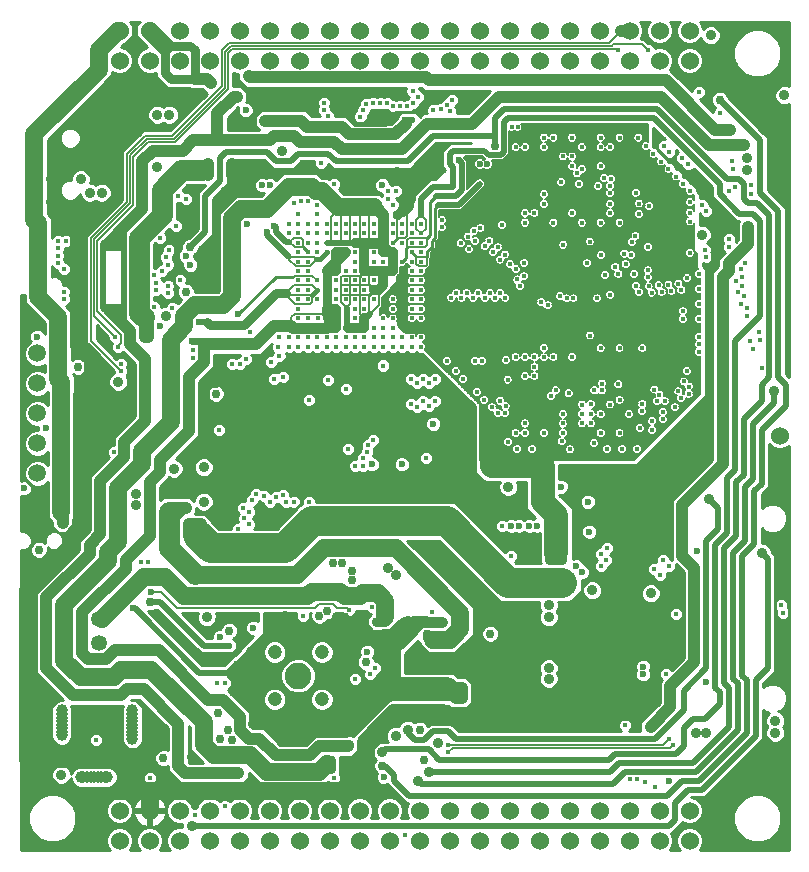
<source format=gbr>
G75*
G70*
%OFA0B0*%
%FSLAX24Y24*%
%IPPOS*%
%LPD*%
%AMOC8*
5,1,8,0,0,1.08239X$1,22.5*
%
%ADD10C,0.0600*%
%ADD11C,0.0886*%
%ADD12C,0.0475*%
%ADD13C,0.0531*%
%ADD14C,0.0591*%
%ADD15C,0.0396*%
%ADD16C,0.0178*%
%ADD17C,0.0236*%
%ADD18C,0.0354*%
%ADD19C,0.0295*%
%ADD20C,0.0200*%
%ADD21C,0.0400*%
%ADD22C,0.0100*%
%ADD23C,0.0600*%
%ADD24C,0.0500*%
%ADD25C,0.0050*%
%ADD26C,0.0300*%
%ADD27C,0.0160*%
%ADD28C,0.0360*%
%ADD29C,0.0800*%
%ADD30C,0.0250*%
%ADD31C,0.0700*%
%ADD32C,0.0350*%
%ADD33C,0.1000*%
%ADD34C,0.0320*%
%ADD35C,0.0240*%
D10*
X009658Y004652D03*
X010658Y004652D03*
X011658Y004652D03*
X012658Y004652D03*
X013658Y004652D03*
X014658Y004652D03*
X015658Y004652D03*
X016658Y004652D03*
X017658Y004652D03*
X018658Y004652D03*
X019658Y004652D03*
X020658Y004652D03*
X021658Y004652D03*
X022658Y004652D03*
X023658Y004652D03*
X024658Y004652D03*
X025658Y004652D03*
X026658Y004652D03*
X027658Y004652D03*
X028658Y004652D03*
X028658Y005652D03*
X027658Y005652D03*
X026658Y005652D03*
X025658Y005652D03*
X024658Y005652D03*
X023658Y005652D03*
X022658Y005652D03*
X021658Y005652D03*
X020658Y005652D03*
X019658Y005652D03*
X018658Y005652D03*
X017658Y005652D03*
X016658Y005652D03*
X015658Y005652D03*
X014658Y005652D03*
X013658Y005652D03*
X012658Y005652D03*
X011658Y005652D03*
X010658Y005652D03*
X009658Y005652D03*
X031658Y018152D03*
X028658Y030652D03*
X027658Y030652D03*
X026658Y030652D03*
X025658Y030652D03*
X024658Y030652D03*
X023658Y030652D03*
X022658Y030652D03*
X021658Y030652D03*
X020658Y030652D03*
X019658Y030652D03*
X018658Y030652D03*
X017658Y030652D03*
X016658Y030652D03*
X015658Y030652D03*
X014658Y030652D03*
X013658Y030652D03*
X012658Y030652D03*
X011658Y030652D03*
X010658Y030652D03*
X009658Y030652D03*
X009658Y031652D03*
X010658Y031652D03*
X011658Y031652D03*
X012658Y031652D03*
X013658Y031652D03*
X014658Y031652D03*
X015658Y031652D03*
X016658Y031652D03*
X017658Y031652D03*
X018658Y031652D03*
X019658Y031652D03*
X020658Y031652D03*
X021658Y031652D03*
X022658Y031652D03*
X023658Y031652D03*
X024658Y031652D03*
X025658Y031652D03*
X026658Y031652D03*
X027658Y031652D03*
X028658Y031652D03*
D11*
X015608Y010152D03*
D12*
X014821Y009365D03*
X016396Y009365D03*
X016396Y010940D03*
X014821Y010940D03*
D13*
X008958Y011259D03*
X008958Y012046D03*
D14*
X006908Y016902D03*
X006908Y017902D03*
X006908Y018902D03*
X006908Y019902D03*
X006908Y020902D03*
D15*
X007719Y008995D03*
X007719Y008877D03*
X007719Y008759D03*
X007719Y008641D03*
X007719Y008523D03*
X007719Y008404D03*
X007719Y008286D03*
X007719Y008168D03*
X008368Y006771D03*
X008447Y006771D03*
X008565Y006771D03*
X008683Y006771D03*
X008801Y006771D03*
X008920Y006771D03*
X009038Y006771D03*
X009156Y006771D03*
X009234Y006771D03*
X010081Y008050D03*
X010081Y008168D03*
X010081Y008286D03*
X010081Y008404D03*
X010081Y008523D03*
X010081Y008641D03*
X010081Y008759D03*
X010081Y008877D03*
X010081Y008995D03*
D16*
X008858Y008002D03*
X010658Y006752D03*
X012158Y005502D03*
X013158Y005802D03*
X016808Y006752D03*
X019158Y004852D03*
X020608Y007602D03*
X020608Y007852D03*
X018008Y010202D03*
X018158Y010402D03*
X017508Y010052D03*
X015758Y012152D03*
X017308Y012352D03*
X018058Y012452D03*
X020058Y012272D03*
X022708Y014152D03*
X022408Y015152D03*
X020648Y017352D03*
X020758Y017902D03*
X019858Y017402D03*
X019578Y019102D03*
X019358Y019202D03*
X019758Y019302D03*
X019958Y019152D03*
X020158Y019302D03*
X019958Y019902D03*
X019758Y020052D03*
X019558Y019902D03*
X019358Y020052D03*
X020158Y020052D03*
X020558Y020652D03*
X020858Y020302D03*
X021108Y020052D03*
X021498Y020652D03*
X021738Y020652D03*
X022535Y020667D03*
X022851Y020767D03*
X023166Y020767D03*
X023166Y021082D03*
X023481Y021082D03*
X023796Y021082D03*
X024111Y021082D03*
X024111Y020767D03*
X023796Y020767D03*
X023481Y020767D03*
X023481Y020452D03*
X023481Y020137D03*
X023796Y020137D03*
X024188Y019662D03*
X024028Y019482D03*
X024618Y019562D03*
X025056Y019192D03*
X025358Y019202D03*
X025371Y018877D03*
X025686Y018877D03*
X026001Y019192D03*
X026318Y019352D03*
X026278Y019862D03*
X025738Y019892D03*
X025725Y019664D03*
X025478Y019662D03*
X024741Y020452D03*
X024741Y020767D03*
X025338Y021492D03*
X025686Y021082D03*
X025686Y020767D03*
X026316Y020767D03*
X026316Y021082D03*
X027078Y021072D03*
X027478Y019692D03*
X027648Y019522D03*
X027558Y019302D03*
X027818Y019302D03*
X027758Y018952D03*
X027758Y018702D03*
X027408Y018642D03*
X027408Y018352D03*
X026995Y018404D03*
X026631Y018247D03*
X026316Y018247D03*
X026001Y018247D03*
X025686Y018247D03*
X025458Y017902D03*
X025908Y017702D03*
X026408Y017702D03*
X026908Y017702D03*
X026631Y018877D03*
X027058Y018982D03*
X027078Y019212D03*
X028158Y019102D03*
X028368Y019402D03*
X028278Y019632D03*
X028618Y019552D03*
X028628Y019792D03*
X028458Y019962D03*
X028558Y020302D03*
X028958Y020952D03*
X028958Y021202D03*
X028958Y021452D03*
X028958Y022052D03*
X028428Y022052D03*
X028428Y022302D03*
X028958Y022552D03*
X028958Y023052D03*
X028958Y023552D03*
X028808Y023802D03*
X028808Y024052D03*
X028658Y024252D03*
X028638Y024522D03*
X028638Y024772D03*
X028638Y025022D03*
X028658Y025292D03*
X028658Y025592D03*
X028658Y025932D03*
X028658Y026322D03*
X028438Y026542D03*
X028198Y026792D03*
X027948Y027042D03*
X027698Y027292D03*
X027448Y027532D03*
X027208Y027802D03*
X026946Y028089D03*
X026631Y028089D03*
X026316Y028089D03*
X026001Y028089D03*
X026001Y027774D03*
X025686Y027774D03*
X025686Y028089D03*
X025056Y027774D03*
X024741Y027774D03*
X024741Y027460D03*
X024426Y027460D03*
X024741Y027145D03*
X024891Y026896D03*
X025058Y027052D03*
X024958Y026552D03*
X024368Y026612D03*
X023796Y026200D03*
X023796Y025885D03*
X024111Y025570D03*
X024111Y025255D03*
X023481Y025255D03*
X023481Y025570D03*
X023166Y025570D03*
X022851Y025570D03*
X023166Y025255D03*
X022398Y025182D03*
X021978Y024642D03*
X021818Y024472D03*
X022098Y024272D03*
X022258Y024442D03*
X022498Y024192D03*
X022328Y024022D03*
X022658Y023872D03*
X022858Y023702D03*
X022908Y023362D03*
X022988Y023142D03*
X023138Y023472D03*
X023138Y023912D03*
X022338Y022912D03*
X022168Y022752D03*
X021998Y022912D03*
X021828Y022752D03*
X021608Y022912D03*
X021438Y022752D03*
X021218Y022912D03*
X021048Y022752D03*
X020878Y022912D03*
X020708Y022752D03*
X019701Y022696D03*
X019386Y022696D03*
X019386Y023011D03*
X019071Y023011D03*
X018757Y023011D03*
X018757Y022696D03*
X018757Y022381D03*
X018757Y022066D03*
X018757Y021751D03*
X018757Y021436D03*
X019071Y021436D03*
X019071Y021121D03*
X018757Y021121D03*
X018442Y021121D03*
X018442Y021436D03*
X018442Y021751D03*
X018442Y022066D03*
X018127Y021751D03*
X018127Y021436D03*
X018127Y021121D03*
X017812Y021121D03*
X017812Y021436D03*
X017812Y021751D03*
X017497Y021751D03*
X017497Y022066D03*
X017497Y022381D03*
X017812Y022381D03*
X017812Y022696D03*
X018127Y022696D03*
X018442Y022696D03*
X017812Y023011D03*
X017812Y023326D03*
X018127Y023326D03*
X018442Y023641D03*
X018757Y023641D03*
X019071Y023641D03*
X019071Y023956D03*
X018757Y023956D03*
X018442Y023956D03*
X018442Y024271D03*
X018127Y024271D03*
X018127Y023956D03*
X017497Y023956D03*
X017497Y024271D03*
X017497Y024586D03*
X017497Y024900D03*
X017812Y024900D03*
X017812Y024586D03*
X018127Y024900D03*
X018127Y025215D03*
X017812Y025215D03*
X017497Y025215D03*
X017182Y025215D03*
X017182Y024900D03*
X016867Y024900D03*
X016552Y024900D03*
X016552Y024586D03*
X016237Y024586D03*
X016237Y024900D03*
X015922Y024900D03*
X015922Y024586D03*
X015607Y024586D03*
X015607Y024900D03*
X015292Y024900D03*
X015292Y025215D03*
X015607Y025215D03*
X015922Y025215D03*
X016237Y025215D03*
X016552Y025215D03*
X016867Y025215D03*
X016237Y025530D03*
X016237Y025845D03*
X015922Y025963D03*
X015686Y025963D03*
X015449Y025924D03*
X015607Y025530D03*
X015607Y024271D03*
X015922Y024271D03*
X016237Y024271D03*
X016552Y024271D03*
X016867Y024271D03*
X017182Y024271D03*
X017182Y023641D03*
X017497Y023641D03*
X017497Y023326D03*
X017497Y023011D03*
X017497Y022696D03*
X017182Y022696D03*
X017182Y023011D03*
X017182Y023326D03*
X016867Y023326D03*
X016867Y023641D03*
X016867Y023011D03*
X016867Y022696D03*
X016867Y022381D03*
X016867Y022066D03*
X016867Y021751D03*
X017182Y021751D03*
X017182Y021436D03*
X017497Y021436D03*
X017497Y021121D03*
X017182Y021121D03*
X016867Y021121D03*
X016867Y021436D03*
X016552Y021436D03*
X016552Y021751D03*
X016552Y022066D03*
X016276Y022066D03*
X015922Y022066D03*
X015607Y022066D03*
X015607Y022381D03*
X015607Y022696D03*
X015607Y023011D03*
X015607Y023326D03*
X015607Y023641D03*
X015607Y023956D03*
X015922Y023956D03*
X015922Y023641D03*
X015922Y023326D03*
X016237Y023326D03*
X016237Y023011D03*
X015922Y023011D03*
X015922Y022696D03*
X016237Y022696D03*
X016237Y021436D03*
X016237Y021121D03*
X016552Y021121D03*
X015922Y021121D03*
X015922Y021436D03*
X015607Y021436D03*
X015292Y021436D03*
X014977Y021436D03*
X014938Y021121D03*
X014977Y020806D03*
X014701Y020609D03*
X014808Y020052D03*
X015108Y020102D03*
X015958Y019352D03*
X016608Y020002D03*
X017208Y019702D03*
X018442Y020491D03*
X019386Y021121D03*
X019386Y021436D03*
X019701Y021436D03*
X019701Y021121D03*
X019701Y022066D03*
X019386Y022066D03*
X019386Y022381D03*
X019701Y022381D03*
X019701Y023011D03*
X019701Y023326D03*
X019386Y023326D03*
X019071Y023326D03*
X019386Y023641D03*
X019386Y023956D03*
X019386Y024271D03*
X019386Y024586D03*
X019386Y024900D03*
X019071Y024900D03*
X018757Y024900D03*
X018757Y024586D03*
X019071Y024586D03*
X019071Y025215D03*
X018757Y025215D03*
X019386Y025215D03*
X019701Y025215D03*
X019701Y024900D03*
X019701Y024586D03*
X019701Y024271D03*
X019701Y023956D03*
X019701Y023641D03*
X021018Y024572D03*
X021268Y024792D03*
X021458Y024982D03*
X021678Y025082D03*
X021508Y024642D03*
X021298Y024372D03*
X020398Y025102D03*
X020398Y025332D03*
X020758Y026452D03*
X021658Y026552D03*
X022851Y027774D03*
X023166Y027774D03*
X023166Y028089D03*
X023481Y028089D03*
X023796Y028089D03*
X023796Y027774D03*
X023796Y027460D03*
X024111Y028089D03*
X024426Y028089D03*
X024741Y028089D03*
X025686Y027145D03*
X025808Y026752D03*
X026040Y026711D03*
X026001Y026475D03*
X026001Y026239D03*
X026001Y025885D03*
X026001Y025570D03*
X026316Y025570D03*
X026316Y025255D03*
X026848Y024812D03*
X026723Y024602D03*
X026708Y024172D03*
X026478Y024222D03*
X026518Y023882D03*
X026178Y023782D03*
X026278Y023552D03*
X025838Y023517D03*
X025708Y024182D03*
X025228Y023902D03*
X025325Y024624D03*
X025056Y025255D03*
X024741Y025570D03*
X024741Y025885D03*
X025686Y025570D03*
X025686Y025255D03*
X025607Y026475D03*
X026858Y026252D03*
X026958Y025892D03*
X026958Y025552D03*
X027308Y025802D03*
X028608Y027202D03*
X028408Y027402D03*
X027958Y027602D03*
X027808Y027802D03*
X028958Y029602D03*
X029658Y028902D03*
X030058Y027302D03*
X030108Y027052D03*
X030158Y026452D03*
X029958Y026302D03*
X030708Y026202D03*
X030708Y026502D03*
X029208Y025652D03*
X029058Y025852D03*
X029958Y024702D03*
X029958Y024452D03*
X030508Y023902D03*
X030358Y023702D03*
X030408Y023452D03*
X030208Y023302D03*
X030408Y023152D03*
X030258Y022952D03*
X030458Y022802D03*
X030358Y022552D03*
X030558Y022402D03*
X030558Y022152D03*
X030958Y021602D03*
X031008Y021352D03*
X030658Y021302D03*
X030758Y021052D03*
X031058Y020402D03*
X028378Y023012D03*
X028278Y023222D03*
X027948Y023192D03*
X028048Y022982D03*
X027718Y022952D03*
X027618Y023162D03*
X027288Y023132D03*
X027388Y022922D03*
X026958Y022942D03*
X026858Y023152D03*
X026808Y023542D03*
X027258Y023432D03*
X027268Y023662D03*
X027268Y024452D03*
X028568Y023402D03*
X029208Y024102D03*
X029158Y024352D03*
X026008Y022852D03*
X025568Y022732D03*
X024778Y022732D03*
X024550Y022734D03*
X024328Y022802D03*
X023918Y022502D03*
X023708Y022602D03*
X022508Y022752D03*
X024438Y024522D03*
X022916Y028437D03*
X022716Y028437D03*
X020728Y029332D03*
X020558Y029162D03*
X020358Y029052D03*
X020108Y029002D03*
X020668Y028962D03*
X019598Y029432D03*
X019438Y029252D03*
X019238Y029142D03*
X019008Y029152D03*
X018778Y029132D03*
X018568Y029232D03*
X018338Y029232D03*
X018108Y029232D03*
X017878Y029212D03*
X017778Y029002D03*
X017678Y028792D03*
X016608Y028802D03*
X016458Y029002D03*
X016458Y029252D03*
X016358Y027252D03*
X016808Y026552D03*
X018608Y026302D03*
X018858Y026302D03*
X018599Y026042D03*
X018757Y025845D03*
X019418Y029642D03*
X026258Y031002D03*
X027258Y031002D03*
X023166Y020137D03*
X022588Y020022D03*
X022338Y019322D03*
X022518Y019142D03*
X022508Y018902D03*
X022258Y018902D03*
X022058Y019102D03*
X021808Y019352D03*
X021558Y019602D03*
X022851Y018562D03*
X023166Y018562D03*
X023166Y018247D03*
X022851Y018247D03*
X022608Y017952D03*
X022908Y017702D03*
X023408Y017702D03*
X023808Y017702D03*
X024008Y017702D03*
X024386Y017971D03*
X024426Y018247D03*
X024426Y018562D03*
X024741Y018562D03*
X025056Y018562D03*
X025371Y018562D03*
X025056Y018877D03*
X024426Y018877D03*
X024111Y018877D03*
X023796Y018247D03*
X023481Y018247D03*
X024662Y017696D03*
X025908Y014402D03*
X025708Y014202D03*
X025858Y014002D03*
X025708Y013802D03*
X027458Y013702D03*
X027658Y013502D03*
X027958Y013802D03*
X027758Y014002D03*
X028208Y012202D03*
X027858Y010202D03*
X026508Y008502D03*
X027958Y008052D03*
X028108Y007852D03*
X027158Y006602D03*
X026908Y006702D03*
X026658Y006702D03*
X027508Y006452D03*
X031758Y012252D03*
X031708Y012502D03*
X018108Y018002D03*
X017928Y017852D03*
X017908Y017602D03*
X017758Y017402D03*
X017758Y017152D03*
X017508Y017152D03*
X017258Y017702D03*
X016558Y017952D03*
X015088Y016162D03*
X014858Y016102D03*
X014658Y015952D03*
X014458Y016152D03*
X014208Y016202D03*
X014058Y016002D03*
X013758Y015752D03*
X013958Y015602D03*
X013808Y015402D03*
X013958Y015202D03*
X013608Y015052D03*
X015208Y015952D03*
X015458Y015952D03*
X015958Y015952D03*
X012958Y018352D03*
X013408Y020552D03*
X013658Y020552D03*
X013858Y020702D03*
X014008Y021602D03*
X015292Y021121D03*
X015607Y021121D03*
X012108Y021002D03*
X012108Y020752D03*
X011408Y022402D03*
X011258Y022902D03*
X011258Y023152D03*
X011658Y023352D03*
X011258Y023852D03*
X011208Y024102D03*
X011308Y024352D03*
X011008Y024752D03*
X011538Y025132D03*
X011858Y026052D03*
X011608Y026152D03*
X011058Y023652D03*
X010808Y023502D03*
X010858Y023252D03*
X010858Y023002D03*
X010808Y022452D03*
X009508Y021452D03*
X009608Y021102D03*
X009708Y020552D03*
X009708Y020302D03*
X009458Y017602D03*
X010358Y013952D03*
X010608Y013952D03*
X006608Y012602D03*
X012908Y009902D03*
X013158Y009902D03*
X007808Y022702D03*
X007808Y022952D03*
X007808Y023702D03*
X007608Y023902D03*
X007608Y024152D03*
X007608Y024402D03*
X007608Y024652D03*
X007858Y024652D03*
D17*
X006908Y021452D03*
X007208Y018402D03*
X006458Y016402D03*
X010108Y012402D03*
X010708Y012952D03*
X013008Y011452D03*
X013308Y011152D03*
X014108Y011752D03*
X017908Y010952D03*
X018458Y006782D03*
X025058Y013602D03*
X024858Y013802D03*
X025308Y014952D03*
X025258Y015952D03*
X024358Y016452D03*
X023558Y015152D03*
X023308Y015152D03*
X022958Y015152D03*
X022708Y015152D03*
X019058Y017202D03*
X018058Y017202D03*
X017008Y017902D03*
X015408Y018102D03*
X015408Y018352D03*
X012058Y021302D03*
X012308Y021952D03*
X012558Y021952D03*
X013608Y022202D03*
X012008Y023852D03*
X011858Y024152D03*
X013908Y025202D03*
X014558Y024952D03*
X014808Y025152D03*
X014658Y026502D03*
X014408Y026502D03*
X016208Y026302D03*
X018408Y026502D03*
X019168Y028682D03*
X019408Y028682D03*
X020958Y027352D03*
X021658Y027202D03*
X021908Y027202D03*
X022208Y027202D03*
X013858Y029002D03*
X011008Y021802D03*
X020108Y018552D03*
X027108Y010452D03*
X027108Y010202D03*
X029208Y009952D03*
X027958Y006652D03*
X028908Y014302D03*
D18*
X027358Y012902D03*
X025658Y010952D03*
X023958Y010402D03*
X023958Y010052D03*
X023958Y012102D03*
X023958Y012502D03*
X024408Y013002D03*
X024708Y013302D03*
X025408Y013002D03*
X024408Y014002D03*
X024008Y014002D03*
X023058Y016442D03*
X022608Y016442D03*
X018858Y013502D03*
X018608Y013752D03*
X020058Y011952D03*
X020408Y011952D03*
X021058Y009752D03*
X021058Y009402D03*
X020258Y007902D03*
X019958Y006952D03*
X019608Y006652D03*
X018408Y007602D03*
X018858Y008152D03*
X019258Y008352D03*
X017908Y009502D03*
X017208Y008252D03*
X017308Y007852D03*
X015208Y007952D03*
X014088Y008552D03*
X013458Y009602D03*
X013458Y010252D03*
X013008Y012002D03*
X012558Y012102D03*
X015158Y012152D03*
X012358Y015202D03*
X012658Y015552D03*
X012458Y015952D03*
X011858Y015752D03*
X011508Y015752D03*
X011958Y015202D03*
X010208Y015852D03*
X010208Y016202D03*
X011458Y017052D03*
X012458Y017102D03*
X012458Y017602D03*
X012858Y019952D03*
X011208Y022152D03*
X010508Y021852D03*
X010508Y021452D03*
X009608Y019952D03*
X008408Y019502D03*
X008408Y018502D03*
X007758Y015602D03*
X007758Y015252D03*
X012058Y007452D03*
X013258Y006902D03*
X013608Y006902D03*
X012058Y005152D03*
X007708Y006852D03*
X026858Y008402D03*
X027358Y008452D03*
X028858Y008252D03*
X029208Y008252D03*
X029758Y006452D03*
X031508Y008252D03*
X031508Y008652D03*
X031058Y014252D03*
X029308Y016052D03*
X031458Y019652D03*
X029058Y024852D03*
X030158Y025202D03*
X030608Y025102D03*
X030558Y027002D03*
X030558Y027402D03*
X030458Y027852D03*
X030008Y028352D03*
X031358Y029452D03*
X031808Y029502D03*
X029358Y031502D03*
X015108Y028652D03*
X015058Y027652D03*
X013408Y027202D03*
X013408Y026852D03*
X012608Y026852D03*
X012608Y027202D03*
X013408Y028652D03*
X013558Y029452D03*
X013958Y030152D03*
X012708Y029902D03*
X011908Y029402D03*
X011558Y029402D03*
X011308Y028852D03*
X010908Y028852D03*
X010908Y027102D03*
X009058Y026252D03*
X008658Y026252D03*
X008358Y026702D03*
D19*
X008308Y024602D03*
X011858Y022952D03*
X012008Y024452D03*
X014508Y028652D03*
X015708Y028652D03*
X022158Y027802D03*
X029658Y029352D03*
X017058Y013902D03*
X016758Y013902D03*
X017408Y013652D03*
X017408Y013352D03*
X017158Y012102D03*
X016858Y012102D03*
X016558Y012302D03*
X016308Y012152D03*
X017858Y010602D03*
X018208Y011952D03*
X018508Y011952D03*
X019908Y011552D03*
X020208Y011402D03*
X021008Y010202D03*
X022008Y011552D03*
X019658Y008352D03*
X019808Y007352D03*
X018408Y007152D03*
X016708Y007052D03*
X016708Y007352D03*
X013408Y008002D03*
X013258Y008352D03*
X013008Y008052D03*
X012948Y008902D03*
X011108Y008102D03*
X011108Y007402D03*
X013308Y011652D03*
X010658Y012602D03*
X006958Y014352D03*
X012858Y019552D03*
X008258Y020452D03*
D20*
X009808Y021852D02*
X009808Y022302D01*
X009258Y022302D01*
X009308Y022352D02*
X009168Y022352D01*
X009108Y022412D01*
X009108Y022452D01*
X009808Y022452D01*
X009808Y024402D01*
X009108Y024402D01*
X009208Y024502D01*
X009258Y024552D02*
X009808Y024552D01*
X009808Y024652D01*
X009358Y024652D01*
X009108Y024402D02*
X009108Y022452D01*
X009808Y022452D02*
X009808Y022302D01*
X011558Y023852D02*
X011558Y024502D01*
X012008Y024452D02*
X012508Y024952D01*
X012508Y026152D01*
X013008Y026652D01*
X013008Y027402D01*
X013208Y027602D01*
X014558Y027602D01*
X014858Y027302D01*
X015358Y027302D01*
X015608Y027552D01*
X016608Y027552D01*
X016858Y027302D01*
X019258Y027302D01*
X020108Y028152D01*
X022158Y028152D01*
X022158Y027802D01*
X022158Y028152D02*
X022158Y028752D01*
X022458Y029052D01*
X027558Y029052D01*
X029908Y026702D01*
X030308Y026702D01*
X030458Y026552D01*
X030458Y026052D01*
X030608Y025902D01*
X030908Y025902D01*
X031308Y025502D01*
X031308Y020102D01*
X031058Y019852D01*
X031058Y019302D01*
X030458Y018702D01*
X030458Y016852D01*
X030208Y016602D01*
X030208Y014802D01*
X029808Y014402D01*
X029808Y009902D01*
X029958Y009752D01*
X029958Y008452D01*
X028758Y007252D01*
X026308Y007252D01*
X026008Y006952D01*
X019958Y006952D01*
X019608Y006652D02*
X019708Y006552D01*
X026108Y006552D01*
X026508Y006952D01*
X028858Y006952D01*
X030258Y008352D01*
X030258Y009902D01*
X030108Y010052D01*
X030108Y014252D01*
X030508Y014652D01*
X030508Y016452D01*
X030758Y016702D01*
X030758Y018552D01*
X031458Y019252D01*
X031458Y019652D01*
X031858Y019852D02*
X031608Y020102D01*
X031608Y025652D01*
X031008Y026252D01*
X031008Y028002D01*
X029658Y029352D01*
X028108Y027302D02*
X029808Y025602D01*
X029808Y025052D01*
X030308Y025552D02*
X030758Y025552D01*
X031008Y025302D01*
X031008Y022152D01*
X030158Y021302D01*
X030158Y017002D01*
X029908Y016752D01*
X029908Y014902D01*
X029508Y014502D01*
X029508Y009752D01*
X029658Y009602D01*
X029658Y009202D01*
X029158Y008702D01*
X028758Y008702D01*
X028458Y008402D01*
X028458Y007802D01*
X028208Y007552D01*
X026158Y007552D01*
X025958Y007352D01*
X020308Y007352D01*
X019958Y007702D01*
X018508Y007702D01*
X018408Y007602D01*
X018408Y007152D02*
X018508Y007152D01*
X018808Y006852D01*
X018808Y006652D01*
X019308Y006152D01*
X027908Y006152D01*
X028408Y006652D01*
X028958Y006652D01*
X030558Y008252D01*
X030558Y010002D01*
X030408Y010152D01*
X030408Y014152D01*
X030808Y014552D01*
X030808Y016302D01*
X031058Y016552D01*
X031058Y018352D01*
X031858Y019152D01*
X031858Y019852D01*
X029308Y016052D02*
X029608Y015752D01*
X029608Y015052D01*
X029208Y014652D01*
X029208Y010402D01*
X028458Y009652D01*
X028458Y009002D01*
X027508Y008052D01*
X020858Y008052D01*
X020608Y008302D01*
X020108Y008302D01*
X019808Y008002D01*
X019508Y008002D01*
X019258Y008252D01*
X019258Y008352D01*
X021008Y010202D02*
X021508Y010202D01*
X021508Y008802D01*
X027958Y005152D02*
X028158Y005352D01*
X028158Y005902D01*
X028608Y006352D01*
X029058Y006352D01*
X030858Y008152D01*
X030858Y010002D01*
X031258Y010402D01*
X031258Y014052D01*
X031058Y014252D01*
X027958Y005152D02*
X012058Y005152D01*
X012308Y010252D02*
X010158Y012402D01*
X010108Y012402D01*
X010658Y012602D02*
X011008Y012602D01*
X012458Y011152D01*
X013308Y011152D01*
X013458Y010852D02*
X012858Y010852D01*
X013458Y010852D02*
X013658Y011052D01*
X013658Y012002D01*
X013008Y012002D01*
X013458Y010252D02*
X012308Y010252D01*
X017221Y021751D02*
X017221Y022420D01*
X017221Y021751D02*
X017260Y021751D01*
X017812Y022066D02*
X017851Y022066D01*
X018009Y022223D01*
X017497Y024586D02*
X017339Y024586D01*
X017024Y024586D01*
X016709Y024586D01*
X016552Y024586D01*
X015308Y024602D02*
X015208Y024602D01*
X014858Y024952D01*
X014858Y025102D01*
X014808Y025152D01*
X014558Y024952D02*
X014558Y024852D01*
X015308Y024102D01*
X013408Y026302D02*
X012858Y025752D01*
X013408Y026302D02*
X013408Y026852D01*
X013408Y026902D02*
X013458Y026952D01*
X018858Y026952D01*
X018908Y026902D01*
X019708Y026052D02*
X019708Y025502D01*
X019708Y026052D02*
X020108Y026452D01*
X020758Y026452D01*
X020758Y027102D01*
X020658Y027202D01*
X020658Y027552D01*
X020758Y027652D01*
X021808Y027652D01*
X021958Y027502D01*
X022358Y027502D01*
X022458Y027602D01*
X022458Y028602D01*
X022608Y028752D01*
X027458Y028752D01*
X029658Y026552D01*
X029658Y026202D01*
X030308Y025552D01*
X021658Y026552D02*
X020958Y025852D01*
X020258Y025852D01*
X020208Y026152D02*
X020858Y026152D01*
X021058Y026352D01*
X021058Y027252D01*
X020958Y027352D01*
X019408Y028682D02*
X019208Y028682D01*
X019168Y028682D01*
X019208Y028682D02*
X019208Y028552D01*
X019188Y028552D01*
X017458Y028602D02*
X017358Y028702D01*
X017358Y028802D01*
X016608Y029552D01*
X014858Y029552D01*
X013958Y028652D01*
X013408Y028652D01*
X009808Y025102D02*
X009808Y024652D01*
X009808Y024552D02*
X009808Y024402D01*
X011558Y023852D02*
X011708Y023702D01*
X011958Y023452D01*
X012258Y023452D01*
X012858Y024052D01*
X012558Y021952D02*
X012308Y021952D01*
D21*
X012458Y021202D02*
X014208Y021202D01*
X014808Y021802D01*
X015358Y021802D01*
X012858Y019952D02*
X012608Y019952D01*
X012458Y019802D01*
X012458Y017602D01*
X011958Y018302D02*
X011958Y020102D01*
X012458Y020602D01*
X012458Y021202D01*
X010608Y021452D02*
X010508Y021452D01*
X010508Y021852D01*
X010508Y022052D01*
X010458Y022102D01*
X010608Y022102D01*
X010608Y021452D01*
X010558Y021852D02*
X010508Y021852D01*
X010008Y021652D02*
X009808Y021852D01*
X009308Y022352D01*
X010008Y021652D02*
X010008Y021202D01*
X010508Y020702D01*
X010508Y018652D01*
X009808Y017952D01*
X009808Y017452D01*
X009008Y016652D01*
X009008Y014862D01*
X008658Y014512D01*
X008658Y014212D01*
X007208Y012762D01*
X007208Y010402D01*
X008108Y009502D01*
X009708Y009502D01*
X009908Y009702D01*
X010458Y009702D01*
X011608Y008552D01*
X011608Y007127D01*
X011833Y006902D01*
X013258Y006902D01*
X013608Y006902D01*
X013958Y008052D02*
X013658Y008352D01*
X013658Y008792D01*
X013098Y009352D01*
X012608Y009352D01*
X010958Y011002D01*
X009508Y011002D01*
X009208Y010702D01*
X008608Y010702D01*
X008408Y010902D01*
X008408Y012262D01*
X009858Y013712D01*
X009858Y014012D01*
X010658Y014812D01*
X010658Y016602D01*
X011008Y016952D01*
X011008Y017352D01*
X011958Y018302D01*
X011858Y015752D02*
X011758Y015752D01*
X011458Y015452D01*
X011308Y015452D01*
X011308Y015602D02*
X011308Y015752D01*
X011508Y015752D01*
X011758Y015752D01*
X011958Y015202D02*
X011958Y014852D01*
X012258Y014852D01*
X012258Y015202D01*
X012358Y015202D01*
X012258Y015202D02*
X011958Y015202D01*
X009058Y012052D02*
X009052Y012046D01*
X008958Y012046D01*
X007758Y015252D02*
X007758Y015602D01*
X007708Y015602D01*
X013958Y008052D02*
X014308Y008052D01*
X014858Y007502D01*
X016008Y007502D01*
X016308Y007802D01*
X017258Y007802D01*
X017908Y009502D02*
X018108Y009702D01*
X018758Y009702D01*
X020558Y009702D02*
X020858Y009402D01*
X021058Y009402D01*
X021058Y009752D01*
X020558Y009752D01*
X020558Y009702D01*
X019508Y011752D02*
X019258Y011752D01*
X019458Y011952D01*
X019708Y011952D01*
X019508Y011752D01*
X019708Y011952D02*
X019858Y011952D01*
X027358Y008452D02*
X028008Y009102D01*
X028008Y009802D01*
X028808Y010602D01*
X028808Y013752D01*
X028408Y014152D01*
X028408Y015852D01*
X029758Y017202D01*
X029758Y023452D01*
X029958Y023652D01*
X029958Y023902D01*
X030608Y024552D01*
X030608Y025102D01*
X030458Y027852D02*
X029308Y027852D01*
X027708Y029452D01*
X022308Y029452D01*
X021408Y028552D01*
X019908Y028552D01*
X019058Y027702D01*
X017058Y027702D01*
X016808Y027952D01*
X015658Y027952D01*
X015458Y028152D01*
X014808Y028152D01*
X014658Y028002D01*
X012908Y028002D01*
X012908Y028902D01*
X013458Y029452D01*
X013558Y029452D01*
X014008Y030102D02*
X013958Y030152D01*
X014008Y030102D02*
X019858Y030102D01*
X019958Y030002D01*
X027858Y030002D01*
X029508Y028352D01*
X030008Y028352D01*
X026658Y031652D02*
X026358Y031652D01*
X019258Y026552D02*
X019258Y025802D01*
X019108Y025652D01*
X018442Y025512D02*
X018187Y025767D01*
X018127Y025767D01*
X019258Y026552D02*
X018908Y026902D01*
X018838Y028202D02*
X019188Y028552D01*
X018838Y028202D02*
X017308Y028202D01*
X017058Y028452D01*
X015908Y028452D01*
X015708Y028652D01*
X015108Y028652D01*
X014508Y028652D01*
X012908Y028002D02*
X012108Y028002D01*
X011758Y027652D01*
X010758Y027652D01*
X010408Y027302D01*
X010408Y025702D01*
X009808Y025102D01*
X009358Y024652D01*
X009258Y024552D01*
X009208Y024502D01*
X012408Y027002D02*
X012608Y027002D01*
X012608Y027202D01*
X012608Y027002D02*
X012608Y026852D01*
X013408Y026852D02*
X013408Y026902D01*
X013408Y027202D01*
X011908Y029402D02*
X011558Y029402D01*
X011558Y029452D01*
X012158Y030052D02*
X012558Y030052D01*
X012708Y029902D01*
X006608Y007352D02*
X006608Y006352D01*
X007808Y006352D01*
X007958Y006202D01*
X010658Y006202D01*
D22*
X006358Y004352D02*
X006358Y014345D01*
X006469Y014345D01*
X006582Y014392D01*
X006669Y014478D01*
X006716Y014591D01*
X006716Y014714D01*
X006669Y014827D01*
X006582Y014913D01*
X006469Y014960D01*
X006358Y014960D01*
X006358Y016154D01*
X006405Y016134D01*
X006511Y016134D01*
X006610Y016175D01*
X006685Y016251D01*
X006726Y016349D01*
X006726Y016456D01*
X006706Y016504D01*
X006820Y016457D01*
X006997Y016457D01*
X007160Y016525D01*
X007258Y016623D01*
X007258Y015416D01*
X007408Y015266D01*
X007408Y015107D01*
X007582Y014934D01*
X007519Y014960D01*
X007397Y014960D01*
X007284Y014913D01*
X007197Y014827D01*
X007151Y014714D01*
X007151Y014591D01*
X007158Y014573D01*
X007127Y014605D01*
X007017Y014650D01*
X006899Y014650D01*
X006789Y014605D01*
X006706Y014521D01*
X006660Y014412D01*
X006660Y014293D01*
X006706Y014184D01*
X006789Y014100D01*
X006899Y014055D01*
X007017Y014055D01*
X007127Y014100D01*
X007210Y014184D01*
X007256Y014293D01*
X007256Y014412D01*
X007250Y014426D01*
X007284Y014392D01*
X007397Y014345D01*
X007519Y014345D01*
X007632Y014392D01*
X007719Y014478D01*
X007766Y014591D01*
X007766Y014714D01*
X007719Y014827D01*
X007643Y014902D01*
X007903Y014902D01*
X008108Y015107D01*
X008108Y015366D01*
X008158Y015416D01*
X008158Y019766D01*
X008158Y020139D01*
X008102Y020195D01*
X008199Y020155D01*
X008317Y020155D01*
X008427Y020200D01*
X008510Y020284D01*
X008556Y020393D01*
X008556Y020512D01*
X008510Y020621D01*
X008427Y020705D01*
X008317Y020750D01*
X008199Y020750D01*
X008089Y020705D01*
X008058Y020673D01*
X008058Y021916D01*
X008058Y022289D01*
X007875Y022472D01*
X007944Y022500D01*
X008011Y022567D01*
X008047Y022655D01*
X008047Y022750D01*
X008015Y022827D01*
X008047Y022905D01*
X008047Y023000D01*
X008011Y023088D01*
X007944Y023155D01*
X007856Y023191D01*
X007766Y023191D01*
X007766Y023214D01*
X007719Y023327D01*
X007632Y023413D01*
X007519Y023460D01*
X007397Y023460D01*
X007383Y023454D01*
X007383Y023821D01*
X007405Y023767D01*
X007473Y023700D01*
X007561Y023663D01*
X007569Y023663D01*
X007569Y023655D01*
X007605Y023567D01*
X007673Y023500D01*
X007761Y023463D01*
X007856Y023463D01*
X007944Y023500D01*
X008011Y023567D01*
X008047Y023655D01*
X008047Y023750D01*
X008011Y023838D01*
X007944Y023905D01*
X007856Y023941D01*
X007847Y023941D01*
X007847Y023950D01*
X007815Y024027D01*
X007847Y024105D01*
X007847Y024200D01*
X007815Y024277D01*
X007847Y024355D01*
X007847Y024413D01*
X007906Y024413D01*
X007994Y024450D01*
X008061Y024517D01*
X008097Y024605D01*
X008097Y024700D01*
X008061Y024788D01*
X007994Y024855D01*
X007906Y024891D01*
X007811Y024891D01*
X007733Y024859D01*
X007656Y024891D01*
X007561Y024891D01*
X007473Y024855D01*
X007405Y024788D01*
X007383Y024734D01*
X007383Y025041D01*
X007383Y025414D01*
X007258Y025539D01*
X007258Y028016D01*
X009408Y030166D01*
X009408Y030269D01*
X009569Y030202D01*
X009748Y030202D01*
X009913Y030271D01*
X010040Y030398D01*
X010108Y030563D01*
X010108Y030742D01*
X010040Y030907D01*
X009913Y031034D01*
X009748Y031102D01*
X009694Y031102D01*
X009794Y031202D01*
X009844Y031202D01*
X010108Y031466D01*
X010108Y031839D01*
X009994Y031952D01*
X010322Y031952D01*
X010208Y031839D01*
X010208Y031466D01*
X010572Y031102D01*
X010569Y031102D01*
X010403Y031034D01*
X010277Y030907D01*
X010208Y030742D01*
X010208Y030563D01*
X010277Y030398D01*
X010403Y030271D01*
X010569Y030202D01*
X010748Y030202D01*
X010858Y030248D01*
X010858Y030128D01*
X011034Y029952D01*
X011234Y029752D01*
X011482Y029752D01*
X011963Y029752D01*
X012013Y029702D01*
X012413Y029702D01*
X012562Y029554D01*
X011336Y028327D01*
X010436Y028327D01*
X010333Y028225D01*
X009836Y027727D01*
X009733Y027625D01*
X009733Y026025D01*
X008533Y024825D01*
X008533Y024680D01*
X008533Y021230D01*
X008636Y021127D01*
X009469Y020294D01*
X009469Y020255D01*
X009471Y020250D01*
X009423Y020230D01*
X009331Y020138D01*
X009281Y020018D01*
X008158Y020018D01*
X008158Y020116D02*
X009322Y020116D01*
X009281Y020018D02*
X009281Y019887D01*
X009331Y019767D01*
X009423Y019675D01*
X009543Y019625D01*
X009673Y019625D01*
X009793Y019675D01*
X009885Y019767D01*
X009935Y019887D01*
X009935Y020018D01*
X010158Y020018D01*
X010158Y020116D02*
X009894Y020116D01*
X009885Y020138D02*
X009883Y020140D01*
X009911Y020167D01*
X009947Y020255D01*
X009947Y020350D01*
X009915Y020427D01*
X009947Y020505D01*
X009947Y020600D01*
X009911Y020688D01*
X009844Y020755D01*
X009756Y020791D01*
X009661Y020791D01*
X009573Y020755D01*
X009538Y020720D01*
X008883Y021375D01*
X008883Y021830D01*
X009269Y021444D01*
X009269Y021405D01*
X009305Y021317D01*
X009373Y021250D01*
X009405Y021236D01*
X009369Y021150D01*
X009369Y021055D01*
X009405Y020967D01*
X009473Y020900D01*
X009561Y020863D01*
X009656Y020863D01*
X009744Y020900D01*
X009780Y020936D01*
X009863Y020852D01*
X010158Y020557D01*
X010158Y018797D01*
X009458Y018097D01*
X009458Y017841D01*
X009411Y017841D01*
X009323Y017805D01*
X009255Y017738D01*
X009219Y017650D01*
X009219Y017555D01*
X009255Y017467D01*
X009292Y017431D01*
X008658Y016797D01*
X008658Y016507D01*
X008658Y015007D01*
X008308Y014657D01*
X008308Y014367D01*
X008308Y014357D01*
X006858Y012907D01*
X006858Y012617D01*
X006858Y010257D01*
X007063Y010052D01*
X007063Y010052D01*
X007758Y009357D01*
X007773Y009343D01*
X007649Y009343D01*
X007522Y009290D01*
X007424Y009192D01*
X007371Y009064D01*
X007371Y008926D01*
X007371Y008808D01*
X007371Y008689D01*
X007371Y008571D01*
X007371Y008474D01*
X007371Y008356D01*
X007371Y008237D01*
X007371Y008099D01*
X007424Y007971D01*
X007522Y007873D01*
X007649Y007820D01*
X007788Y007820D01*
X007916Y007873D01*
X008014Y007971D01*
X008067Y008099D01*
X008067Y008237D01*
X008067Y008356D01*
X008067Y008474D01*
X008067Y008571D01*
X008067Y008689D01*
X008067Y008808D01*
X008067Y008926D01*
X008067Y009064D01*
X008030Y009152D01*
X009563Y009152D01*
X009769Y009152D01*
X009733Y009064D01*
X009733Y008926D01*
X009733Y008808D01*
X009733Y008689D01*
X009733Y008571D01*
X009733Y008474D01*
X009733Y008356D01*
X009733Y008237D01*
X009733Y008119D01*
X009733Y007981D01*
X009786Y007853D01*
X009884Y007755D01*
X010012Y007702D01*
X010150Y007702D01*
X010278Y007755D01*
X010376Y007853D01*
X010429Y007981D01*
X010429Y008119D01*
X010429Y008237D01*
X010429Y008356D01*
X010429Y008474D01*
X010429Y008571D01*
X010429Y008689D01*
X010429Y008808D01*
X010429Y008926D01*
X010429Y009064D01*
X010376Y009192D01*
X010278Y009290D01*
X010150Y009343D01*
X010044Y009343D01*
X010053Y009352D01*
X010313Y009352D01*
X011258Y008407D01*
X011258Y007662D01*
X011167Y007700D01*
X011049Y007700D01*
X010939Y007655D01*
X010856Y007571D01*
X010810Y007462D01*
X010810Y007343D01*
X010856Y007234D01*
X010939Y007150D01*
X011049Y007105D01*
X011167Y007105D01*
X011258Y007142D01*
X011258Y006982D01*
X011483Y006757D01*
X011688Y006552D01*
X013403Y006552D01*
X013753Y006552D01*
X013958Y006757D01*
X013958Y006916D01*
X014108Y006766D01*
X014372Y006502D01*
X016122Y006502D01*
X016494Y006502D01*
X016607Y006615D01*
X016673Y006550D01*
X016761Y006513D01*
X016856Y006513D01*
X016944Y006550D01*
X017011Y006617D01*
X017047Y006705D01*
X017047Y006800D01*
X017011Y006888D01*
X016989Y006909D01*
X017008Y006928D01*
X017008Y007078D01*
X017008Y007327D01*
X017008Y007452D01*
X017403Y007452D01*
X017608Y007657D01*
X017608Y007722D01*
X017635Y007787D01*
X017635Y007918D01*
X017597Y008009D01*
X018741Y009152D01*
X020613Y009152D01*
X020713Y009052D01*
X020913Y009052D01*
X021203Y009052D01*
X021408Y009257D01*
X021408Y009607D01*
X021408Y009897D01*
X021203Y010102D01*
X020936Y010102D01*
X020786Y010252D01*
X019158Y010252D01*
X019158Y010875D01*
X019358Y011075D01*
X019608Y011325D01*
X019608Y011278D01*
X019658Y011228D01*
X019658Y011166D01*
X019922Y010902D01*
X020844Y010902D01*
X021108Y011166D01*
X021458Y011516D01*
X021458Y011889D01*
X021458Y012439D01*
X021194Y012702D01*
X019244Y014652D01*
X020289Y014652D01*
X021958Y012983D01*
X022339Y012602D01*
X023645Y012602D01*
X023631Y012568D01*
X023631Y012437D01*
X023681Y012317D01*
X023695Y012302D01*
X023681Y012288D01*
X023631Y012168D01*
X023631Y012037D01*
X023681Y011917D01*
X023773Y011825D01*
X023893Y011775D01*
X024023Y011775D01*
X024143Y011825D01*
X024235Y011917D01*
X024285Y012037D01*
X024285Y012168D01*
X024235Y012288D01*
X024221Y012302D01*
X024235Y012317D01*
X024285Y012437D01*
X024285Y012568D01*
X024271Y012602D01*
X024677Y012602D01*
X025058Y012983D01*
X025058Y013334D01*
X025111Y013334D01*
X025210Y013375D01*
X025285Y013451D01*
X025326Y013549D01*
X025326Y013656D01*
X025285Y013754D01*
X025210Y013830D01*
X025122Y013866D01*
X025085Y013954D01*
X025010Y014030D01*
X024911Y014071D01*
X024805Y014071D01*
X024758Y014051D01*
X024758Y015275D01*
X024758Y015730D01*
X024308Y016180D01*
X024308Y016184D01*
X024411Y016184D01*
X024510Y016225D01*
X024585Y016301D01*
X024626Y016399D01*
X024626Y016506D01*
X024585Y016604D01*
X024510Y016680D01*
X024411Y016721D01*
X024308Y016721D01*
X024308Y016925D01*
X024308Y017177D01*
X026881Y017177D01*
X026983Y017280D01*
X029183Y019480D01*
X029183Y019625D01*
X029183Y020871D01*
X029197Y020905D01*
X029408Y020905D01*
X029408Y021003D02*
X029196Y021003D01*
X029197Y021000D02*
X029183Y021034D01*
X029183Y021121D01*
X029197Y021155D01*
X029197Y021250D01*
X029183Y021284D01*
X029183Y021371D01*
X029197Y021405D01*
X029197Y021500D01*
X029183Y021534D01*
X029183Y021971D01*
X029197Y022005D01*
X029197Y022100D01*
X029183Y022134D01*
X029183Y022471D01*
X029197Y022505D01*
X029197Y022600D01*
X029183Y022634D01*
X029183Y022971D01*
X029197Y023005D01*
X029197Y023100D01*
X029183Y023134D01*
X029183Y023471D01*
X029197Y023505D01*
X029197Y023600D01*
X029183Y023634D01*
X029183Y023725D01*
X029083Y023825D01*
X029083Y023895D01*
X029161Y023863D01*
X029256Y023863D01*
X029344Y023900D01*
X029411Y023967D01*
X029447Y024055D01*
X029447Y024150D01*
X029411Y024238D01*
X029381Y024267D01*
X029397Y024305D01*
X029397Y024400D01*
X029361Y024488D01*
X029294Y024555D01*
X029244Y024576D01*
X029335Y024667D01*
X029385Y024787D01*
X029385Y024918D01*
X029335Y025038D01*
X029243Y025130D01*
X029123Y025180D01*
X028993Y025180D01*
X028983Y025175D01*
X028983Y025571D01*
X029005Y025517D01*
X029073Y025450D01*
X029161Y025413D01*
X029256Y025413D01*
X029344Y025450D01*
X029411Y025517D01*
X029447Y025605D01*
X029447Y025700D01*
X029411Y025788D01*
X029344Y025855D01*
X029297Y025874D01*
X029297Y025900D01*
X029261Y025988D01*
X029194Y026055D01*
X029106Y026091D01*
X029011Y026091D01*
X028983Y026080D01*
X028983Y026225D01*
X028897Y026311D01*
X028897Y026370D01*
X028861Y026458D01*
X028794Y026525D01*
X028706Y026561D01*
X028677Y026561D01*
X028677Y026590D01*
X028641Y026678D01*
X028574Y026745D01*
X028486Y026781D01*
X028437Y026781D01*
X028437Y026840D01*
X028401Y026928D01*
X028334Y026995D01*
X028246Y027031D01*
X028187Y027031D01*
X028187Y027090D01*
X028151Y027178D01*
X028084Y027245D01*
X027996Y027281D01*
X027937Y027281D01*
X027937Y027340D01*
X027927Y027363D01*
X028006Y027363D01*
X028094Y027400D01*
X028161Y027467D01*
X028197Y027555D01*
X028197Y027650D01*
X028190Y027667D01*
X028262Y027595D01*
X028205Y027538D01*
X028169Y027450D01*
X028169Y027355D01*
X028205Y027267D01*
X028273Y027200D01*
X028361Y027163D01*
X028369Y027163D01*
X028369Y027155D01*
X028405Y027067D01*
X028473Y027000D01*
X028561Y026963D01*
X028656Y026963D01*
X028744Y027000D01*
X028800Y027057D01*
X029408Y026449D01*
X029408Y026306D01*
X029408Y026099D01*
X030058Y025449D01*
X030205Y025302D01*
X030313Y025302D01*
X030258Y025247D01*
X030258Y024697D01*
X030184Y024623D01*
X030197Y024655D01*
X030197Y024750D01*
X030161Y024838D01*
X030094Y024905D01*
X030006Y024941D01*
X029911Y024941D01*
X029823Y024905D01*
X029755Y024838D01*
X029719Y024750D01*
X029719Y024655D01*
X029751Y024577D01*
X029719Y024500D01*
X029719Y024405D01*
X029755Y024317D01*
X029817Y024256D01*
X029608Y024047D01*
X029608Y023797D01*
X029408Y023597D01*
X029408Y023307D01*
X029408Y017347D01*
X028058Y015997D01*
X028058Y015707D01*
X028058Y014020D01*
X028006Y014041D01*
X027997Y014041D01*
X027997Y014050D01*
X027961Y014138D01*
X027894Y014205D01*
X027806Y014241D01*
X027711Y014241D01*
X027623Y014205D01*
X027555Y014138D01*
X027519Y014050D01*
X027519Y013955D01*
X027529Y013932D01*
X027506Y013941D01*
X027411Y013941D01*
X027323Y013905D01*
X027255Y013838D01*
X027219Y013750D01*
X027219Y013655D01*
X027255Y013567D01*
X027323Y013500D01*
X027411Y013463D01*
X027419Y013463D01*
X027419Y013455D01*
X027455Y013367D01*
X027523Y013300D01*
X027611Y013263D01*
X027706Y013263D01*
X027794Y013300D01*
X027861Y013367D01*
X027897Y013455D01*
X027897Y013550D01*
X027888Y013573D01*
X027911Y013563D01*
X028006Y013563D01*
X028094Y013600D01*
X028161Y013667D01*
X028197Y013755D01*
X028197Y013850D01*
X028184Y013882D01*
X028263Y013802D01*
X028458Y013607D01*
X028458Y010747D01*
X028055Y010344D01*
X027994Y010405D01*
X027906Y010441D01*
X027811Y010441D01*
X027723Y010405D01*
X027655Y010338D01*
X027619Y010250D01*
X027619Y010155D01*
X027655Y010067D01*
X027717Y010006D01*
X027658Y009947D01*
X027658Y009657D01*
X027658Y009247D01*
X027008Y008597D01*
X027008Y008307D01*
X027013Y008302D01*
X026646Y008302D01*
X026711Y008367D01*
X026747Y008455D01*
X026747Y008550D01*
X026711Y008638D01*
X026644Y008705D01*
X026556Y008741D01*
X026461Y008741D01*
X026373Y008705D01*
X026305Y008638D01*
X026269Y008550D01*
X026269Y008455D01*
X026305Y008367D01*
X026370Y008302D01*
X020962Y008302D01*
X020712Y008552D01*
X020505Y008552D01*
X020005Y008552D01*
X019929Y008477D01*
X019910Y008521D01*
X019827Y008605D01*
X019717Y008650D01*
X019599Y008650D01*
X019489Y008605D01*
X019479Y008594D01*
X019443Y008630D01*
X019323Y008680D01*
X019193Y008680D01*
X019073Y008630D01*
X018981Y008538D01*
X018952Y008468D01*
X018923Y008480D01*
X018793Y008480D01*
X018673Y008430D01*
X018581Y008338D01*
X018531Y008218D01*
X018531Y008087D01*
X018581Y007967D01*
X018595Y007952D01*
X018405Y007952D01*
X018382Y007930D01*
X018343Y007930D01*
X018223Y007880D01*
X018131Y007788D01*
X018081Y007668D01*
X018081Y007537D01*
X018131Y007417D01*
X018191Y007357D01*
X018156Y007321D01*
X018110Y007212D01*
X018110Y007093D01*
X018156Y006984D01*
X018223Y006916D01*
X018190Y006836D01*
X018190Y006729D01*
X018231Y006631D01*
X018306Y006555D01*
X018405Y006514D01*
X018511Y006514D01*
X018569Y006538D01*
X018705Y006402D01*
X019058Y006049D01*
X019058Y006049D01*
X019205Y005902D01*
X019275Y005902D01*
X019208Y005742D01*
X019208Y005563D01*
X019275Y005402D01*
X019042Y005402D01*
X019108Y005563D01*
X019108Y005742D01*
X019040Y005907D01*
X018913Y006034D01*
X018748Y006102D01*
X018569Y006102D01*
X018403Y006034D01*
X018277Y005907D01*
X018208Y005742D01*
X018208Y005563D01*
X018275Y005402D01*
X018042Y005402D01*
X018108Y005563D01*
X018108Y005742D01*
X018040Y005907D01*
X017913Y006034D01*
X017748Y006102D01*
X017569Y006102D01*
X017403Y006034D01*
X017277Y005907D01*
X017208Y005742D01*
X017208Y005563D01*
X017275Y005402D01*
X017042Y005402D01*
X017108Y005563D01*
X017108Y005742D01*
X017040Y005907D01*
X016913Y006034D01*
X016748Y006102D01*
X016569Y006102D01*
X016403Y006034D01*
X016277Y005907D01*
X016208Y005742D01*
X016208Y005563D01*
X016275Y005402D01*
X016042Y005402D01*
X016108Y005563D01*
X016108Y005742D01*
X016040Y005907D01*
X015913Y006034D01*
X015748Y006102D01*
X015569Y006102D01*
X015403Y006034D01*
X015277Y005907D01*
X015208Y005742D01*
X015208Y005563D01*
X015275Y005402D01*
X015042Y005402D01*
X015108Y005563D01*
X015108Y005742D01*
X015040Y005907D01*
X014913Y006034D01*
X014748Y006102D01*
X014569Y006102D01*
X014403Y006034D01*
X014277Y005907D01*
X014208Y005742D01*
X014208Y005563D01*
X014275Y005402D01*
X014042Y005402D01*
X014108Y005563D01*
X014108Y005742D01*
X014040Y005907D01*
X013913Y006034D01*
X013748Y006102D01*
X013569Y006102D01*
X013403Y006034D01*
X013334Y005965D01*
X013294Y006005D01*
X013206Y006041D01*
X013111Y006041D01*
X013023Y006005D01*
X012982Y005965D01*
X012913Y006034D01*
X012748Y006102D01*
X012569Y006102D01*
X012403Y006034D01*
X012277Y005907D01*
X012208Y005742D01*
X012208Y005740D01*
X012206Y005741D01*
X012111Y005741D01*
X012108Y005740D01*
X012108Y005742D01*
X012040Y005907D01*
X011913Y006034D01*
X011748Y006102D01*
X011569Y006102D01*
X011403Y006034D01*
X011277Y005907D01*
X011208Y005742D01*
X011208Y005563D01*
X011277Y005398D01*
X011403Y005271D01*
X011569Y005202D01*
X011731Y005202D01*
X011731Y005102D01*
X011569Y005102D01*
X011403Y005034D01*
X011277Y004907D01*
X011208Y004742D01*
X011208Y004563D01*
X011277Y004398D01*
X011322Y004352D01*
X010994Y004352D01*
X011040Y004398D01*
X011108Y004563D01*
X011108Y004742D01*
X011040Y004907D01*
X010913Y005034D01*
X010748Y005102D01*
X010569Y005102D01*
X010403Y005034D01*
X010277Y004907D01*
X010208Y004742D01*
X010208Y004563D01*
X010277Y004398D01*
X010322Y004352D01*
X009994Y004352D01*
X010040Y004398D01*
X010108Y004563D01*
X010108Y004742D01*
X010040Y004907D01*
X009913Y005034D01*
X009748Y005102D01*
X009569Y005102D01*
X009403Y005034D01*
X009277Y004907D01*
X009208Y004742D01*
X009208Y004563D01*
X009277Y004398D01*
X009322Y004352D01*
X006358Y004352D01*
X006358Y004448D02*
X009256Y004448D01*
X009215Y004547D02*
X006358Y004547D01*
X006358Y004645D02*
X007147Y004645D01*
X007249Y004603D02*
X007567Y004603D01*
X007861Y004725D01*
X008086Y004949D01*
X008208Y005243D01*
X008208Y005561D01*
X008086Y005855D01*
X007861Y006080D01*
X007567Y006202D01*
X007249Y006202D01*
X006955Y006080D01*
X006730Y005855D01*
X006609Y005561D01*
X006609Y005243D01*
X006730Y004949D01*
X006955Y004725D01*
X007249Y004603D01*
X006936Y004744D02*
X006358Y004744D01*
X006358Y004842D02*
X006837Y004842D01*
X006739Y004941D02*
X006358Y004941D01*
X006358Y005039D02*
X006693Y005039D01*
X006652Y005138D02*
X006358Y005138D01*
X006358Y005236D02*
X006611Y005236D01*
X006609Y005335D02*
X006358Y005335D01*
X006358Y005434D02*
X006609Y005434D01*
X006609Y005532D02*
X006358Y005532D01*
X006358Y005631D02*
X006637Y005631D01*
X006678Y005729D02*
X006358Y005729D01*
X006358Y005828D02*
X006719Y005828D01*
X006801Y005926D02*
X006358Y005926D01*
X006358Y006025D02*
X006900Y006025D01*
X007059Y006123D02*
X006358Y006123D01*
X006358Y006222D02*
X018885Y006222D01*
X018787Y006320D02*
X006358Y006320D01*
X006358Y006419D02*
X018688Y006419D01*
X018705Y006402D02*
X018705Y006402D01*
X018590Y006517D02*
X018519Y006517D01*
X018397Y006517D02*
X016866Y006517D01*
X016751Y006517D02*
X016509Y006517D01*
X016394Y006025D02*
X015922Y006025D01*
X016021Y005926D02*
X016296Y005926D01*
X016244Y005828D02*
X016073Y005828D01*
X016108Y005729D02*
X016208Y005729D01*
X016208Y005631D02*
X016108Y005631D01*
X016095Y005532D02*
X016221Y005532D01*
X016262Y005434D02*
X016054Y005434D01*
X015262Y005434D02*
X015054Y005434D01*
X015095Y005532D02*
X015221Y005532D01*
X015208Y005631D02*
X015108Y005631D01*
X015108Y005729D02*
X015208Y005729D01*
X015244Y005828D02*
X015073Y005828D01*
X015021Y005926D02*
X015296Y005926D01*
X015394Y006025D02*
X014922Y006025D01*
X014394Y006025D02*
X013922Y006025D01*
X014021Y005926D02*
X014296Y005926D01*
X014244Y005828D02*
X014073Y005828D01*
X014108Y005729D02*
X014208Y005729D01*
X014208Y005631D02*
X014108Y005631D01*
X014095Y005532D02*
X014221Y005532D01*
X014262Y005434D02*
X014054Y005434D01*
X013394Y006025D02*
X013246Y006025D01*
X013070Y006025D02*
X012922Y006025D01*
X012394Y006025D02*
X011922Y006025D01*
X012021Y005926D02*
X012296Y005926D01*
X012244Y005828D02*
X012073Y005828D01*
X011394Y006025D02*
X011064Y006025D01*
X011124Y005964D02*
X010970Y006119D01*
X010768Y006202D01*
X010708Y006202D01*
X010708Y005703D01*
X010608Y005703D01*
X010608Y006202D01*
X010549Y006202D01*
X010347Y006119D01*
X010192Y005964D01*
X010108Y005762D01*
X010108Y005702D01*
X010608Y005702D01*
X010608Y005602D01*
X010708Y005602D01*
X010708Y005102D01*
X010768Y005102D01*
X010970Y005186D01*
X011124Y005341D01*
X011208Y005543D01*
X011208Y005602D01*
X010708Y005602D01*
X010708Y005702D01*
X011208Y005702D01*
X011208Y005762D01*
X011124Y005964D01*
X011140Y005926D02*
X011296Y005926D01*
X011244Y005828D02*
X011181Y005828D01*
X011208Y005729D02*
X011208Y005729D01*
X011208Y005631D02*
X010708Y005631D01*
X010708Y005729D02*
X010608Y005729D01*
X010608Y005631D02*
X010108Y005631D01*
X010108Y005602D02*
X010108Y005543D01*
X010192Y005341D01*
X010347Y005186D01*
X010549Y005102D01*
X010608Y005102D01*
X010608Y005602D01*
X010108Y005602D01*
X010108Y005563D02*
X010108Y005742D01*
X010040Y005907D01*
X009913Y006034D01*
X009748Y006102D01*
X009569Y006102D01*
X009403Y006034D01*
X009277Y005907D01*
X009208Y005742D01*
X009208Y005563D01*
X009277Y005398D01*
X009403Y005271D01*
X009569Y005202D01*
X009748Y005202D01*
X009913Y005271D01*
X010040Y005398D01*
X010108Y005563D01*
X010113Y005532D02*
X010095Y005532D01*
X010054Y005434D02*
X010153Y005434D01*
X010198Y005335D02*
X009977Y005335D01*
X009830Y005236D02*
X010296Y005236D01*
X010463Y005138D02*
X008164Y005138D01*
X008205Y005236D02*
X009487Y005236D01*
X009339Y005335D02*
X008208Y005335D01*
X008208Y005434D02*
X009262Y005434D01*
X009221Y005532D02*
X008208Y005532D01*
X008179Y005631D02*
X009208Y005631D01*
X009208Y005729D02*
X008138Y005729D01*
X008097Y005828D02*
X009244Y005828D01*
X009296Y005926D02*
X008015Y005926D01*
X007917Y006025D02*
X009394Y006025D01*
X009304Y006422D02*
X009432Y006475D01*
X009530Y006573D01*
X009583Y006701D01*
X009583Y006840D01*
X009530Y006968D01*
X009432Y007066D01*
X009304Y007119D01*
X009165Y007119D01*
X009086Y007119D01*
X008968Y007119D01*
X008850Y007119D01*
X008753Y007119D01*
X008634Y007119D01*
X008516Y007119D01*
X008438Y007119D01*
X008299Y007119D01*
X008171Y007066D01*
X008073Y006968D01*
X008035Y006876D01*
X008035Y006918D01*
X007985Y007038D01*
X007893Y007130D01*
X007773Y007180D01*
X007643Y007180D01*
X007523Y007130D01*
X007431Y007038D01*
X007381Y006918D01*
X007381Y006787D01*
X007431Y006667D01*
X007523Y006575D01*
X007643Y006525D01*
X007773Y006525D01*
X007893Y006575D01*
X007985Y006667D01*
X008020Y006751D01*
X008020Y006701D01*
X008073Y006573D01*
X008171Y006475D01*
X008299Y006422D01*
X008438Y006422D01*
X008516Y006422D01*
X008634Y006422D01*
X008753Y006422D01*
X008850Y006422D01*
X008968Y006422D01*
X009086Y006422D01*
X009165Y006422D01*
X009304Y006422D01*
X009474Y006517D02*
X010601Y006517D01*
X010611Y006513D02*
X010706Y006513D01*
X010794Y006550D01*
X010861Y006617D01*
X010897Y006705D01*
X010897Y006800D01*
X010861Y006888D01*
X010794Y006955D01*
X010706Y006991D01*
X010611Y006991D01*
X010523Y006955D01*
X010455Y006888D01*
X010419Y006800D01*
X010419Y006705D01*
X010455Y006617D01*
X010523Y006550D01*
X010611Y006513D01*
X010716Y006517D02*
X014357Y006517D01*
X014258Y006616D02*
X013817Y006616D01*
X013915Y006715D02*
X014160Y006715D01*
X014061Y006813D02*
X013958Y006813D01*
X013958Y006912D02*
X013962Y006912D01*
X014958Y007897D02*
X015908Y007897D01*
X015863Y007852D02*
X015003Y007852D01*
X014453Y008402D01*
X014163Y008402D01*
X014103Y008402D01*
X014008Y008497D01*
X014008Y008937D01*
X013803Y009142D01*
X013260Y009686D01*
X013294Y009700D01*
X013361Y009767D01*
X013397Y009855D01*
X013397Y009950D01*
X013361Y010038D01*
X013294Y010105D01*
X013258Y010120D01*
X013258Y010352D01*
X013508Y010602D01*
X013562Y010602D01*
X013708Y010749D01*
X013908Y010949D01*
X013908Y011002D01*
X014458Y011552D01*
X014458Y012237D01*
X015535Y012237D01*
X015519Y012200D01*
X015519Y012105D01*
X015555Y012017D01*
X015623Y011950D01*
X015711Y011913D01*
X015806Y011913D01*
X015894Y011950D01*
X015961Y012017D01*
X015997Y012105D01*
X015997Y012200D01*
X015982Y012237D01*
X016021Y012237D01*
X016010Y012212D01*
X016010Y012093D01*
X016056Y011984D01*
X016139Y011900D01*
X016249Y011855D01*
X016367Y011855D01*
X016477Y011900D01*
X016560Y011984D01*
X016569Y012005D01*
X016617Y012005D01*
X016727Y012050D01*
X016810Y012134D01*
X016849Y012227D01*
X017101Y012227D01*
X017105Y012217D01*
X017173Y012150D01*
X017261Y012113D01*
X017356Y012113D01*
X017444Y012150D01*
X017511Y012217D01*
X017546Y012302D01*
X017870Y012302D01*
X017923Y012250D01*
X018011Y012213D01*
X018045Y012213D01*
X017908Y012077D01*
X017908Y011828D01*
X018058Y011678D01*
X018058Y011652D01*
X018808Y011652D01*
X018958Y011502D01*
X018958Y009652D01*
X018658Y009352D01*
X018622Y009352D01*
X018358Y009089D01*
X017427Y008157D01*
X017373Y008180D01*
X017243Y008180D01*
X017177Y008152D01*
X016163Y008152D01*
X015958Y007947D01*
X015863Y007852D01*
X015958Y007947D02*
X015958Y007947D01*
X016006Y007996D02*
X014860Y007996D01*
X014761Y008094D02*
X016105Y008094D01*
X016318Y008978D02*
X016473Y008978D01*
X016615Y009037D01*
X016724Y009146D01*
X016783Y009288D01*
X016783Y009442D01*
X016724Y009584D01*
X016615Y009694D01*
X016473Y009752D01*
X016318Y009752D01*
X016176Y009694D01*
X016067Y009584D01*
X016008Y009442D01*
X016008Y009288D01*
X016067Y009146D01*
X016176Y009037D01*
X016318Y008978D01*
X016310Y008981D02*
X014906Y008981D01*
X014898Y008978D02*
X015040Y009037D01*
X015149Y009146D01*
X015208Y009288D01*
X015208Y009442D01*
X015149Y009584D01*
X015040Y009694D01*
X014898Y009752D01*
X014744Y009752D01*
X014601Y009694D01*
X014492Y009584D01*
X014433Y009442D01*
X014433Y009288D01*
X014492Y009146D01*
X014601Y009037D01*
X014744Y008978D01*
X014898Y008978D01*
X014735Y008981D02*
X013964Y008981D01*
X014008Y008883D02*
X018152Y008883D01*
X018250Y008981D02*
X016481Y008981D01*
X016658Y009080D02*
X018349Y009080D01*
X018447Y009178D02*
X016737Y009178D01*
X016778Y009277D02*
X018546Y009277D01*
X018681Y009375D02*
X016783Y009375D01*
X016770Y009474D02*
X018779Y009474D01*
X018878Y009572D02*
X016729Y009572D01*
X016638Y009671D02*
X018958Y009671D01*
X018958Y009769D02*
X016064Y009769D01*
X016111Y009817D02*
X016201Y010034D01*
X016201Y010270D01*
X016111Y010488D01*
X015944Y010655D01*
X015726Y010745D01*
X015490Y010745D01*
X015272Y010655D01*
X015105Y010488D01*
X015015Y010270D01*
X015015Y010034D01*
X015105Y009817D01*
X015272Y009650D01*
X015490Y009560D01*
X015726Y009560D01*
X015944Y009650D01*
X016111Y009817D01*
X016132Y009868D02*
X017354Y009868D01*
X017373Y009850D02*
X017461Y009813D01*
X017556Y009813D01*
X017644Y009850D01*
X017711Y009917D01*
X017747Y010005D01*
X017747Y010100D01*
X017711Y010188D01*
X017644Y010255D01*
X017556Y010291D01*
X017461Y010291D01*
X017373Y010255D01*
X017305Y010188D01*
X017269Y010100D01*
X017269Y010005D01*
X017305Y009917D01*
X017373Y009850D01*
X017285Y009966D02*
X016173Y009966D01*
X016201Y010065D02*
X017269Y010065D01*
X017295Y010164D02*
X016201Y010164D01*
X016201Y010262D02*
X017390Y010262D01*
X017626Y010262D02*
X017774Y010262D01*
X017769Y010250D02*
X017793Y010307D01*
X017689Y010350D01*
X017606Y010434D01*
X017560Y010543D01*
X017560Y010662D01*
X017606Y010771D01*
X017668Y010833D01*
X017640Y010899D01*
X017640Y011006D01*
X017681Y011104D01*
X017756Y011180D01*
X017855Y011221D01*
X017961Y011221D01*
X018060Y011180D01*
X018135Y011104D01*
X018176Y011006D01*
X018176Y010899D01*
X018135Y010801D01*
X018108Y010773D01*
X018110Y010771D01*
X018156Y010662D01*
X018156Y010641D01*
X018206Y010641D01*
X018294Y010605D01*
X018361Y010538D01*
X018397Y010450D01*
X018397Y010355D01*
X018361Y010267D01*
X018294Y010200D01*
X018247Y010181D01*
X018247Y010155D01*
X018211Y010067D01*
X018144Y010000D01*
X018056Y009963D01*
X017961Y009963D01*
X017873Y010000D01*
X017805Y010067D01*
X017769Y010155D01*
X017769Y010250D01*
X017769Y010164D02*
X017721Y010164D01*
X017747Y010065D02*
X017807Y010065D01*
X017731Y009966D02*
X017953Y009966D01*
X018063Y009966D02*
X018958Y009966D01*
X018958Y009868D02*
X017662Y009868D01*
X017679Y010361D02*
X016164Y010361D01*
X016123Y010459D02*
X017595Y010459D01*
X017560Y010558D02*
X016486Y010558D01*
X016473Y010552D02*
X016615Y010611D01*
X016724Y010720D01*
X016783Y010863D01*
X016783Y011017D01*
X016724Y011159D01*
X016615Y011268D01*
X016473Y011327D01*
X016318Y011327D01*
X016176Y011268D01*
X016067Y011159D01*
X016008Y011017D01*
X016008Y010863D01*
X016067Y010720D01*
X016176Y010611D01*
X016318Y010552D01*
X016473Y010552D01*
X016305Y010558D02*
X016041Y010558D01*
X016131Y010656D02*
X015941Y010656D01*
X016053Y010755D02*
X015163Y010755D01*
X015149Y010720D02*
X015208Y010863D01*
X015208Y011017D01*
X015149Y011159D01*
X015040Y011268D01*
X014898Y011327D01*
X014744Y011327D01*
X014601Y011268D01*
X014492Y011159D01*
X014433Y011017D01*
X014433Y010863D01*
X014492Y010720D01*
X014601Y010611D01*
X014744Y010552D01*
X014898Y010552D01*
X015040Y010611D01*
X015149Y010720D01*
X015085Y010656D02*
X015275Y010656D01*
X015175Y010558D02*
X014911Y010558D01*
X014731Y010558D02*
X013463Y010558D01*
X013365Y010459D02*
X015093Y010459D01*
X015053Y010361D02*
X013266Y010361D01*
X013258Y010262D02*
X015015Y010262D01*
X015015Y010164D02*
X013258Y010164D01*
X013334Y010065D02*
X015015Y010065D01*
X015043Y009966D02*
X013390Y009966D01*
X013397Y009868D02*
X015084Y009868D01*
X015153Y009769D02*
X013362Y009769D01*
X013275Y009671D02*
X014579Y009671D01*
X014487Y009572D02*
X013373Y009572D01*
X013472Y009474D02*
X014446Y009474D01*
X014433Y009375D02*
X013570Y009375D01*
X013669Y009277D02*
X014438Y009277D01*
X014479Y009178D02*
X013767Y009178D01*
X013866Y009080D02*
X014558Y009080D01*
X015083Y009080D02*
X016133Y009080D01*
X016054Y009178D02*
X015163Y009178D01*
X015203Y009277D02*
X016013Y009277D01*
X016008Y009375D02*
X015208Y009375D01*
X015195Y009474D02*
X016021Y009474D01*
X016062Y009572D02*
X015757Y009572D01*
X015965Y009671D02*
X016153Y009671D01*
X015459Y009572D02*
X015154Y009572D01*
X015063Y009671D02*
X015251Y009671D01*
X015204Y010853D02*
X016012Y010853D01*
X016008Y010952D02*
X015208Y010952D01*
X015194Y011050D02*
X016022Y011050D01*
X016063Y011149D02*
X015153Y011149D01*
X015061Y011248D02*
X016155Y011248D01*
X016636Y011248D02*
X018958Y011248D01*
X018958Y011346D02*
X014252Y011346D01*
X014350Y011445D02*
X018958Y011445D01*
X018917Y011543D02*
X014449Y011543D01*
X014458Y011642D02*
X018819Y011642D01*
X018958Y011149D02*
X018091Y011149D01*
X018158Y011050D02*
X018958Y011050D01*
X018958Y010952D02*
X018176Y010952D01*
X018157Y010853D02*
X018958Y010853D01*
X018958Y010755D02*
X018117Y010755D01*
X018156Y010656D02*
X018958Y010656D01*
X018958Y010558D02*
X018341Y010558D01*
X018393Y010459D02*
X018958Y010459D01*
X018958Y010361D02*
X018397Y010361D01*
X018356Y010262D02*
X018958Y010262D01*
X018958Y010164D02*
X018247Y010164D01*
X018209Y010065D02*
X018958Y010065D01*
X019158Y010262D02*
X023662Y010262D01*
X023676Y010227D02*
X023631Y010118D01*
X023631Y009987D01*
X023681Y009867D01*
X023773Y009775D01*
X023893Y009725D01*
X024023Y009725D01*
X024143Y009775D01*
X024235Y009867D01*
X024285Y009987D01*
X024285Y010118D01*
X024240Y010227D01*
X024285Y010337D01*
X024285Y010468D01*
X024235Y010588D01*
X024143Y010680D01*
X024023Y010730D01*
X023893Y010730D01*
X023773Y010680D01*
X023681Y010588D01*
X023631Y010468D01*
X023631Y010337D01*
X023676Y010227D01*
X023650Y010164D02*
X020875Y010164D01*
X021240Y010065D02*
X023631Y010065D01*
X023640Y009966D02*
X021339Y009966D01*
X021408Y009868D02*
X023680Y009868D01*
X023786Y009769D02*
X021408Y009769D01*
X021408Y009671D02*
X027658Y009671D01*
X027658Y009769D02*
X024130Y009769D01*
X024236Y009868D02*
X027658Y009868D01*
X027677Y009966D02*
X027239Y009966D01*
X027260Y009975D02*
X027335Y010051D01*
X027376Y010149D01*
X027376Y010256D01*
X027346Y010327D01*
X027376Y010399D01*
X027376Y010506D01*
X027335Y010604D01*
X027260Y010680D01*
X027161Y010721D01*
X027055Y010721D01*
X026956Y010680D01*
X026881Y010604D01*
X026840Y010506D01*
X026840Y010399D01*
X026870Y010327D01*
X026840Y010256D01*
X026840Y010149D01*
X026881Y010051D01*
X026956Y009975D01*
X027055Y009934D01*
X027161Y009934D01*
X027260Y009975D01*
X027341Y010065D02*
X027657Y010065D01*
X027619Y010164D02*
X027376Y010164D01*
X027374Y010262D02*
X027624Y010262D01*
X027678Y010361D02*
X027360Y010361D01*
X027376Y010459D02*
X028170Y010459D01*
X028071Y010361D02*
X028038Y010361D01*
X028269Y010558D02*
X027355Y010558D01*
X027283Y010656D02*
X028367Y010656D01*
X028458Y010755D02*
X019158Y010755D01*
X019158Y010853D02*
X028458Y010853D01*
X028458Y010952D02*
X020894Y010952D01*
X020993Y011050D02*
X028458Y011050D01*
X028458Y011149D02*
X021091Y011149D01*
X021190Y011248D02*
X028458Y011248D01*
X028458Y011346D02*
X022223Y011346D01*
X022260Y011384D02*
X022306Y011493D01*
X022306Y011612D01*
X022260Y011721D01*
X022177Y011805D01*
X022067Y011850D01*
X021949Y011850D01*
X021839Y011805D01*
X021756Y011721D01*
X021710Y011612D01*
X021710Y011493D01*
X021756Y011384D01*
X021839Y011300D01*
X021949Y011255D01*
X022067Y011255D01*
X022177Y011300D01*
X022260Y011384D01*
X022286Y011445D02*
X028458Y011445D01*
X028458Y011543D02*
X022306Y011543D01*
X022293Y011642D02*
X028458Y011642D01*
X028458Y011740D02*
X022241Y011740D01*
X022094Y011839D02*
X023759Y011839D01*
X023672Y011937D02*
X021458Y011937D01*
X021458Y011839D02*
X021922Y011839D01*
X021775Y011740D02*
X021458Y011740D01*
X021458Y011642D02*
X021723Y011642D01*
X021710Y011543D02*
X021458Y011543D01*
X021387Y011445D02*
X021731Y011445D01*
X021794Y011346D02*
X021288Y011346D01*
X021458Y012036D02*
X023631Y012036D01*
X023631Y012134D02*
X021458Y012134D01*
X021458Y012233D02*
X023658Y012233D01*
X023675Y012332D02*
X021458Y012332D01*
X021458Y012430D02*
X023634Y012430D01*
X023631Y012529D02*
X021368Y012529D01*
X021270Y012627D02*
X022314Y012627D01*
X022216Y012726D02*
X021171Y012726D01*
X021073Y012824D02*
X022117Y012824D01*
X022019Y012923D02*
X020974Y012923D01*
X020876Y013021D02*
X021920Y013021D01*
X021821Y013120D02*
X020777Y013120D01*
X020678Y013218D02*
X021723Y013218D01*
X021624Y013317D02*
X020580Y013317D01*
X020481Y013416D02*
X021526Y013416D01*
X021427Y013514D02*
X020383Y013514D01*
X020284Y013613D02*
X021329Y013613D01*
X021230Y013711D02*
X020186Y013711D01*
X020087Y013810D02*
X021132Y013810D01*
X021033Y013908D02*
X019989Y013908D01*
X019890Y014007D02*
X020935Y014007D01*
X020836Y014105D02*
X019792Y014105D01*
X019693Y014204D02*
X020737Y014204D01*
X020639Y014302D02*
X019594Y014302D01*
X019496Y014401D02*
X020540Y014401D01*
X020442Y014499D02*
X019397Y014499D01*
X019299Y014598D02*
X020343Y014598D01*
X021295Y015485D02*
X023448Y015485D01*
X023505Y015421D02*
X023433Y015391D01*
X023361Y015421D01*
X023255Y015421D01*
X023156Y015380D01*
X023133Y015357D01*
X023110Y015380D01*
X023011Y015421D01*
X022905Y015421D01*
X022833Y015391D01*
X022761Y015421D01*
X022655Y015421D01*
X022556Y015380D01*
X022535Y015359D01*
X022456Y015391D01*
X022361Y015391D01*
X022273Y015355D01*
X022205Y015288D01*
X021492Y015288D01*
X021393Y015386D02*
X022348Y015386D01*
X022468Y015386D02*
X022572Y015386D01*
X022205Y015288D02*
X022169Y015200D01*
X022169Y015105D01*
X022205Y015017D01*
X022273Y014950D01*
X022361Y014913D01*
X022456Y014913D01*
X022535Y014946D01*
X022556Y014925D01*
X022655Y014884D01*
X022761Y014884D01*
X022833Y014914D01*
X022905Y014884D01*
X023011Y014884D01*
X023110Y014925D01*
X023133Y014948D01*
X023156Y014925D01*
X023255Y014884D01*
X023361Y014884D01*
X023433Y014914D01*
X023505Y014884D01*
X023611Y014884D01*
X023658Y014904D01*
X023658Y014025D01*
X023681Y014002D01*
X023681Y013937D01*
X023695Y013902D01*
X022877Y013902D01*
X022834Y013946D01*
X022844Y013950D01*
X022911Y014017D01*
X022947Y014105D01*
X022947Y014200D01*
X022911Y014288D01*
X022844Y014355D01*
X022756Y014391D01*
X022661Y014391D01*
X022573Y014355D01*
X022505Y014288D01*
X022501Y014278D01*
X020827Y015952D01*
X020289Y015952D01*
X016197Y015952D01*
X016197Y016000D01*
X016161Y016088D01*
X016094Y016155D01*
X016006Y016191D01*
X015911Y016191D01*
X015823Y016155D01*
X015755Y016088D01*
X015719Y016000D01*
X015719Y015905D01*
X015726Y015889D01*
X015666Y015829D01*
X015697Y015905D01*
X015697Y016000D01*
X015661Y016088D01*
X015594Y016155D01*
X015506Y016191D01*
X015411Y016191D01*
X015333Y016159D01*
X015327Y016162D01*
X015327Y016210D01*
X015291Y016298D01*
X015224Y016365D01*
X015136Y016401D01*
X015041Y016401D01*
X014953Y016365D01*
X014922Y016335D01*
X014906Y016341D01*
X014811Y016341D01*
X014723Y016305D01*
X014674Y016256D01*
X014661Y016288D01*
X014594Y016355D01*
X014506Y016391D01*
X014411Y016391D01*
X014373Y016376D01*
X014344Y016405D01*
X014256Y016441D01*
X014161Y016441D01*
X014073Y016405D01*
X014005Y016338D01*
X013969Y016250D01*
X013969Y016224D01*
X013923Y016205D01*
X013855Y016138D01*
X013819Y016050D01*
X013819Y015986D01*
X013806Y015991D01*
X013711Y015991D01*
X013623Y015955D01*
X013555Y015888D01*
X013519Y015800D01*
X013519Y015705D01*
X013555Y015617D01*
X013620Y015552D01*
X013605Y015538D01*
X013569Y015450D01*
X013569Y015355D01*
X013595Y015291D01*
X013561Y015291D01*
X013473Y015255D01*
X013405Y015188D01*
X013369Y015100D01*
X013369Y015052D01*
X012977Y015052D01*
X012708Y015322D01*
X012708Y015347D01*
X012503Y015552D01*
X012403Y015552D01*
X012153Y015552D01*
X012208Y015607D01*
X012208Y015740D01*
X012273Y015675D01*
X012393Y015625D01*
X012523Y015625D01*
X012643Y015675D01*
X012735Y015767D01*
X012785Y015887D01*
X012785Y016018D01*
X012735Y016138D01*
X012643Y016230D01*
X012523Y016280D01*
X012393Y016280D01*
X012273Y016230D01*
X012181Y016138D01*
X012131Y016018D01*
X012131Y015974D01*
X012003Y016102D01*
X011903Y016102D01*
X011613Y016102D01*
X011515Y016102D01*
X011101Y016102D01*
X011008Y016009D01*
X011008Y016457D01*
X011153Y016602D01*
X011310Y016760D01*
X011393Y016725D01*
X011523Y016725D01*
X011643Y016775D01*
X011735Y016867D01*
X011785Y016987D01*
X011785Y017118D01*
X011735Y017238D01*
X011643Y017330D01*
X011528Y017378D01*
X012103Y017952D01*
X012308Y018157D01*
X012308Y019957D01*
X012808Y020457D01*
X012808Y020747D01*
X012808Y020852D01*
X013670Y020852D01*
X013655Y020838D01*
X013636Y020791D01*
X013611Y020791D01*
X013533Y020759D01*
X013456Y020791D01*
X013361Y020791D01*
X013273Y020755D01*
X013205Y020688D01*
X013169Y020600D01*
X013169Y020505D01*
X013205Y020417D01*
X013273Y020350D01*
X013361Y020313D01*
X013456Y020313D01*
X013533Y020345D01*
X013611Y020313D01*
X013706Y020313D01*
X013794Y020350D01*
X013861Y020417D01*
X013880Y020463D01*
X013906Y020463D01*
X013994Y020500D01*
X014061Y020567D01*
X014097Y020655D01*
X014097Y020750D01*
X014061Y020838D01*
X014046Y020852D01*
X014063Y020852D01*
X014353Y020852D01*
X014719Y021219D01*
X014699Y021169D01*
X014699Y021073D01*
X014735Y020986D01*
X014777Y020944D01*
X014774Y020941D01*
X014738Y020854D01*
X014738Y020848D01*
X014654Y020848D01*
X014566Y020812D01*
X014499Y020745D01*
X014462Y020657D01*
X014462Y020562D01*
X014499Y020474D01*
X014566Y020406D01*
X014654Y020370D01*
X014749Y020370D01*
X014837Y020406D01*
X014904Y020474D01*
X014940Y020562D01*
X014940Y020567D01*
X015025Y020567D01*
X015112Y020603D01*
X015180Y020671D01*
X015216Y020758D01*
X015216Y020854D01*
X015196Y020902D01*
X015244Y020882D01*
X015340Y020882D01*
X015427Y020918D01*
X015449Y020940D01*
X015471Y020918D01*
X015559Y020882D01*
X015654Y020882D01*
X015742Y020918D01*
X015764Y020940D01*
X015786Y020918D01*
X015874Y020882D01*
X015969Y020882D01*
X016057Y020918D01*
X016079Y020940D01*
X016101Y020918D01*
X016189Y020882D01*
X016284Y020882D01*
X016372Y020918D01*
X016394Y020940D01*
X016416Y020918D01*
X016504Y020882D01*
X016599Y020882D01*
X016687Y020918D01*
X016709Y020940D01*
X016731Y020918D01*
X016819Y020882D01*
X016914Y020882D01*
X017002Y020918D01*
X017024Y020940D01*
X017046Y020918D01*
X017134Y020882D01*
X017229Y020882D01*
X017317Y020918D01*
X017339Y020940D01*
X017361Y020918D01*
X017449Y020882D01*
X017544Y020882D01*
X017632Y020918D01*
X017654Y020940D01*
X017676Y020918D01*
X017764Y020882D01*
X017859Y020882D01*
X017947Y020918D01*
X017969Y020940D01*
X017991Y020918D01*
X018079Y020882D01*
X018174Y020882D01*
X018262Y020918D01*
X018284Y020940D01*
X018306Y020918D01*
X018394Y020882D01*
X018489Y020882D01*
X018577Y020918D01*
X018599Y020940D01*
X018621Y020918D01*
X018709Y020882D01*
X018804Y020882D01*
X018892Y020918D01*
X018914Y020940D01*
X018936Y020918D01*
X019024Y020882D01*
X019119Y020882D01*
X019207Y020918D01*
X019229Y020940D01*
X019251Y020918D01*
X019339Y020882D01*
X019434Y020882D01*
X019522Y020918D01*
X019544Y020940D01*
X019566Y020918D01*
X019654Y020882D01*
X019731Y020882D01*
X021483Y019130D01*
X021483Y017280D01*
X021508Y017255D01*
X021508Y016925D01*
X021830Y016602D01*
X022286Y016602D01*
X022320Y016602D01*
X022281Y016508D01*
X022281Y016377D01*
X022331Y016257D01*
X022423Y016165D01*
X022543Y016115D01*
X022673Y016115D01*
X022793Y016165D01*
X022885Y016257D01*
X022935Y016377D01*
X022935Y016508D01*
X022896Y016602D01*
X023208Y016602D01*
X023208Y015725D01*
X023512Y015421D01*
X023505Y015421D01*
X023349Y015583D02*
X021196Y015583D01*
X021098Y015682D02*
X023251Y015682D01*
X023208Y015781D02*
X020999Y015781D01*
X020901Y015879D02*
X023208Y015879D01*
X023208Y015978D02*
X016197Y015978D01*
X016166Y016076D02*
X023208Y016076D01*
X023208Y016175D02*
X022803Y016175D01*
X022892Y016273D02*
X023208Y016273D01*
X023208Y016372D02*
X022933Y016372D01*
X022935Y016470D02*
X023208Y016470D01*
X023208Y016569D02*
X022910Y016569D01*
X022306Y016569D02*
X011119Y016569D01*
X011021Y016470D02*
X022281Y016470D01*
X022283Y016372D02*
X015207Y016372D01*
X015301Y016273D02*
X022324Y016273D01*
X022413Y016175D02*
X016046Y016175D01*
X015870Y016175D02*
X015546Y016175D01*
X015666Y016076D02*
X015751Y016076D01*
X015719Y015978D02*
X015697Y015978D01*
X015708Y015902D02*
X015458Y015652D01*
X015008Y015652D01*
X015073Y015750D02*
X015161Y015713D01*
X015256Y015713D01*
X015333Y015745D01*
X015411Y015713D01*
X015506Y015713D01*
X015581Y015745D01*
X015408Y015572D01*
X014889Y015052D01*
X014146Y015052D01*
X014161Y015067D01*
X014197Y015155D01*
X014197Y015250D01*
X014161Y015338D01*
X014096Y015402D01*
X014161Y015467D01*
X014197Y015555D01*
X014197Y015650D01*
X014161Y015738D01*
X014127Y015772D01*
X014194Y015800D01*
X014261Y015867D01*
X014297Y015955D01*
X014297Y015975D01*
X014323Y015950D01*
X014411Y015913D01*
X014419Y015913D01*
X014419Y015905D01*
X014455Y015817D01*
X014523Y015750D01*
X014611Y015713D01*
X014706Y015713D01*
X014794Y015750D01*
X014861Y015817D01*
X014880Y015863D01*
X014906Y015863D01*
X014974Y015892D01*
X015005Y015817D01*
X015073Y015750D01*
X015042Y015781D02*
X014824Y015781D01*
X014944Y015879D02*
X014980Y015879D01*
X015327Y016175D02*
X015370Y016175D01*
X015708Y016352D02*
X015708Y015902D01*
X015716Y015879D02*
X015686Y015879D01*
X015519Y015682D02*
X014184Y015682D01*
X014197Y015583D02*
X015420Y015583D01*
X015321Y015485D02*
X014168Y015485D01*
X014112Y015386D02*
X015223Y015386D01*
X015124Y015288D02*
X014181Y015288D01*
X014197Y015189D02*
X015026Y015189D01*
X014927Y015091D02*
X014171Y015091D01*
X013552Y015288D02*
X012742Y015288D01*
X012669Y015386D02*
X013569Y015386D01*
X013584Y015485D02*
X012571Y015485D01*
X012650Y015682D02*
X013529Y015682D01*
X013519Y015781D02*
X012741Y015781D01*
X012782Y015879D02*
X013552Y015879D01*
X013677Y015978D02*
X012785Y015978D01*
X012761Y016076D02*
X013830Y016076D01*
X013892Y016175D02*
X012698Y016175D01*
X012538Y016273D02*
X013979Y016273D01*
X014039Y016372D02*
X011008Y016372D01*
X011008Y016273D02*
X012378Y016273D01*
X012218Y016175D02*
X011008Y016175D01*
X011008Y016076D02*
X011075Y016076D01*
X011218Y016667D02*
X021765Y016667D01*
X021667Y016766D02*
X011621Y016766D01*
X011733Y016865D02*
X012233Y016865D01*
X012273Y016825D02*
X012393Y016775D01*
X012523Y016775D01*
X012643Y016825D01*
X012735Y016917D01*
X012785Y017037D01*
X012785Y017168D01*
X012735Y017288D01*
X012643Y017380D01*
X012523Y017430D01*
X012393Y017430D01*
X012273Y017380D01*
X012181Y017288D01*
X012131Y017168D01*
X012131Y017037D01*
X012181Y016917D01*
X012273Y016825D01*
X012162Y016963D02*
X011775Y016963D01*
X011785Y017062D02*
X012131Y017062D01*
X012131Y017160D02*
X011768Y017160D01*
X011714Y017259D02*
X012169Y017259D01*
X012250Y017357D02*
X011577Y017357D01*
X011606Y017456D02*
X017521Y017456D01*
X017519Y017450D02*
X017519Y017391D01*
X017461Y017391D01*
X017373Y017355D01*
X017305Y017288D01*
X017269Y017200D01*
X017269Y017105D01*
X017305Y017017D01*
X017373Y016950D01*
X017461Y016913D01*
X017556Y016913D01*
X017633Y016945D01*
X017711Y016913D01*
X017806Y016913D01*
X017894Y016950D01*
X017915Y016971D01*
X018005Y016934D01*
X018111Y016934D01*
X018210Y016975D01*
X018285Y017051D01*
X018326Y017149D01*
X018326Y017256D01*
X018285Y017354D01*
X018210Y017430D01*
X018112Y017470D01*
X018147Y017555D01*
X018147Y017650D01*
X018123Y017709D01*
X018131Y017717D01*
X018150Y017763D01*
X018156Y017763D01*
X018244Y017800D01*
X018311Y017867D01*
X018347Y017955D01*
X018347Y018050D01*
X018311Y018138D01*
X018244Y018205D01*
X018156Y018241D01*
X018061Y018241D01*
X017973Y018205D01*
X017905Y018138D01*
X017886Y018091D01*
X017881Y018091D01*
X017793Y018055D01*
X017725Y017988D01*
X017689Y017900D01*
X017689Y017805D01*
X017714Y017746D01*
X017705Y017738D01*
X017669Y017650D01*
X017669Y017624D01*
X017623Y017605D01*
X017555Y017538D01*
X017519Y017450D01*
X017572Y017554D02*
X017448Y017554D01*
X017461Y017567D02*
X017497Y017655D01*
X017497Y017750D01*
X017461Y017838D01*
X017394Y017905D01*
X017306Y017941D01*
X017211Y017941D01*
X017123Y017905D01*
X017055Y017838D01*
X017019Y017750D01*
X017019Y017655D01*
X017055Y017567D01*
X017123Y017500D01*
X017211Y017463D01*
X017306Y017463D01*
X017394Y017500D01*
X017461Y017567D01*
X017496Y017653D02*
X017670Y017653D01*
X017711Y017751D02*
X017497Y017751D01*
X017449Y017850D02*
X017689Y017850D01*
X017709Y017949D02*
X012099Y017949D01*
X012198Y018047D02*
X017785Y018047D01*
X017913Y018146D02*
X013083Y018146D01*
X013094Y018150D02*
X013161Y018217D01*
X013197Y018305D01*
X013197Y018400D01*
X013161Y018488D01*
X013094Y018555D01*
X013006Y018591D01*
X012911Y018591D01*
X012823Y018555D01*
X012755Y018488D01*
X012719Y018400D01*
X012719Y018305D01*
X012755Y018217D01*
X012823Y018150D01*
X012911Y018113D01*
X013006Y018113D01*
X013094Y018150D01*
X013172Y018244D02*
X021483Y018244D01*
X021483Y018146D02*
X018303Y018146D01*
X018347Y018047D02*
X021483Y018047D01*
X021483Y017949D02*
X018344Y017949D01*
X018294Y017850D02*
X021483Y017850D01*
X021483Y017751D02*
X018145Y017751D01*
X018146Y017653D02*
X021483Y017653D01*
X021483Y017554D02*
X020044Y017554D01*
X020061Y017538D02*
X019994Y017605D01*
X019906Y017641D01*
X019811Y017641D01*
X019723Y017605D01*
X019655Y017538D01*
X019619Y017450D01*
X019619Y017355D01*
X019655Y017267D01*
X019723Y017200D01*
X019811Y017163D01*
X019906Y017163D01*
X019994Y017200D01*
X020061Y017267D01*
X020097Y017355D01*
X020097Y017450D01*
X020061Y017538D01*
X020095Y017456D02*
X021483Y017456D01*
X021483Y017357D02*
X020097Y017357D01*
X020052Y017259D02*
X021504Y017259D01*
X021508Y017160D02*
X019326Y017160D01*
X019326Y017149D02*
X019326Y017256D01*
X019285Y017354D01*
X019210Y017430D01*
X019111Y017471D01*
X019005Y017471D01*
X018906Y017430D01*
X018831Y017354D01*
X018790Y017256D01*
X018790Y017149D01*
X018831Y017051D01*
X018906Y016975D01*
X019005Y016934D01*
X019111Y016934D01*
X019210Y016975D01*
X019285Y017051D01*
X019326Y017149D01*
X019290Y017062D02*
X021508Y017062D01*
X021508Y016963D02*
X019181Y016963D01*
X018935Y016963D02*
X018181Y016963D01*
X018290Y017062D02*
X018826Y017062D01*
X018790Y017160D02*
X018326Y017160D01*
X018325Y017259D02*
X018791Y017259D01*
X018834Y017357D02*
X018282Y017357D01*
X018147Y017456D02*
X018969Y017456D01*
X019147Y017456D02*
X019621Y017456D01*
X019619Y017357D02*
X019282Y017357D01*
X019325Y017259D02*
X019664Y017259D01*
X019672Y017554D02*
X018147Y017554D01*
X017935Y016963D02*
X017907Y016963D01*
X017359Y016963D02*
X012754Y016963D01*
X012785Y017062D02*
X017287Y017062D01*
X017269Y017160D02*
X012785Y017160D01*
X012747Y017259D02*
X017293Y017259D01*
X017378Y017357D02*
X012666Y017357D01*
X012683Y016865D02*
X021568Y016865D01*
X022058Y017702D02*
X022058Y018562D01*
X022851Y018562D01*
X021483Y018540D02*
X020376Y018540D01*
X020376Y018499D02*
X020376Y018606D01*
X020335Y018704D01*
X020260Y018780D01*
X020161Y018821D01*
X020055Y018821D01*
X019956Y018780D01*
X019881Y018704D01*
X019840Y018606D01*
X019840Y018499D01*
X019881Y018401D01*
X019956Y018325D01*
X020055Y018284D01*
X020161Y018284D01*
X020260Y018325D01*
X020335Y018401D01*
X020376Y018499D01*
X020352Y018441D02*
X021483Y018441D01*
X021483Y018343D02*
X020277Y018343D01*
X020363Y018638D02*
X021483Y018638D01*
X021483Y018737D02*
X020303Y018737D01*
X020094Y018950D02*
X020161Y019017D01*
X020180Y019063D01*
X020206Y019063D01*
X020294Y019100D01*
X020361Y019167D01*
X020397Y019255D01*
X020397Y019350D01*
X020361Y019438D01*
X020294Y019505D01*
X020206Y019541D01*
X020111Y019541D01*
X020023Y019505D01*
X019958Y019440D01*
X019894Y019505D01*
X019806Y019541D01*
X019711Y019541D01*
X019623Y019505D01*
X019555Y019438D01*
X019528Y019371D01*
X019494Y019405D01*
X019406Y019441D01*
X019311Y019441D01*
X019223Y019405D01*
X019155Y019338D01*
X019119Y019250D01*
X019119Y019155D01*
X019155Y019067D01*
X019223Y019000D01*
X019311Y018963D01*
X019379Y018963D01*
X019443Y018900D01*
X019531Y018863D01*
X019626Y018863D01*
X019714Y018900D01*
X019781Y018967D01*
X019788Y018984D01*
X019823Y018950D01*
X019911Y018913D01*
X020006Y018913D01*
X020094Y018950D01*
X020055Y018934D02*
X021483Y018934D01*
X021483Y019032D02*
X020167Y019032D01*
X020325Y019131D02*
X021482Y019131D01*
X021384Y019230D02*
X020387Y019230D01*
X020397Y019328D02*
X021285Y019328D01*
X021186Y019427D02*
X020365Y019427D01*
X020245Y019525D02*
X021088Y019525D01*
X020989Y019624D02*
X017434Y019624D01*
X017447Y019655D02*
X017447Y019750D01*
X017411Y019838D01*
X017344Y019905D01*
X017256Y019941D01*
X017161Y019941D01*
X017073Y019905D01*
X017005Y019838D01*
X016969Y019750D01*
X016969Y019655D01*
X017005Y019567D01*
X017073Y019500D01*
X017161Y019463D01*
X017256Y019463D01*
X017344Y019500D01*
X017411Y019567D01*
X017447Y019655D01*
X017447Y019722D02*
X019400Y019722D01*
X019423Y019700D02*
X019511Y019663D01*
X019606Y019663D01*
X019694Y019700D01*
X019758Y019764D01*
X019823Y019700D01*
X019911Y019663D01*
X020006Y019663D01*
X020094Y019700D01*
X020161Y019767D01*
X020180Y019813D01*
X020206Y019813D01*
X020294Y019850D01*
X020361Y019917D01*
X020397Y020005D01*
X020397Y020100D01*
X020361Y020188D01*
X020294Y020255D01*
X020206Y020291D01*
X020111Y020291D01*
X020023Y020255D01*
X019958Y020190D01*
X019894Y020255D01*
X019806Y020291D01*
X019711Y020291D01*
X019623Y020255D01*
X019558Y020190D01*
X019494Y020255D01*
X019406Y020291D01*
X019311Y020291D01*
X019223Y020255D01*
X019155Y020188D01*
X019119Y020100D01*
X019119Y020005D01*
X019155Y019917D01*
X019223Y019850D01*
X019311Y019813D01*
X019336Y019813D01*
X019355Y019767D01*
X019423Y019700D01*
X019293Y019821D02*
X017418Y019821D01*
X017309Y019919D02*
X019154Y019919D01*
X019119Y020018D02*
X016847Y020018D01*
X016847Y020050D02*
X016811Y020138D01*
X016744Y020205D01*
X016656Y020241D01*
X016561Y020241D01*
X016473Y020205D01*
X016405Y020138D01*
X016369Y020050D01*
X016369Y019955D01*
X016405Y019867D01*
X016473Y019800D01*
X016561Y019763D01*
X016656Y019763D01*
X016744Y019800D01*
X016811Y019867D01*
X016847Y019955D01*
X016847Y020050D01*
X016820Y020116D02*
X019126Y020116D01*
X019183Y020215D02*
X016720Y020215D01*
X016497Y020215D02*
X015320Y020215D01*
X015311Y020238D02*
X015244Y020305D01*
X015156Y020341D01*
X015061Y020341D01*
X014973Y020305D01*
X014929Y020261D01*
X014856Y020291D01*
X014761Y020291D01*
X014673Y020255D01*
X014605Y020188D01*
X014569Y020100D01*
X014569Y020005D01*
X014605Y019917D01*
X014673Y019850D01*
X014761Y019813D01*
X014856Y019813D01*
X014944Y019850D01*
X014987Y019894D01*
X015061Y019863D01*
X015156Y019863D01*
X015244Y019900D01*
X015311Y019967D01*
X015347Y020055D01*
X015347Y020150D01*
X015311Y020238D01*
X015223Y020314D02*
X018281Y020314D01*
X018306Y020288D02*
X018394Y020252D01*
X018489Y020252D01*
X018577Y020288D01*
X018644Y020356D01*
X018681Y020443D01*
X018681Y020539D01*
X018644Y020626D01*
X018577Y020694D01*
X018489Y020730D01*
X018394Y020730D01*
X018306Y020694D01*
X018239Y020626D01*
X018203Y020539D01*
X018203Y020443D01*
X018239Y020356D01*
X018306Y020288D01*
X018215Y020412D02*
X014842Y020412D01*
X014919Y020511D02*
X018203Y020511D01*
X018232Y020609D02*
X015118Y020609D01*
X015195Y020708D02*
X018340Y020708D01*
X018339Y020905D02*
X018229Y020905D01*
X018024Y020905D02*
X017915Y020905D01*
X017709Y020905D02*
X017600Y020905D01*
X017394Y020905D02*
X017285Y020905D01*
X017079Y020905D02*
X016970Y020905D01*
X016764Y020905D02*
X016655Y020905D01*
X016449Y020905D02*
X016340Y020905D01*
X016134Y020905D02*
X016025Y020905D01*
X015819Y020905D02*
X015710Y020905D01*
X015504Y020905D02*
X015395Y020905D01*
X015216Y020806D02*
X019807Y020806D01*
X019905Y020708D02*
X018543Y020708D01*
X018651Y020609D02*
X020004Y020609D01*
X020102Y020511D02*
X018681Y020511D01*
X018668Y020412D02*
X020201Y020412D01*
X020300Y020314D02*
X018602Y020314D01*
X018544Y020905D02*
X018654Y020905D01*
X018859Y020905D02*
X018969Y020905D01*
X019174Y020905D02*
X019284Y020905D01*
X019489Y020905D02*
X019598Y020905D01*
X019583Y020215D02*
X019534Y020215D01*
X019934Y020215D02*
X019983Y020215D01*
X020334Y020215D02*
X020398Y020215D01*
X020390Y020116D02*
X020497Y020116D01*
X020595Y020018D02*
X020397Y020018D01*
X020362Y019919D02*
X020694Y019919D01*
X020792Y019821D02*
X020224Y019821D01*
X020116Y019722D02*
X020891Y019722D01*
X020071Y019525D02*
X019845Y019525D01*
X019671Y019525D02*
X017369Y019525D01*
X017047Y019525D02*
X016123Y019525D01*
X016094Y019555D02*
X016006Y019591D01*
X015911Y019591D01*
X015823Y019555D01*
X015755Y019488D01*
X015719Y019400D01*
X015719Y019305D01*
X015755Y019217D01*
X015823Y019150D01*
X015911Y019113D01*
X016006Y019113D01*
X016094Y019150D01*
X016161Y019217D01*
X016197Y019305D01*
X016197Y019400D01*
X016161Y019488D01*
X016094Y019555D01*
X016186Y019427D02*
X019275Y019427D01*
X019151Y019328D02*
X016197Y019328D01*
X016166Y019230D02*
X019119Y019230D01*
X019129Y019131D02*
X016048Y019131D01*
X015868Y019131D02*
X012308Y019131D01*
X012308Y019032D02*
X019190Y019032D01*
X019409Y018934D02*
X012308Y018934D01*
X012308Y018835D02*
X021483Y018835D01*
X019913Y018737D02*
X012308Y018737D01*
X012308Y018638D02*
X019854Y018638D01*
X019840Y018540D02*
X013109Y018540D01*
X013180Y018441D02*
X019864Y018441D01*
X019939Y018343D02*
X013197Y018343D01*
X012833Y018146D02*
X012296Y018146D01*
X012308Y018244D02*
X012744Y018244D01*
X012719Y018343D02*
X012308Y018343D01*
X012308Y018441D02*
X012736Y018441D01*
X012807Y018540D02*
X012308Y018540D01*
X012308Y019230D02*
X015750Y019230D01*
X015719Y019328D02*
X013055Y019328D01*
X013027Y019300D02*
X013110Y019384D01*
X013156Y019493D01*
X013156Y019612D01*
X013110Y019721D01*
X013027Y019805D01*
X012917Y019850D01*
X012799Y019850D01*
X012689Y019805D01*
X012606Y019721D01*
X012560Y019612D01*
X012560Y019493D01*
X012606Y019384D01*
X012689Y019300D01*
X012799Y019255D01*
X012917Y019255D01*
X013027Y019300D01*
X013128Y019427D02*
X015730Y019427D01*
X015793Y019525D02*
X013156Y019525D01*
X013151Y019624D02*
X016982Y019624D01*
X016969Y019722D02*
X013109Y019722D01*
X012988Y019821D02*
X014743Y019821D01*
X014874Y019821D02*
X016452Y019821D01*
X016384Y019919D02*
X015263Y019919D01*
X015332Y020018D02*
X016369Y020018D01*
X016397Y020116D02*
X015347Y020116D01*
X014993Y020314D02*
X013706Y020314D01*
X013610Y020314D02*
X013456Y020314D01*
X013360Y020314D02*
X012664Y020314D01*
X012763Y020412D02*
X013210Y020412D01*
X013169Y020511D02*
X012808Y020511D01*
X012808Y020609D02*
X013173Y020609D01*
X013225Y020708D02*
X012808Y020708D01*
X012808Y020806D02*
X013642Y020806D01*
X014074Y020806D02*
X014560Y020806D01*
X014484Y020708D02*
X014097Y020708D01*
X014078Y020609D02*
X014462Y020609D01*
X014483Y020511D02*
X014004Y020511D01*
X013856Y020412D02*
X014560Y020412D01*
X014633Y020215D02*
X012566Y020215D01*
X012467Y020116D02*
X014576Y020116D01*
X014569Y020018D02*
X012369Y020018D01*
X012308Y019919D02*
X014604Y019919D01*
X014759Y020905D02*
X014405Y020905D01*
X014504Y021003D02*
X014728Y021003D01*
X014699Y021102D02*
X014602Y021102D01*
X014701Y021200D02*
X014712Y021200D01*
X013608Y022202D02*
X014858Y023452D01*
X015418Y023452D01*
X015922Y024271D02*
X015764Y024428D01*
X017654Y023483D02*
X017812Y023641D01*
X017969Y023168D02*
X018127Y023011D01*
X017969Y022853D01*
X017221Y021751D02*
X017182Y021751D01*
X017107Y019919D02*
X016832Y019919D01*
X016765Y019821D02*
X016998Y019821D01*
X017068Y017850D02*
X012001Y017850D01*
X011902Y017751D02*
X017020Y017751D01*
X017020Y017653D02*
X011803Y017653D01*
X011705Y017554D02*
X017068Y017554D01*
X014969Y016372D02*
X014553Y016372D01*
X014667Y016273D02*
X014691Y016273D01*
X014430Y015879D02*
X014266Y015879D01*
X014147Y015781D02*
X014492Y015781D01*
X013589Y015583D02*
X012184Y015583D01*
X012208Y015682D02*
X012266Y015682D01*
X012131Y015978D02*
X012128Y015978D01*
X012155Y016076D02*
X012029Y016076D01*
X012840Y015189D02*
X013407Y015189D01*
X013369Y015091D02*
X012939Y015091D01*
X010905Y012352D02*
X010829Y012352D01*
X010827Y012350D01*
X010717Y012305D01*
X010609Y012305D01*
X012412Y010502D01*
X013125Y010502D01*
X014107Y011484D01*
X014055Y011484D01*
X013956Y011525D01*
X013881Y011601D01*
X013840Y011699D01*
X013840Y011806D01*
X013881Y011904D01*
X013956Y011980D01*
X014055Y012021D01*
X014161Y012021D01*
X014258Y011980D01*
X014258Y012237D01*
X012856Y012237D01*
X012885Y012168D01*
X012885Y012037D01*
X012835Y011917D01*
X012743Y011825D01*
X012623Y011775D01*
X012493Y011775D01*
X012373Y011825D01*
X012281Y011917D01*
X012231Y012037D01*
X012231Y012168D01*
X012260Y012237D01*
X011727Y012237D01*
X012562Y011402D01*
X012740Y011402D01*
X012740Y011506D01*
X012781Y011604D01*
X012856Y011680D01*
X012955Y011721D01*
X013014Y011721D01*
X013056Y011821D01*
X013139Y011905D01*
X013249Y011950D01*
X013367Y011950D01*
X013477Y011905D01*
X013560Y011821D01*
X013606Y011712D01*
X013606Y011593D01*
X013560Y011484D01*
X013477Y011400D01*
X013444Y011386D01*
X013460Y011380D01*
X013535Y011304D01*
X013553Y011261D01*
X013558Y011256D01*
X013558Y011249D01*
X013576Y011206D01*
X013576Y011099D01*
X013558Y011055D01*
X013558Y011049D01*
X013553Y011044D01*
X013535Y011001D01*
X013460Y010925D01*
X013416Y010907D01*
X013412Y010902D01*
X013405Y010902D01*
X013361Y010884D01*
X013255Y010884D01*
X013211Y010902D01*
X012562Y010902D01*
X012355Y010902D01*
X010905Y012352D01*
X010925Y012332D02*
X010782Y012332D01*
X010681Y012233D02*
X011024Y012233D01*
X011123Y012134D02*
X010780Y012134D01*
X010878Y012036D02*
X011221Y012036D01*
X011320Y011937D02*
X010977Y011937D01*
X011075Y011839D02*
X011418Y011839D01*
X011517Y011740D02*
X011174Y011740D01*
X011272Y011642D02*
X011615Y011642D01*
X011714Y011543D02*
X011371Y011543D01*
X011469Y011445D02*
X011812Y011445D01*
X011911Y011346D02*
X011568Y011346D01*
X011666Y011248D02*
X012009Y011248D01*
X012108Y011149D02*
X011765Y011149D01*
X011864Y011050D02*
X012207Y011050D01*
X012305Y010952D02*
X011962Y010952D01*
X012061Y010853D02*
X013476Y010853D01*
X013487Y010952D02*
X013575Y010952D01*
X013558Y011050D02*
X013673Y011050D01*
X013576Y011149D02*
X013772Y011149D01*
X013870Y011248D02*
X013559Y011248D01*
X013494Y011346D02*
X013969Y011346D01*
X014068Y011445D02*
X013521Y011445D01*
X013585Y011543D02*
X013938Y011543D01*
X013864Y011642D02*
X013606Y011642D01*
X013594Y011740D02*
X013840Y011740D01*
X013854Y011839D02*
X013543Y011839D01*
X013398Y011937D02*
X013914Y011937D01*
X014258Y012036D02*
X012885Y012036D01*
X012885Y012134D02*
X014258Y012134D01*
X014258Y012233D02*
X012858Y012233D01*
X012844Y011937D02*
X013218Y011937D01*
X013074Y011839D02*
X012757Y011839D01*
X012818Y011642D02*
X012322Y011642D01*
X012224Y011740D02*
X013022Y011740D01*
X012756Y011543D02*
X012421Y011543D01*
X012519Y011445D02*
X012740Y011445D01*
X012359Y011839D02*
X012125Y011839D01*
X012027Y011937D02*
X012272Y011937D01*
X012231Y012036D02*
X011928Y012036D01*
X011830Y012134D02*
X012231Y012134D01*
X012258Y012233D02*
X011731Y012233D01*
X012159Y010755D02*
X013378Y010755D01*
X013279Y010656D02*
X012258Y010656D01*
X012356Y010558D02*
X013181Y010558D01*
X013615Y010656D02*
X014556Y010656D01*
X014478Y010755D02*
X013714Y010755D01*
X013813Y010853D02*
X014437Y010853D01*
X014433Y010952D02*
X013908Y010952D01*
X013956Y011050D02*
X014447Y011050D01*
X014488Y011149D02*
X014055Y011149D01*
X014153Y011248D02*
X014580Y011248D01*
X014458Y011740D02*
X017996Y011740D01*
X017908Y011839D02*
X014458Y011839D01*
X014458Y011937D02*
X015653Y011937D01*
X015548Y012036D02*
X014458Y012036D01*
X014458Y012134D02*
X015519Y012134D01*
X015533Y012233D02*
X014458Y012233D01*
X015864Y011937D02*
X016102Y011937D01*
X016034Y012036D02*
X015969Y012036D01*
X015997Y012134D02*
X016010Y012134D01*
X016019Y012233D02*
X015983Y012233D01*
X016514Y011937D02*
X017908Y011937D01*
X017908Y012036D02*
X016692Y012036D01*
X016811Y012134D02*
X017210Y012134D01*
X017406Y012134D02*
X017966Y012134D01*
X017963Y012233D02*
X017517Y012233D01*
X017726Y011149D02*
X016728Y011149D01*
X016769Y011050D02*
X017659Y011050D01*
X017640Y010952D02*
X016783Y010952D01*
X016779Y010853D02*
X017659Y010853D01*
X017599Y010755D02*
X016738Y010755D01*
X016660Y010656D02*
X017560Y010656D01*
X019158Y010656D02*
X023749Y010656D01*
X023668Y010558D02*
X019158Y010558D01*
X019158Y010459D02*
X023631Y010459D01*
X023631Y010361D02*
X019158Y010361D01*
X019235Y010952D02*
X019872Y010952D01*
X019774Y011050D02*
X019334Y011050D01*
X019358Y011075D02*
X019358Y011075D01*
X019432Y011149D02*
X019675Y011149D01*
X019639Y011248D02*
X019531Y011248D01*
X018668Y009080D02*
X020686Y009080D01*
X021230Y009080D02*
X027490Y009080D01*
X027589Y009178D02*
X021329Y009178D01*
X021408Y009277D02*
X027658Y009277D01*
X027658Y009375D02*
X021408Y009375D01*
X021408Y009474D02*
X027658Y009474D01*
X027658Y009572D02*
X021408Y009572D01*
X020776Y008488D02*
X026269Y008488D01*
X026284Y008587D02*
X019845Y008587D01*
X019924Y008488D02*
X019941Y008488D01*
X019030Y008587D02*
X018175Y008587D01*
X018077Y008488D02*
X018960Y008488D01*
X018633Y008390D02*
X017978Y008390D01*
X017880Y008291D02*
X018561Y008291D01*
X018531Y008193D02*
X017781Y008193D01*
X017683Y008094D02*
X018531Y008094D01*
X018569Y007996D02*
X017603Y007996D01*
X017635Y007897D02*
X018265Y007897D01*
X018142Y007799D02*
X017635Y007799D01*
X017608Y007700D02*
X018094Y007700D01*
X018081Y007601D02*
X017552Y007601D01*
X017454Y007503D02*
X018095Y007503D01*
X018143Y007404D02*
X017008Y007404D01*
X017008Y007306D02*
X018150Y007306D01*
X018110Y007207D02*
X017008Y007207D01*
X017008Y007109D02*
X018110Y007109D01*
X018145Y007010D02*
X017008Y007010D01*
X016991Y006912D02*
X018221Y006912D01*
X018190Y006813D02*
X017042Y006813D01*
X017047Y006715D02*
X018196Y006715D01*
X018245Y006616D02*
X017010Y006616D01*
X016922Y006025D02*
X017394Y006025D01*
X017296Y005926D02*
X017021Y005926D01*
X017073Y005828D02*
X017244Y005828D01*
X017208Y005729D02*
X017108Y005729D01*
X017108Y005631D02*
X017208Y005631D01*
X017221Y005532D02*
X017095Y005532D01*
X017054Y005434D02*
X017262Y005434D01*
X018054Y005434D02*
X018262Y005434D01*
X018221Y005532D02*
X018095Y005532D01*
X018108Y005631D02*
X018208Y005631D01*
X018208Y005729D02*
X018108Y005729D01*
X018073Y005828D02*
X018244Y005828D01*
X018296Y005926D02*
X018021Y005926D01*
X017922Y006025D02*
X018394Y006025D01*
X018922Y006025D02*
X019082Y006025D01*
X019021Y005926D02*
X019181Y005926D01*
X019244Y005828D02*
X019073Y005828D01*
X019108Y005729D02*
X019208Y005729D01*
X019208Y005631D02*
X019108Y005631D01*
X019095Y005532D02*
X019221Y005532D01*
X019262Y005434D02*
X019054Y005434D01*
X018984Y006123D02*
X010958Y006123D01*
X010708Y006123D02*
X010608Y006123D01*
X010608Y006025D02*
X010708Y006025D01*
X010708Y005926D02*
X010608Y005926D01*
X010608Y005828D02*
X010708Y005828D01*
X010708Y005532D02*
X010608Y005532D01*
X010608Y005434D02*
X010708Y005434D01*
X010708Y005335D02*
X010608Y005335D01*
X010608Y005236D02*
X010708Y005236D01*
X010708Y005138D02*
X010608Y005138D01*
X010416Y005039D02*
X009900Y005039D01*
X010006Y004941D02*
X010310Y004941D01*
X010250Y004842D02*
X010067Y004842D01*
X010107Y004744D02*
X010209Y004744D01*
X010208Y004645D02*
X010108Y004645D01*
X010101Y004547D02*
X010215Y004547D01*
X010256Y004448D02*
X010060Y004448D01*
X009416Y005039D02*
X008123Y005039D01*
X008077Y004941D02*
X009310Y004941D01*
X009250Y004842D02*
X007979Y004842D01*
X007880Y004744D02*
X009209Y004744D01*
X009208Y004645D02*
X007669Y004645D01*
X007757Y006123D02*
X010358Y006123D01*
X010253Y006025D02*
X009922Y006025D01*
X010021Y005926D02*
X010176Y005926D01*
X010135Y005828D02*
X010073Y005828D01*
X010108Y005729D02*
X010108Y005729D01*
X010853Y005138D02*
X011731Y005138D01*
X011487Y005236D02*
X011020Y005236D01*
X011118Y005335D02*
X011339Y005335D01*
X011262Y005434D02*
X011163Y005434D01*
X011204Y005532D02*
X011221Y005532D01*
X011416Y005039D02*
X010900Y005039D01*
X011006Y004941D02*
X011310Y004941D01*
X011250Y004842D02*
X011067Y004842D01*
X011107Y004744D02*
X011209Y004744D01*
X011208Y004645D02*
X011108Y004645D01*
X011101Y004547D02*
X011215Y004547D01*
X011256Y004448D02*
X011060Y004448D01*
X010860Y006616D02*
X011625Y006616D01*
X011526Y006715D02*
X010897Y006715D01*
X010892Y006813D02*
X011427Y006813D01*
X011329Y006912D02*
X010837Y006912D01*
X011039Y007109D02*
X009328Y007109D01*
X009487Y007010D02*
X011258Y007010D01*
X011258Y007109D02*
X011177Y007109D01*
X010882Y007207D02*
X006358Y007207D01*
X006358Y007109D02*
X007502Y007109D01*
X007419Y007010D02*
X006358Y007010D01*
X006358Y006912D02*
X007381Y006912D01*
X007381Y006813D02*
X006358Y006813D01*
X006358Y006715D02*
X007411Y006715D01*
X007482Y006616D02*
X006358Y006616D01*
X006358Y006517D02*
X008129Y006517D01*
X008056Y006616D02*
X007934Y006616D01*
X008005Y006715D02*
X008020Y006715D01*
X008035Y006912D02*
X008050Y006912D01*
X007997Y007010D02*
X008116Y007010D01*
X008275Y007109D02*
X007914Y007109D01*
X007940Y007897D02*
X008643Y007897D01*
X008655Y007867D02*
X008723Y007800D01*
X008811Y007763D01*
X008906Y007763D01*
X008994Y007800D01*
X009061Y007867D01*
X009097Y007955D01*
X009097Y008050D01*
X009061Y008138D01*
X008994Y008205D01*
X008906Y008241D01*
X008811Y008241D01*
X008723Y008205D01*
X008655Y008138D01*
X008619Y008050D01*
X008619Y007955D01*
X008655Y007867D01*
X008726Y007799D02*
X006358Y007799D01*
X006358Y007897D02*
X007498Y007897D01*
X007413Y007996D02*
X006358Y007996D01*
X006358Y008094D02*
X007373Y008094D01*
X007371Y008193D02*
X006358Y008193D01*
X006358Y008291D02*
X007371Y008291D01*
X007371Y008390D02*
X006358Y008390D01*
X006358Y008488D02*
X007371Y008488D01*
X007371Y008587D02*
X006358Y008587D01*
X006358Y008685D02*
X007371Y008685D01*
X007371Y008784D02*
X006358Y008784D01*
X006358Y008883D02*
X007371Y008883D01*
X007371Y008981D02*
X006358Y008981D01*
X006358Y009080D02*
X007377Y009080D01*
X007418Y009178D02*
X006358Y009178D01*
X006358Y009277D02*
X007508Y009277D01*
X007642Y009474D02*
X006358Y009474D01*
X006358Y009572D02*
X007543Y009572D01*
X007445Y009671D02*
X006358Y009671D01*
X006358Y009769D02*
X007346Y009769D01*
X007248Y009868D02*
X006358Y009868D01*
X006358Y009966D02*
X007149Y009966D01*
X007051Y010065D02*
X006358Y010065D01*
X006358Y010164D02*
X006952Y010164D01*
X006858Y010262D02*
X006358Y010262D01*
X006358Y010361D02*
X006858Y010361D01*
X006858Y010459D02*
X006358Y010459D01*
X006358Y010558D02*
X006858Y010558D01*
X006858Y010656D02*
X006358Y010656D01*
X006358Y010755D02*
X006858Y010755D01*
X006858Y010853D02*
X006358Y010853D01*
X006358Y010952D02*
X006858Y010952D01*
X006858Y011050D02*
X006358Y011050D01*
X006358Y011149D02*
X006858Y011149D01*
X006858Y011248D02*
X006358Y011248D01*
X006358Y011346D02*
X006858Y011346D01*
X006858Y011445D02*
X006358Y011445D01*
X006358Y011543D02*
X006858Y011543D01*
X006858Y011642D02*
X006358Y011642D01*
X006358Y011740D02*
X006858Y011740D01*
X006858Y011839D02*
X006358Y011839D01*
X006358Y011937D02*
X006858Y011937D01*
X006858Y012036D02*
X006358Y012036D01*
X006358Y012134D02*
X006858Y012134D01*
X006858Y012233D02*
X006358Y012233D01*
X006358Y012332D02*
X006858Y012332D01*
X006858Y012430D02*
X006358Y012430D01*
X006358Y012529D02*
X006858Y012529D01*
X006858Y012627D02*
X006358Y012627D01*
X006358Y012726D02*
X006858Y012726D01*
X006858Y012824D02*
X006358Y012824D01*
X006358Y012923D02*
X006874Y012923D01*
X006972Y013021D02*
X006358Y013021D01*
X006358Y013120D02*
X007071Y013120D01*
X007169Y013218D02*
X006358Y013218D01*
X006358Y013317D02*
X007268Y013317D01*
X007366Y013416D02*
X006358Y013416D01*
X006358Y013514D02*
X007465Y013514D01*
X007563Y013613D02*
X006358Y013613D01*
X006358Y013711D02*
X007662Y013711D01*
X007760Y013810D02*
X006358Y013810D01*
X006358Y013908D02*
X007859Y013908D01*
X007958Y014007D02*
X006358Y014007D01*
X006358Y014105D02*
X006784Y014105D01*
X006697Y014204D02*
X006358Y014204D01*
X006358Y014302D02*
X006660Y014302D01*
X006660Y014401D02*
X006591Y014401D01*
X006658Y014452D02*
X006758Y014552D01*
X006758Y016452D01*
X006408Y016802D01*
X006408Y017202D01*
X006358Y017160D02*
X006536Y017160D01*
X006531Y017155D02*
X006656Y017280D01*
X006820Y017348D01*
X006997Y017348D01*
X007160Y017280D01*
X007258Y017182D01*
X007258Y017623D01*
X007160Y017525D01*
X006997Y017457D01*
X006820Y017457D01*
X006656Y017525D01*
X006531Y017650D01*
X006463Y017814D01*
X006463Y017991D01*
X006531Y018155D01*
X006656Y018280D01*
X006820Y018348D01*
X006941Y018348D01*
X006940Y018349D01*
X006940Y018456D01*
X006941Y018457D01*
X006820Y018457D01*
X006656Y018525D01*
X006531Y018650D01*
X006463Y018814D01*
X006463Y018991D01*
X006531Y019155D01*
X006656Y019280D01*
X006820Y019348D01*
X006997Y019348D01*
X007160Y019280D01*
X007258Y019182D01*
X007258Y019623D01*
X007160Y019525D01*
X006997Y019457D01*
X006820Y019457D01*
X006656Y019525D01*
X006531Y019650D01*
X006463Y019814D01*
X006463Y019991D01*
X006531Y020155D01*
X006656Y020280D01*
X006820Y020348D01*
X006997Y020348D01*
X007158Y020281D01*
X007158Y020524D01*
X006997Y020457D01*
X006820Y020457D01*
X006656Y020525D01*
X006531Y020650D01*
X006463Y020814D01*
X006463Y020991D01*
X006531Y021155D01*
X006656Y021280D01*
X006688Y021293D01*
X006681Y021301D01*
X006640Y021399D01*
X006640Y021506D01*
X006681Y021604D01*
X006756Y021680D01*
X006855Y021721D01*
X006961Y021721D01*
X007060Y021680D01*
X007135Y021604D01*
X007158Y021549D01*
X007158Y021916D01*
X006747Y022327D01*
X006747Y022327D01*
X006483Y022591D01*
X006483Y022851D01*
X006469Y022845D01*
X006358Y022845D01*
X006358Y016651D01*
X006405Y016671D01*
X006511Y016671D01*
X006524Y016665D01*
X006463Y016814D01*
X006463Y016991D01*
X006531Y017155D01*
X006492Y017062D02*
X006358Y017062D01*
X006358Y016963D02*
X006463Y016963D01*
X006463Y016865D02*
X006358Y016865D01*
X006358Y016766D02*
X006483Y016766D01*
X006519Y016667D02*
X006524Y016667D01*
X006397Y016667D02*
X006358Y016667D01*
X006720Y016470D02*
X006788Y016470D01*
X006726Y016372D02*
X007258Y016372D01*
X007258Y016470D02*
X007028Y016470D01*
X007204Y016569D02*
X007258Y016569D01*
X007258Y016273D02*
X006695Y016273D01*
X006609Y016175D02*
X007258Y016175D01*
X007258Y016076D02*
X006358Y016076D01*
X006358Y015978D02*
X007258Y015978D01*
X007258Y015879D02*
X006358Y015879D01*
X006358Y015781D02*
X007258Y015781D01*
X007258Y015682D02*
X006358Y015682D01*
X006358Y015583D02*
X007258Y015583D01*
X007258Y015485D02*
X006358Y015485D01*
X006358Y015386D02*
X007288Y015386D01*
X007386Y015288D02*
X006358Y015288D01*
X006358Y015189D02*
X007408Y015189D01*
X007425Y015091D02*
X006358Y015091D01*
X006358Y014992D02*
X007523Y014992D01*
X007652Y014894D02*
X008544Y014894D01*
X008446Y014795D02*
X007732Y014795D01*
X007766Y014697D02*
X008347Y014697D01*
X008308Y014598D02*
X007766Y014598D01*
X007728Y014499D02*
X008308Y014499D01*
X008308Y014401D02*
X007641Y014401D01*
X007275Y014401D02*
X007256Y014401D01*
X007256Y014302D02*
X008253Y014302D01*
X008155Y014204D02*
X007219Y014204D01*
X007132Y014105D02*
X008056Y014105D01*
X007993Y014992D02*
X008643Y014992D01*
X008658Y015091D02*
X008091Y015091D01*
X008108Y015189D02*
X008658Y015189D01*
X008658Y015288D02*
X008108Y015288D01*
X008128Y015386D02*
X008658Y015386D01*
X008658Y015485D02*
X008158Y015485D01*
X008158Y015583D02*
X008658Y015583D01*
X008658Y015682D02*
X008158Y015682D01*
X008158Y015781D02*
X008658Y015781D01*
X008658Y015879D02*
X008158Y015879D01*
X008158Y015978D02*
X008658Y015978D01*
X008658Y016076D02*
X008158Y016076D01*
X008158Y016175D02*
X008658Y016175D01*
X008658Y016273D02*
X008158Y016273D01*
X008158Y016372D02*
X008658Y016372D01*
X008658Y016470D02*
X008158Y016470D01*
X008158Y016569D02*
X008658Y016569D01*
X008658Y016667D02*
X008158Y016667D01*
X008158Y016766D02*
X008658Y016766D01*
X008725Y016865D02*
X008158Y016865D01*
X008158Y016963D02*
X008824Y016963D01*
X008922Y017062D02*
X008158Y017062D01*
X008158Y017160D02*
X009021Y017160D01*
X009119Y017259D02*
X008158Y017259D01*
X008158Y017357D02*
X009218Y017357D01*
X009267Y017456D02*
X008158Y017456D01*
X008158Y017554D02*
X009219Y017554D01*
X009220Y017653D02*
X008158Y017653D01*
X008158Y017751D02*
X009269Y017751D01*
X009458Y017850D02*
X008158Y017850D01*
X008158Y017949D02*
X009458Y017949D01*
X009458Y018047D02*
X008158Y018047D01*
X008158Y018146D02*
X009506Y018146D01*
X009605Y018244D02*
X008158Y018244D01*
X008158Y018343D02*
X009703Y018343D01*
X009802Y018441D02*
X008158Y018441D01*
X008158Y018540D02*
X009901Y018540D01*
X009999Y018638D02*
X008158Y018638D01*
X008158Y018737D02*
X010098Y018737D01*
X010158Y018835D02*
X008158Y018835D01*
X008158Y018934D02*
X010158Y018934D01*
X010158Y019032D02*
X008158Y019032D01*
X008158Y019131D02*
X010158Y019131D01*
X010158Y019230D02*
X008158Y019230D01*
X008158Y019328D02*
X010158Y019328D01*
X010158Y019427D02*
X008158Y019427D01*
X008158Y019525D02*
X010158Y019525D01*
X010158Y019624D02*
X008158Y019624D01*
X008158Y019722D02*
X009376Y019722D01*
X009308Y019821D02*
X008158Y019821D01*
X008158Y019919D02*
X009281Y019919D01*
X009408Y020215D02*
X008442Y020215D01*
X008523Y020314D02*
X009450Y020314D01*
X009351Y020412D02*
X008556Y020412D01*
X008556Y020511D02*
X009252Y020511D01*
X009154Y020609D02*
X008515Y020609D01*
X008419Y020708D02*
X009055Y020708D01*
X008957Y020806D02*
X008058Y020806D01*
X008058Y020708D02*
X008097Y020708D01*
X008058Y020905D02*
X008858Y020905D01*
X008760Y021003D02*
X008058Y021003D01*
X008058Y021102D02*
X008661Y021102D01*
X008563Y021200D02*
X008058Y021200D01*
X008058Y021299D02*
X008533Y021299D01*
X008533Y021398D02*
X008058Y021398D01*
X008058Y021496D02*
X008533Y021496D01*
X008533Y021595D02*
X008058Y021595D01*
X008058Y021693D02*
X008533Y021693D01*
X008533Y021792D02*
X008058Y021792D01*
X008058Y021890D02*
X008533Y021890D01*
X008533Y021989D02*
X008058Y021989D01*
X008058Y022087D02*
X008533Y022087D01*
X008533Y022186D02*
X008058Y022186D01*
X008058Y022284D02*
X008533Y022284D01*
X008533Y022383D02*
X007964Y022383D01*
X007899Y022481D02*
X008533Y022481D01*
X008533Y022580D02*
X008016Y022580D01*
X008047Y022679D02*
X008533Y022679D01*
X008533Y022777D02*
X008036Y022777D01*
X008035Y022876D02*
X008533Y022876D01*
X008533Y022974D02*
X008047Y022974D01*
X008017Y023073D02*
X008533Y023073D01*
X008533Y023171D02*
X007904Y023171D01*
X007742Y023270D02*
X008533Y023270D01*
X008533Y023368D02*
X007677Y023368D01*
X007752Y023467D02*
X007383Y023467D01*
X007383Y023565D02*
X007607Y023565D01*
X007559Y023664D02*
X007383Y023664D01*
X007383Y023763D02*
X007410Y023763D01*
X007843Y023960D02*
X008533Y023960D01*
X008533Y024058D02*
X007828Y024058D01*
X007847Y024157D02*
X008533Y024157D01*
X008533Y024255D02*
X007824Y024255D01*
X007847Y024354D02*
X008533Y024354D01*
X008533Y024452D02*
X007996Y024452D01*
X008075Y024551D02*
X008533Y024551D01*
X008533Y024649D02*
X008097Y024649D01*
X008077Y024748D02*
X008533Y024748D01*
X008555Y024847D02*
X008002Y024847D01*
X007383Y024945D02*
X008653Y024945D01*
X008752Y025044D02*
X007383Y025044D01*
X007383Y025142D02*
X008850Y025142D01*
X008949Y025241D02*
X007383Y025241D01*
X007383Y025339D02*
X009047Y025339D01*
X009146Y025438D02*
X007359Y025438D01*
X007261Y025536D02*
X009245Y025536D01*
X009343Y025635D02*
X007258Y025635D01*
X007258Y025733D02*
X009442Y025733D01*
X009540Y025832D02*
X007258Y025832D01*
X007258Y025931D02*
X008580Y025931D01*
X008593Y025925D02*
X008723Y025925D01*
X008843Y025975D01*
X008858Y025990D01*
X008873Y025975D01*
X008993Y025925D01*
X009123Y025925D01*
X009243Y025975D01*
X009335Y026067D01*
X009385Y026187D01*
X009385Y026318D01*
X009335Y026438D01*
X009243Y026530D01*
X009123Y026580D01*
X008993Y026580D01*
X008873Y026530D01*
X008858Y026515D01*
X008843Y026530D01*
X008723Y026580D01*
X008661Y026580D01*
X008685Y026637D01*
X008685Y026768D01*
X008635Y026888D01*
X008543Y026980D01*
X008423Y027030D01*
X008293Y027030D01*
X008173Y026980D01*
X008081Y026888D01*
X008031Y026768D01*
X008031Y026683D01*
X007939Y026683D01*
X007812Y026630D01*
X007714Y026533D01*
X007661Y026405D01*
X007661Y026267D01*
X007714Y026140D01*
X007812Y026042D01*
X007939Y025989D01*
X008077Y025989D01*
X008205Y026042D01*
X008302Y026140D01*
X008331Y026209D01*
X008331Y026187D01*
X008381Y026067D01*
X008473Y025975D01*
X008593Y025925D01*
X008736Y025931D02*
X008980Y025931D01*
X009136Y025931D02*
X009639Y025931D01*
X009733Y026029D02*
X009297Y026029D01*
X009360Y026128D02*
X009733Y026128D01*
X009733Y026226D02*
X009385Y026226D01*
X009382Y026325D02*
X009733Y026325D01*
X009733Y026423D02*
X009341Y026423D01*
X009251Y026522D02*
X009733Y026522D01*
X009733Y026620D02*
X008678Y026620D01*
X008685Y026719D02*
X009733Y026719D01*
X009733Y026817D02*
X008665Y026817D01*
X008607Y026916D02*
X009733Y026916D01*
X009733Y027014D02*
X008460Y027014D01*
X008257Y027014D02*
X007258Y027014D01*
X007258Y026916D02*
X008109Y026916D01*
X008052Y026817D02*
X007258Y026817D01*
X007258Y026719D02*
X008031Y026719D01*
X007802Y026620D02*
X007258Y026620D01*
X007258Y026522D02*
X007710Y026522D01*
X007669Y026423D02*
X007258Y026423D01*
X007258Y026325D02*
X007661Y026325D01*
X007678Y026226D02*
X007258Y026226D01*
X007258Y026128D02*
X007726Y026128D01*
X007843Y026029D02*
X007258Y026029D01*
X008173Y026029D02*
X008419Y026029D01*
X008356Y026128D02*
X008290Y026128D01*
X008851Y026522D02*
X008865Y026522D01*
X009733Y027113D02*
X007258Y027113D01*
X007258Y027212D02*
X009733Y027212D01*
X009733Y027310D02*
X007258Y027310D01*
X007258Y027409D02*
X009733Y027409D01*
X009733Y027507D02*
X007258Y027507D01*
X007258Y027606D02*
X009733Y027606D01*
X009813Y027704D02*
X007258Y027704D01*
X007258Y027803D02*
X007783Y027803D01*
X007812Y027775D02*
X007939Y027722D01*
X008077Y027722D01*
X008205Y027775D01*
X008302Y027872D01*
X008355Y028000D01*
X010108Y028000D01*
X010010Y027901D02*
X008314Y027901D01*
X008355Y028000D02*
X008355Y028138D01*
X008302Y028265D01*
X008205Y028363D01*
X008077Y028415D01*
X007939Y028415D01*
X007812Y028363D01*
X007714Y028265D01*
X007661Y028138D01*
X007661Y028000D01*
X007258Y028000D01*
X007258Y027901D02*
X007702Y027901D01*
X007714Y027872D02*
X007812Y027775D01*
X007714Y027872D02*
X007661Y028000D01*
X007661Y028098D02*
X007341Y028098D01*
X007439Y028197D02*
X007686Y028197D01*
X007745Y028296D02*
X007538Y028296D01*
X007636Y028394D02*
X007888Y028394D01*
X007735Y028493D02*
X011501Y028493D01*
X011493Y028575D02*
X011585Y028667D01*
X011635Y028787D01*
X011635Y028918D01*
X011585Y029038D01*
X011493Y029130D01*
X011373Y029180D01*
X011243Y029180D01*
X011123Y029130D01*
X011108Y029115D01*
X011093Y029130D01*
X010973Y029180D01*
X010843Y029180D01*
X010723Y029130D01*
X010631Y029038D01*
X010581Y028918D01*
X010581Y028787D01*
X010631Y028667D01*
X010723Y028575D01*
X010843Y028525D01*
X010973Y028525D01*
X011093Y028575D01*
X011108Y028590D01*
X011123Y028575D01*
X011243Y028525D01*
X011373Y028525D01*
X011493Y028575D01*
X011510Y028591D02*
X011599Y028591D01*
X011595Y028690D02*
X011698Y028690D01*
X011635Y028788D02*
X011797Y028788D01*
X011895Y028887D02*
X011635Y028887D01*
X011607Y028985D02*
X011994Y028985D01*
X012092Y029084D02*
X011539Y029084D01*
X012191Y029182D02*
X008424Y029182D01*
X008326Y029084D02*
X010677Y029084D01*
X010609Y028985D02*
X008227Y028985D01*
X008129Y028887D02*
X010581Y028887D01*
X010581Y028788D02*
X008030Y028788D01*
X007932Y028690D02*
X010621Y028690D01*
X010707Y028591D02*
X007833Y028591D01*
X008129Y028394D02*
X011402Y028394D01*
X012289Y029281D02*
X008523Y029281D01*
X008622Y029380D02*
X012388Y029380D01*
X012486Y029478D02*
X008720Y029478D01*
X008819Y029577D02*
X012539Y029577D01*
X012440Y029675D02*
X008917Y029675D01*
X009016Y029774D02*
X011213Y029774D01*
X011114Y029872D02*
X009114Y029872D01*
X009213Y029971D02*
X011016Y029971D01*
X010917Y030069D02*
X009311Y030069D01*
X009408Y030168D02*
X010858Y030168D01*
X010414Y030266D02*
X009902Y030266D01*
X010007Y030365D02*
X010309Y030365D01*
X010249Y030464D02*
X010067Y030464D01*
X010108Y030562D02*
X010208Y030562D01*
X010208Y030661D02*
X010108Y030661D01*
X010101Y030759D02*
X010215Y030759D01*
X010256Y030858D02*
X010060Y030858D01*
X009991Y030956D02*
X010326Y030956D01*
X010454Y031055D02*
X009863Y031055D01*
X009745Y031153D02*
X010521Y031153D01*
X010422Y031252D02*
X009894Y031252D01*
X009992Y031350D02*
X010324Y031350D01*
X010225Y031449D02*
X010091Y031449D01*
X010108Y031547D02*
X010208Y031547D01*
X010208Y031646D02*
X010108Y031646D01*
X010108Y031745D02*
X010208Y031745D01*
X010212Y031843D02*
X010104Y031843D01*
X010005Y031942D02*
X010311Y031942D01*
X009414Y030266D02*
X009408Y030266D01*
X010404Y028296D02*
X008272Y028296D01*
X008330Y028197D02*
X010305Y028197D01*
X010207Y028098D02*
X008355Y028098D01*
X008233Y027803D02*
X009911Y027803D01*
X011756Y026343D02*
X011915Y026502D01*
X012463Y026502D01*
X012505Y026502D01*
X012258Y026256D01*
X012258Y026049D01*
X012258Y025056D01*
X011952Y024750D01*
X011949Y024750D01*
X011839Y024705D01*
X011756Y024621D01*
X011710Y024512D01*
X011710Y024393D01*
X011715Y024383D01*
X011706Y024380D01*
X011631Y024304D01*
X011590Y024206D01*
X011590Y024099D01*
X011631Y024001D01*
X011706Y023925D01*
X011742Y023910D01*
X011740Y023906D01*
X011740Y023799D01*
X011781Y023701D01*
X011856Y023625D01*
X011955Y023584D01*
X012061Y023584D01*
X012160Y023625D01*
X012235Y023701D01*
X012276Y023799D01*
X012276Y023906D01*
X012235Y024004D01*
X012160Y024080D01*
X012124Y024094D01*
X012126Y024099D01*
X012126Y024179D01*
X012177Y024200D01*
X012260Y024284D01*
X012306Y024393D01*
X012306Y024397D01*
X012758Y024849D01*
X012758Y025056D01*
X012758Y026049D01*
X013112Y026402D01*
X013258Y026549D01*
X013258Y027299D01*
X013312Y027352D01*
X014455Y027352D01*
X014755Y027052D01*
X014962Y027052D01*
X015255Y027052D01*
X015462Y027052D01*
X015712Y027302D01*
X016120Y027302D01*
X016119Y027300D01*
X016119Y027205D01*
X016155Y027117D01*
X016223Y027050D01*
X016311Y027013D01*
X016406Y027013D01*
X016494Y027050D01*
X016561Y027117D01*
X016597Y027205D01*
X016597Y027210D01*
X016755Y027052D01*
X016962Y027052D01*
X019362Y027052D01*
X019508Y027199D01*
X020212Y027902D01*
X021361Y027902D01*
X020862Y027902D01*
X020655Y027902D01*
X020555Y027802D01*
X020408Y027656D01*
X020408Y027306D01*
X020408Y027099D01*
X020483Y027024D01*
X020161Y026702D01*
X020005Y026702D01*
X019605Y026302D01*
X019458Y026156D01*
X019458Y026000D01*
X018983Y025525D01*
X018983Y025438D01*
X018844Y025438D01*
X018804Y025454D02*
X018792Y025454D01*
X018792Y025606D01*
X018804Y025606D01*
X018892Y025643D01*
X018959Y025710D01*
X018996Y025798D01*
X018996Y025893D01*
X018959Y025981D01*
X018892Y026048D01*
X018855Y026063D01*
X018906Y026063D01*
X018994Y026100D01*
X019061Y026167D01*
X019097Y026255D01*
X019097Y026350D01*
X019061Y026438D01*
X018994Y026505D01*
X018906Y026541D01*
X018811Y026541D01*
X018733Y026509D01*
X018676Y026533D01*
X018676Y026556D01*
X018635Y026654D01*
X018560Y026730D01*
X018461Y026771D01*
X018355Y026771D01*
X018256Y026730D01*
X018181Y026654D01*
X018140Y026556D01*
X018140Y026449D01*
X018181Y026351D01*
X018256Y026275D01*
X018355Y026234D01*
X018378Y026234D01*
X018400Y026181D01*
X018396Y026178D01*
X018383Y026146D01*
X018313Y026217D01*
X017783Y026217D01*
X017468Y026217D01*
X017153Y026217D01*
X017130Y026217D01*
X016970Y026377D01*
X017011Y026417D01*
X017047Y026505D01*
X017047Y026600D01*
X017011Y026688D01*
X016944Y026755D01*
X016856Y026791D01*
X016761Y026791D01*
X016673Y026755D01*
X016632Y026715D01*
X016594Y026752D01*
X016394Y026752D01*
X016244Y026902D01*
X015872Y026902D01*
X015122Y026902D01*
X014879Y026660D01*
X014810Y026730D01*
X014711Y026771D01*
X014605Y026771D01*
X014533Y026741D01*
X014461Y026771D01*
X014355Y026771D01*
X014256Y026730D01*
X014181Y026654D01*
X014140Y026556D01*
X014140Y026449D01*
X014181Y026351D01*
X014256Y026275D01*
X014355Y026234D01*
X014454Y026234D01*
X014372Y026152D01*
X013522Y026152D01*
X013258Y025889D01*
X012958Y025589D01*
X012958Y025216D01*
X012958Y022989D01*
X012922Y022952D01*
X012344Y022952D01*
X012156Y022952D01*
X012156Y023012D01*
X012110Y023121D01*
X012027Y023205D01*
X011917Y023250D01*
X011874Y023250D01*
X011897Y023305D01*
X011897Y023400D01*
X011861Y023488D01*
X011794Y023555D01*
X011706Y023591D01*
X011611Y023591D01*
X011523Y023555D01*
X011455Y023488D01*
X011419Y023400D01*
X011419Y023329D01*
X011394Y023355D01*
X011306Y023391D01*
X011211Y023391D01*
X011123Y023355D01*
X011088Y023321D01*
X011061Y023388D01*
X011035Y023413D01*
X011106Y023413D01*
X011194Y023450D01*
X011261Y023517D01*
X011297Y023605D01*
X011297Y023613D01*
X011306Y023613D01*
X011394Y023650D01*
X011461Y023717D01*
X011497Y023805D01*
X011497Y023900D01*
X011461Y023988D01*
X011431Y024017D01*
X011447Y024055D01*
X011447Y024150D01*
X011446Y024152D01*
X011511Y024217D01*
X011547Y024305D01*
X011547Y024400D01*
X011511Y024488D01*
X011444Y024555D01*
X011356Y024591D01*
X011261Y024591D01*
X011173Y024555D01*
X011105Y024488D01*
X011069Y024400D01*
X011069Y024305D01*
X011070Y024302D01*
X011005Y024238D01*
X010969Y024150D01*
X010969Y024055D01*
X011005Y023967D01*
X011035Y023938D01*
X011019Y023900D01*
X011019Y023891D01*
X011011Y023891D01*
X010923Y023855D01*
X010855Y023788D01*
X010836Y023741D01*
X010808Y023741D01*
X010808Y024545D01*
X010843Y024580D01*
X010873Y024550D01*
X010961Y024513D01*
X011056Y024513D01*
X011144Y024550D01*
X011211Y024617D01*
X011247Y024705D01*
X011247Y024800D01*
X011211Y024888D01*
X011181Y024918D01*
X011265Y025002D01*
X011313Y025051D01*
X011335Y024997D01*
X011403Y024930D01*
X011491Y024893D01*
X011586Y024893D01*
X011674Y024930D01*
X011741Y024997D01*
X011777Y025085D01*
X011777Y025180D01*
X011741Y025268D01*
X011674Y025335D01*
X011586Y025371D01*
X011558Y025371D01*
X011558Y025914D01*
X011561Y025913D01*
X011656Y025913D01*
X011658Y025914D01*
X011723Y025850D01*
X011811Y025813D01*
X011906Y025813D01*
X011994Y025850D01*
X012061Y025917D01*
X012097Y026005D01*
X012097Y026100D01*
X012061Y026188D01*
X011994Y026255D01*
X011906Y026291D01*
X011811Y026291D01*
X011808Y026290D01*
X011756Y026343D01*
X011774Y026325D02*
X012327Y026325D01*
X012258Y026226D02*
X012022Y026226D01*
X012086Y026128D02*
X012258Y026128D01*
X012258Y026029D02*
X012097Y026029D01*
X012066Y025931D02*
X012258Y025931D01*
X012258Y025832D02*
X011951Y025832D01*
X011766Y025832D02*
X011558Y025832D01*
X011558Y025733D02*
X012258Y025733D01*
X012258Y025635D02*
X011558Y025635D01*
X011558Y025536D02*
X012258Y025536D01*
X012258Y025438D02*
X011558Y025438D01*
X011663Y025339D02*
X012258Y025339D01*
X012258Y025241D02*
X011752Y025241D01*
X011777Y025142D02*
X012258Y025142D01*
X012246Y025044D02*
X011760Y025044D01*
X011689Y024945D02*
X012147Y024945D01*
X012049Y024847D02*
X011228Y024847D01*
X011208Y024945D02*
X011387Y024945D01*
X011316Y025044D02*
X011306Y025044D01*
X011247Y024748D02*
X011944Y024748D01*
X011784Y024649D02*
X011224Y024649D01*
X011169Y024551D02*
X011145Y024551D01*
X011091Y024452D02*
X010808Y024452D01*
X010808Y024354D02*
X011069Y024354D01*
X011023Y024255D02*
X010808Y024255D01*
X010808Y024157D02*
X010972Y024157D01*
X010969Y024058D02*
X010808Y024058D01*
X010808Y023960D02*
X011013Y023960D01*
X010937Y023861D02*
X010808Y023861D01*
X010808Y023763D02*
X010845Y023763D01*
X011069Y023368D02*
X011155Y023368D01*
X011211Y023467D02*
X011447Y023467D01*
X011458Y023452D02*
X011458Y023202D01*
X011558Y023102D01*
X011558Y022852D01*
X011568Y022876D02*
X011497Y022876D01*
X011497Y022855D02*
X011497Y022950D01*
X011465Y023027D01*
X011497Y023105D01*
X011497Y023175D01*
X011523Y023150D01*
X011604Y023116D01*
X011560Y023012D01*
X011560Y022893D01*
X011606Y022784D01*
X011689Y022700D01*
X011711Y022691D01*
X011584Y022565D01*
X011544Y022605D01*
X011456Y022641D01*
X011361Y022641D01*
X011273Y022605D01*
X011205Y022538D01*
X011181Y022480D01*
X011143Y022480D01*
X011047Y022440D01*
X011047Y022500D01*
X011011Y022588D01*
X010944Y022655D01*
X010856Y022691D01*
X010808Y022691D01*
X010808Y022764D01*
X010811Y022763D01*
X010906Y022763D01*
X010994Y022800D01*
X011028Y022834D01*
X011055Y022767D01*
X011123Y022700D01*
X011211Y022663D01*
X011306Y022663D01*
X011394Y022700D01*
X011461Y022767D01*
X011497Y022855D01*
X011465Y022777D02*
X011612Y022777D01*
X011698Y022679D02*
X011342Y022679D01*
X011248Y022580D02*
X011014Y022580D01*
X011047Y022481D02*
X011182Y022481D01*
X011174Y022679D02*
X010887Y022679D01*
X010939Y022777D02*
X011051Y022777D01*
X011487Y022974D02*
X011560Y022974D01*
X011586Y023073D02*
X011484Y023073D01*
X011497Y023171D02*
X011501Y023171D01*
X011419Y023368D02*
X011361Y023368D01*
X011458Y023452D02*
X011708Y023702D01*
X011755Y023763D02*
X011480Y023763D01*
X011497Y023861D02*
X011740Y023861D01*
X011672Y023960D02*
X011472Y023960D01*
X011447Y024058D02*
X011607Y024058D01*
X011590Y024157D02*
X011450Y024157D01*
X011527Y024255D02*
X011611Y024255D01*
X011547Y024354D02*
X011680Y024354D01*
X011710Y024452D02*
X011525Y024452D01*
X011448Y024551D02*
X011727Y024551D01*
X012126Y024157D02*
X012958Y024157D01*
X012958Y024255D02*
X012232Y024255D01*
X012289Y024354D02*
X012958Y024354D01*
X012958Y024452D02*
X012361Y024452D01*
X012460Y024551D02*
X012958Y024551D01*
X012958Y024649D02*
X012559Y024649D01*
X012657Y024748D02*
X012958Y024748D01*
X012958Y024847D02*
X012756Y024847D01*
X012758Y024945D02*
X012958Y024945D01*
X012958Y025044D02*
X012758Y025044D01*
X012758Y025142D02*
X012958Y025142D01*
X012958Y025241D02*
X012758Y025241D01*
X012758Y025339D02*
X012958Y025339D01*
X012958Y025438D02*
X012758Y025438D01*
X012758Y025536D02*
X012958Y025536D01*
X013004Y025635D02*
X012758Y025635D01*
X012758Y025733D02*
X013103Y025733D01*
X013201Y025832D02*
X012758Y025832D01*
X012758Y025931D02*
X013300Y025931D01*
X013398Y026029D02*
X012758Y026029D01*
X012837Y026128D02*
X013497Y026128D01*
X013132Y026423D02*
X014151Y026423D01*
X014140Y026522D02*
X013231Y026522D01*
X013258Y026620D02*
X014167Y026620D01*
X014245Y026719D02*
X013258Y026719D01*
X013258Y026817D02*
X015037Y026817D01*
X014938Y026719D02*
X014821Y026719D01*
X014694Y027113D02*
X013258Y027113D01*
X013258Y027014D02*
X016308Y027014D01*
X016408Y027014D02*
X020473Y027014D01*
X020408Y027113D02*
X019422Y027113D01*
X019521Y027212D02*
X020408Y027212D01*
X020408Y027310D02*
X019619Y027310D01*
X019718Y027409D02*
X020408Y027409D01*
X020408Y027507D02*
X019816Y027507D01*
X019915Y027606D02*
X020408Y027606D01*
X020456Y027704D02*
X020013Y027704D01*
X020112Y027803D02*
X020555Y027803D01*
X020555Y027802D02*
X020555Y027802D01*
X020654Y027901D02*
X020211Y027901D01*
X020374Y026916D02*
X013258Y026916D01*
X013258Y027212D02*
X014595Y027212D01*
X014497Y027310D02*
X013269Y027310D01*
X013034Y026325D02*
X014207Y026325D01*
X014445Y026226D02*
X012935Y026226D01*
X012425Y026423D02*
X011836Y026423D01*
X010872Y024551D02*
X010814Y024551D01*
X011408Y023664D02*
X011817Y023664D01*
X011768Y023565D02*
X012958Y023565D01*
X012958Y023467D02*
X011869Y023467D01*
X011897Y023368D02*
X012958Y023368D01*
X012958Y023270D02*
X011883Y023270D01*
X012060Y023171D02*
X012958Y023171D01*
X012958Y023073D02*
X012130Y023073D01*
X012156Y022974D02*
X012944Y022974D01*
X012958Y023664D02*
X012199Y023664D01*
X012261Y023763D02*
X012958Y023763D01*
X012958Y023861D02*
X012276Y023861D01*
X012254Y023960D02*
X012958Y023960D01*
X012958Y024058D02*
X012181Y024058D01*
X011548Y023565D02*
X011281Y023565D01*
X011569Y022580D02*
X011599Y022580D01*
X009909Y020806D02*
X009452Y020806D01*
X009468Y020905D02*
X009353Y020905D01*
X009390Y021003D02*
X009255Y021003D01*
X009156Y021102D02*
X009369Y021102D01*
X009390Y021200D02*
X009058Y021200D01*
X008959Y021299D02*
X009323Y021299D01*
X009272Y021398D02*
X008883Y021398D01*
X008883Y021496D02*
X009217Y021496D01*
X009118Y021595D02*
X008883Y021595D01*
X008883Y021693D02*
X009020Y021693D01*
X008921Y021792D02*
X008883Y021792D01*
X009749Y020905D02*
X009811Y020905D01*
X009891Y020708D02*
X010008Y020708D01*
X009943Y020609D02*
X010106Y020609D01*
X010158Y020511D02*
X009947Y020511D01*
X009921Y020412D02*
X010158Y020412D01*
X010158Y020314D02*
X009947Y020314D01*
X009931Y020215D02*
X010158Y020215D01*
X009885Y020138D02*
X009935Y020018D01*
X009935Y019919D02*
X010158Y019919D01*
X010158Y019821D02*
X009908Y019821D01*
X009841Y019722D02*
X010158Y019722D01*
X012308Y019722D02*
X012607Y019722D01*
X012566Y019624D02*
X012308Y019624D01*
X012308Y019525D02*
X012560Y019525D01*
X012588Y019427D02*
X012308Y019427D01*
X012308Y019328D02*
X012661Y019328D01*
X012728Y019821D02*
X012308Y019821D01*
X008533Y023467D02*
X007864Y023467D01*
X008009Y023565D02*
X008533Y023565D01*
X008533Y023664D02*
X008047Y023664D01*
X008042Y023763D02*
X008533Y023763D01*
X008533Y023861D02*
X007987Y023861D01*
X007389Y024748D02*
X007383Y024748D01*
X007383Y024847D02*
X007464Y024847D01*
X006483Y022777D02*
X006358Y022777D01*
X006358Y022679D02*
X006483Y022679D01*
X006494Y022580D02*
X006358Y022580D01*
X006358Y022481D02*
X006593Y022481D01*
X006691Y022383D02*
X006358Y022383D01*
X006358Y022284D02*
X006790Y022284D01*
X006888Y022186D02*
X006358Y022186D01*
X006358Y022087D02*
X006987Y022087D01*
X007085Y021989D02*
X006358Y021989D01*
X006358Y021890D02*
X007158Y021890D01*
X007158Y021792D02*
X006358Y021792D01*
X006358Y021693D02*
X006789Y021693D01*
X006677Y021595D02*
X006358Y021595D01*
X006358Y021496D02*
X006640Y021496D01*
X006641Y021398D02*
X006358Y021398D01*
X006358Y021299D02*
X006682Y021299D01*
X006576Y021200D02*
X006358Y021200D01*
X006358Y021102D02*
X006509Y021102D01*
X006468Y021003D02*
X006358Y021003D01*
X006358Y020905D02*
X006463Y020905D01*
X006466Y020806D02*
X006358Y020806D01*
X006358Y020708D02*
X006507Y020708D01*
X006572Y020609D02*
X006358Y020609D01*
X006358Y020511D02*
X006690Y020511D01*
X006737Y020314D02*
X006358Y020314D01*
X006358Y020412D02*
X007158Y020412D01*
X007158Y020314D02*
X007079Y020314D01*
X007126Y020511D02*
X007158Y020511D01*
X006591Y020215D02*
X006358Y020215D01*
X006358Y020116D02*
X006515Y020116D01*
X006474Y020018D02*
X006358Y020018D01*
X006358Y019919D02*
X006463Y019919D01*
X006463Y019821D02*
X006358Y019821D01*
X006358Y019722D02*
X006501Y019722D01*
X006557Y019624D02*
X006358Y019624D01*
X006358Y019525D02*
X006656Y019525D01*
X006772Y019328D02*
X006358Y019328D01*
X006358Y019230D02*
X006606Y019230D01*
X006521Y019131D02*
X006358Y019131D01*
X006358Y019032D02*
X006480Y019032D01*
X006463Y018934D02*
X006358Y018934D01*
X006358Y018835D02*
X006463Y018835D01*
X006495Y018737D02*
X006358Y018737D01*
X006358Y018638D02*
X006543Y018638D01*
X006641Y018540D02*
X006358Y018540D01*
X006358Y018441D02*
X006940Y018441D01*
X006807Y018343D02*
X006358Y018343D01*
X006358Y018244D02*
X006620Y018244D01*
X006527Y018146D02*
X006358Y018146D01*
X006358Y018047D02*
X006486Y018047D01*
X006463Y017949D02*
X006358Y017949D01*
X006358Y017850D02*
X006463Y017850D01*
X006489Y017751D02*
X006358Y017751D01*
X006358Y017653D02*
X006529Y017653D01*
X006626Y017554D02*
X006358Y017554D01*
X006358Y017456D02*
X007258Y017456D01*
X007258Y017554D02*
X007190Y017554D01*
X007258Y017357D02*
X006358Y017357D01*
X006358Y017259D02*
X006635Y017259D01*
X007181Y017259D02*
X007258Y017259D01*
X007211Y019230D02*
X007258Y019230D01*
X007258Y019328D02*
X007044Y019328D01*
X007161Y019525D02*
X007258Y019525D01*
X007258Y019427D02*
X006358Y019427D01*
X007139Y021595D02*
X007158Y021595D01*
X007158Y021693D02*
X007027Y021693D01*
X007265Y014894D02*
X006602Y014894D01*
X006682Y014795D02*
X007184Y014795D01*
X007151Y014697D02*
X006716Y014697D01*
X006716Y014598D02*
X006783Y014598D01*
X006697Y014499D02*
X006678Y014499D01*
X006658Y014452D02*
X006658Y013087D01*
X006683Y013087D01*
X007133Y014598D02*
X007151Y014598D01*
X007740Y009375D02*
X006358Y009375D01*
X006358Y007700D02*
X011049Y007700D01*
X011167Y007700D02*
X011258Y007700D01*
X011258Y007799D02*
X010322Y007799D01*
X010394Y007897D02*
X011258Y007897D01*
X011258Y007996D02*
X010429Y007996D01*
X010429Y008094D02*
X011258Y008094D01*
X011258Y008193D02*
X010429Y008193D01*
X010429Y008291D02*
X011258Y008291D01*
X011258Y008390D02*
X010429Y008390D01*
X010429Y008488D02*
X011177Y008488D01*
X011079Y008587D02*
X010429Y008587D01*
X010429Y008685D02*
X010980Y008685D01*
X010882Y008784D02*
X010429Y008784D01*
X010429Y008883D02*
X010783Y008883D01*
X010685Y008981D02*
X010429Y008981D01*
X010423Y009080D02*
X010586Y009080D01*
X010487Y009178D02*
X010382Y009178D01*
X010389Y009277D02*
X010291Y009277D01*
X009739Y009080D02*
X008060Y009080D01*
X008067Y008981D02*
X009733Y008981D01*
X009733Y008883D02*
X008067Y008883D01*
X008067Y008784D02*
X009733Y008784D01*
X009733Y008685D02*
X008067Y008685D01*
X008067Y008587D02*
X009733Y008587D01*
X009733Y008488D02*
X008067Y008488D01*
X008067Y008390D02*
X009733Y008390D01*
X009733Y008291D02*
X008067Y008291D01*
X008067Y008193D02*
X008710Y008193D01*
X008637Y008094D02*
X008065Y008094D01*
X008024Y007996D02*
X008619Y007996D01*
X008991Y007799D02*
X009840Y007799D01*
X009767Y007897D02*
X009073Y007897D01*
X009097Y007996D02*
X009733Y007996D01*
X009733Y008094D02*
X009079Y008094D01*
X009006Y008193D02*
X009733Y008193D01*
X009553Y006912D02*
X010479Y006912D01*
X010424Y006813D02*
X009583Y006813D01*
X009583Y006715D02*
X010419Y006715D01*
X010456Y006616D02*
X009547Y006616D01*
X010826Y007306D02*
X006358Y007306D01*
X006358Y007404D02*
X010810Y007404D01*
X010828Y007503D02*
X006358Y007503D01*
X006358Y007601D02*
X010886Y007601D01*
X011958Y007601D02*
X012073Y007601D01*
X012008Y007666D02*
X012272Y007402D01*
X012358Y007316D01*
X012422Y007252D01*
X011978Y007252D01*
X011958Y007272D01*
X011958Y008407D01*
X011958Y008466D01*
X012008Y008416D01*
X012008Y007666D01*
X012008Y007700D02*
X011958Y007700D01*
X011958Y007799D02*
X012008Y007799D01*
X012008Y007897D02*
X011958Y007897D01*
X011958Y007996D02*
X012008Y007996D01*
X012008Y008094D02*
X011958Y008094D01*
X011958Y008193D02*
X012008Y008193D01*
X012008Y008291D02*
X011958Y008291D01*
X011958Y008390D02*
X012008Y008390D01*
X011958Y007503D02*
X012171Y007503D01*
X012270Y007404D02*
X011958Y007404D01*
X011958Y007306D02*
X012368Y007306D01*
X014017Y008488D02*
X017758Y008488D01*
X017659Y008390D02*
X014466Y008390D01*
X014564Y008291D02*
X017561Y008291D01*
X017462Y008193D02*
X014663Y008193D01*
X014008Y008587D02*
X017856Y008587D01*
X017955Y008685D02*
X014008Y008685D01*
X014008Y008784D02*
X018053Y008784D01*
X018274Y008685D02*
X026353Y008685D01*
X026296Y008390D02*
X020874Y008390D01*
X018569Y008981D02*
X027392Y008981D01*
X027293Y008883D02*
X018471Y008883D01*
X018372Y008784D02*
X027195Y008784D01*
X027096Y008685D02*
X026663Y008685D01*
X026732Y008587D02*
X027008Y008587D01*
X027008Y008488D02*
X026747Y008488D01*
X026720Y008390D02*
X027008Y008390D01*
X026977Y009966D02*
X024277Y009966D01*
X024285Y010065D02*
X026875Y010065D01*
X026840Y010164D02*
X024266Y010164D01*
X024254Y010262D02*
X026843Y010262D01*
X026856Y010361D02*
X024285Y010361D01*
X024285Y010459D02*
X026840Y010459D01*
X026862Y010558D02*
X024248Y010558D01*
X024167Y010656D02*
X026933Y010656D01*
X028073Y012000D02*
X028161Y011963D01*
X028256Y011963D01*
X028344Y012000D01*
X028411Y012067D01*
X028447Y012155D01*
X028447Y012250D01*
X028411Y012338D01*
X028344Y012405D01*
X028256Y012441D01*
X028161Y012441D01*
X028073Y012405D01*
X028005Y012338D01*
X027969Y012250D01*
X027969Y012155D01*
X028005Y012067D01*
X028073Y012000D01*
X028037Y012036D02*
X024285Y012036D01*
X024285Y012134D02*
X027977Y012134D01*
X027969Y012233D02*
X024258Y012233D01*
X024241Y012332D02*
X028003Y012332D01*
X028133Y012430D02*
X024282Y012430D01*
X024285Y012529D02*
X028458Y012529D01*
X028458Y012627D02*
X027546Y012627D01*
X027543Y012625D02*
X027635Y012717D01*
X027685Y012837D01*
X027685Y012968D01*
X027635Y013088D01*
X027543Y013180D01*
X027423Y013230D01*
X027293Y013230D01*
X027173Y013180D01*
X027081Y013088D01*
X027031Y012968D01*
X027031Y012837D01*
X027081Y012717D01*
X027173Y012625D01*
X027293Y012575D01*
X027423Y012575D01*
X027543Y012625D01*
X027639Y012726D02*
X028458Y012726D01*
X028458Y012824D02*
X027680Y012824D01*
X027685Y012923D02*
X028458Y012923D01*
X028458Y013021D02*
X027663Y013021D01*
X027603Y013120D02*
X028458Y013120D01*
X028458Y013218D02*
X027450Y013218D01*
X027505Y013317D02*
X025504Y013317D01*
X025473Y013330D02*
X025343Y013330D01*
X025223Y013280D01*
X025131Y013188D01*
X025081Y013068D01*
X025081Y012937D01*
X025131Y012817D01*
X025223Y012725D01*
X025343Y012675D01*
X025473Y012675D01*
X025593Y012725D01*
X025685Y012817D01*
X025735Y012937D01*
X025735Y013068D01*
X025685Y013188D01*
X025593Y013280D01*
X025473Y013330D01*
X025313Y013317D02*
X025058Y013317D01*
X025058Y013218D02*
X025161Y013218D01*
X025103Y013120D02*
X025058Y013120D01*
X025058Y013021D02*
X025081Y013021D01*
X025087Y012923D02*
X024998Y012923D01*
X024899Y012824D02*
X025128Y012824D01*
X025222Y012726D02*
X024801Y012726D01*
X024702Y012627D02*
X027171Y012627D01*
X027077Y012726D02*
X025594Y012726D01*
X025688Y012824D02*
X027036Y012824D01*
X027031Y012923D02*
X025729Y012923D01*
X025735Y013021D02*
X027053Y013021D01*
X027113Y013120D02*
X025714Y013120D01*
X025655Y013218D02*
X027266Y013218D01*
X027435Y013416D02*
X025250Y013416D01*
X025312Y013514D02*
X027308Y013514D01*
X027237Y013613D02*
X025856Y013613D01*
X025844Y013600D02*
X025911Y013667D01*
X025947Y013755D01*
X025947Y013781D01*
X025994Y013800D01*
X026061Y013867D01*
X026097Y013955D01*
X026097Y014050D01*
X026061Y014138D01*
X026012Y014187D01*
X026044Y014200D01*
X026111Y014267D01*
X026147Y014355D01*
X026147Y014450D01*
X026111Y014538D01*
X026044Y014605D01*
X025956Y014641D01*
X025861Y014641D01*
X025773Y014605D01*
X025705Y014538D01*
X025669Y014450D01*
X025669Y014441D01*
X025661Y014441D01*
X025573Y014405D01*
X025505Y014338D01*
X025469Y014250D01*
X025469Y014155D01*
X025505Y014067D01*
X025570Y014002D01*
X025505Y013938D01*
X025469Y013850D01*
X025469Y013755D01*
X025505Y013667D01*
X025573Y013600D01*
X025661Y013563D01*
X025756Y013563D01*
X025844Y013600D01*
X025929Y013711D02*
X027219Y013711D01*
X027244Y013810D02*
X026003Y013810D01*
X026078Y013908D02*
X027330Y013908D01*
X027519Y014007D02*
X026097Y014007D01*
X026074Y014105D02*
X027542Y014105D01*
X027621Y014204D02*
X026048Y014204D01*
X026125Y014302D02*
X028058Y014302D01*
X028058Y014204D02*
X027895Y014204D01*
X027974Y014105D02*
X028058Y014105D01*
X028058Y014401D02*
X026147Y014401D01*
X026127Y014499D02*
X028058Y014499D01*
X028058Y014598D02*
X026051Y014598D01*
X025766Y014598D02*
X024758Y014598D01*
X024758Y014499D02*
X025690Y014499D01*
X025569Y014401D02*
X024758Y014401D01*
X024758Y014302D02*
X025491Y014302D01*
X025469Y014204D02*
X024758Y014204D01*
X024758Y014105D02*
X025490Y014105D01*
X025566Y014007D02*
X025033Y014007D01*
X025104Y013908D02*
X025493Y013908D01*
X025469Y013810D02*
X025230Y013810D01*
X025303Y013711D02*
X025487Y013711D01*
X025560Y013613D02*
X025326Y013613D01*
X025361Y014684D02*
X025460Y014725D01*
X025535Y014801D01*
X025576Y014899D01*
X025576Y015006D01*
X025535Y015104D01*
X025460Y015180D01*
X025361Y015221D01*
X025255Y015221D01*
X025156Y015180D01*
X025081Y015104D01*
X025040Y015006D01*
X025040Y014899D01*
X025081Y014801D01*
X025156Y014725D01*
X025255Y014684D01*
X025361Y014684D01*
X025391Y014697D02*
X028058Y014697D01*
X028058Y014795D02*
X025530Y014795D01*
X025574Y014894D02*
X028058Y014894D01*
X028058Y014992D02*
X025576Y014992D01*
X025541Y015091D02*
X028058Y015091D01*
X028058Y015189D02*
X025437Y015189D01*
X025179Y015189D02*
X024758Y015189D01*
X024758Y015091D02*
X025075Y015091D01*
X025040Y014992D02*
X024758Y014992D01*
X024758Y014894D02*
X025042Y014894D01*
X025086Y014795D02*
X024758Y014795D01*
X024758Y014697D02*
X025225Y014697D01*
X024758Y015288D02*
X028058Y015288D01*
X028058Y015386D02*
X024758Y015386D01*
X024758Y015485D02*
X028058Y015485D01*
X028058Y015583D02*
X024758Y015583D01*
X024758Y015682D02*
X028058Y015682D01*
X028058Y015781D02*
X025465Y015781D01*
X025485Y015801D02*
X025526Y015899D01*
X025526Y016006D01*
X025485Y016104D01*
X025410Y016180D01*
X025311Y016221D01*
X025205Y016221D01*
X025106Y016180D01*
X025031Y016104D01*
X024990Y016006D01*
X024990Y015899D01*
X025031Y015801D01*
X025106Y015725D01*
X025205Y015684D01*
X025311Y015684D01*
X025410Y015725D01*
X025485Y015801D01*
X025518Y015879D02*
X028058Y015879D01*
X028058Y015978D02*
X025526Y015978D01*
X025497Y016076D02*
X028137Y016076D01*
X028235Y016175D02*
X025415Y016175D01*
X025101Y016175D02*
X024314Y016175D01*
X024412Y016076D02*
X025019Y016076D01*
X024990Y015978D02*
X024511Y015978D01*
X024609Y015879D02*
X024998Y015879D01*
X025051Y015781D02*
X024708Y015781D01*
X024558Y016273D02*
X028334Y016273D01*
X028433Y016372D02*
X024615Y016372D01*
X024626Y016470D02*
X028531Y016470D01*
X028630Y016569D02*
X024600Y016569D01*
X024522Y016667D02*
X028728Y016667D01*
X028827Y016766D02*
X024308Y016766D01*
X024308Y016865D02*
X028925Y016865D01*
X029024Y016963D02*
X024308Y016963D01*
X024308Y017062D02*
X029122Y017062D01*
X029221Y017160D02*
X024308Y017160D01*
X023172Y015386D02*
X023094Y015386D01*
X023034Y014894D02*
X023232Y014894D01*
X023384Y014894D02*
X023482Y014894D01*
X023634Y014894D02*
X023658Y014894D01*
X023658Y014795D02*
X021985Y014795D01*
X022083Y014697D02*
X023658Y014697D01*
X023658Y014598D02*
X022182Y014598D01*
X022280Y014499D02*
X023658Y014499D01*
X023658Y014401D02*
X022379Y014401D01*
X022477Y014302D02*
X022520Y014302D01*
X022896Y014302D02*
X023658Y014302D01*
X023658Y014204D02*
X022946Y014204D01*
X022947Y014105D02*
X023658Y014105D01*
X023676Y014007D02*
X022901Y014007D01*
X022871Y013908D02*
X023693Y013908D01*
X022882Y014894D02*
X022784Y014894D01*
X022632Y014894D02*
X021886Y014894D01*
X021788Y014992D02*
X022230Y014992D01*
X022175Y015091D02*
X021689Y015091D01*
X021590Y015189D02*
X022169Y015189D01*
X024244Y011937D02*
X028458Y011937D01*
X028458Y011839D02*
X024157Y011839D01*
X027811Y013317D02*
X028458Y013317D01*
X028458Y013416D02*
X027881Y013416D01*
X027897Y013514D02*
X028458Y013514D01*
X028453Y013613D02*
X028106Y013613D01*
X028179Y013711D02*
X028354Y013711D01*
X028256Y013810D02*
X028197Y013810D01*
X028283Y012430D02*
X028458Y012430D01*
X028458Y012332D02*
X028413Y012332D01*
X028447Y012233D02*
X028458Y012233D01*
X028458Y012134D02*
X028439Y012134D01*
X028458Y012036D02*
X028380Y012036D01*
X031108Y009899D02*
X031108Y009788D01*
X031134Y009813D01*
X031312Y009887D01*
X031504Y009887D01*
X031683Y009813D01*
X031819Y009677D01*
X031893Y009499D01*
X031893Y009306D01*
X031819Y009128D01*
X031683Y008992D01*
X031613Y008963D01*
X031693Y008930D01*
X031785Y008838D01*
X031835Y008718D01*
X031835Y008587D01*
X031958Y008587D01*
X031958Y008685D02*
X031835Y008685D01*
X031835Y008587D02*
X031785Y008467D01*
X031771Y008452D01*
X031785Y008438D01*
X031835Y008318D01*
X031835Y008187D01*
X031785Y008067D01*
X031693Y007975D01*
X031573Y007925D01*
X031443Y007925D01*
X031323Y007975D01*
X031231Y008067D01*
X031181Y008187D01*
X031181Y008318D01*
X031231Y008438D01*
X031245Y008452D01*
X031231Y008467D01*
X031181Y008587D01*
X031108Y008587D01*
X031181Y008587D02*
X031181Y008718D01*
X031231Y008838D01*
X031311Y008918D01*
X031134Y008992D01*
X031108Y009017D01*
X031108Y008049D01*
X030962Y007902D01*
X029162Y006102D01*
X028955Y006102D01*
X028712Y006102D01*
X028712Y006102D01*
X028748Y006102D01*
X028913Y006034D01*
X029040Y005907D01*
X029108Y005742D01*
X029108Y005563D01*
X029040Y005398D01*
X028913Y005271D01*
X028748Y005202D01*
X028569Y005202D01*
X028408Y005269D01*
X028408Y005249D01*
X028262Y005102D01*
X028062Y004902D01*
X028042Y004902D01*
X028108Y004742D01*
X028108Y004563D01*
X028040Y004398D01*
X027994Y004352D01*
X028322Y004352D01*
X028277Y004398D01*
X028208Y004563D01*
X028208Y004742D01*
X028277Y004907D01*
X028403Y005034D01*
X028569Y005102D01*
X028748Y005102D01*
X028913Y005034D01*
X029040Y004907D01*
X029108Y004742D01*
X029108Y004563D01*
X029040Y004398D01*
X028994Y004352D01*
X031958Y004352D01*
X031958Y012114D01*
X031894Y012050D01*
X031806Y012013D01*
X031711Y012013D01*
X031623Y012050D01*
X031555Y012117D01*
X031519Y012205D01*
X031519Y012300D01*
X031535Y012338D01*
X031508Y012364D01*
X031508Y010299D01*
X031362Y010152D01*
X031108Y009899D01*
X031108Y009868D02*
X031266Y009868D01*
X031176Y009966D02*
X031958Y009966D01*
X031958Y009868D02*
X031551Y009868D01*
X031726Y009769D02*
X031958Y009769D01*
X031958Y009671D02*
X031821Y009671D01*
X031862Y009572D02*
X031958Y009572D01*
X031958Y009474D02*
X031893Y009474D01*
X031893Y009375D02*
X031958Y009375D01*
X031958Y009277D02*
X031881Y009277D01*
X031840Y009178D02*
X031958Y009178D01*
X031958Y009080D02*
X031771Y009080D01*
X031657Y008981D02*
X031958Y008981D01*
X031958Y008883D02*
X031741Y008883D01*
X031808Y008784D02*
X031958Y008784D01*
X031958Y008488D02*
X031794Y008488D01*
X031805Y008390D02*
X031958Y008390D01*
X031958Y008291D02*
X031835Y008291D01*
X031835Y008193D02*
X031958Y008193D01*
X031958Y008094D02*
X031797Y008094D01*
X031714Y007996D02*
X031958Y007996D01*
X031958Y007897D02*
X030956Y007897D01*
X030858Y007799D02*
X031958Y007799D01*
X031958Y007700D02*
X030759Y007700D01*
X030661Y007601D02*
X031958Y007601D01*
X031958Y007503D02*
X030562Y007503D01*
X030464Y007404D02*
X031958Y007404D01*
X031958Y007306D02*
X030365Y007306D01*
X030266Y007207D02*
X031958Y007207D01*
X031958Y007109D02*
X030168Y007109D01*
X030069Y007010D02*
X031958Y007010D01*
X031958Y006912D02*
X029971Y006912D01*
X029872Y006813D02*
X031958Y006813D01*
X031958Y006715D02*
X029774Y006715D01*
X029675Y006616D02*
X031958Y006616D01*
X031958Y006517D02*
X029577Y006517D01*
X029478Y006419D02*
X031958Y006419D01*
X031958Y006320D02*
X029380Y006320D01*
X029281Y006222D02*
X031958Y006222D01*
X031958Y006123D02*
X031257Y006123D01*
X031361Y006080D02*
X031067Y006202D01*
X030749Y006202D01*
X030455Y006080D01*
X030230Y005855D01*
X030109Y005561D01*
X030109Y005243D01*
X030230Y004949D01*
X030455Y004725D01*
X030749Y004603D01*
X031067Y004603D01*
X031361Y004725D01*
X031586Y004949D01*
X031708Y005243D01*
X031708Y005561D01*
X031586Y005855D01*
X031361Y006080D01*
X031417Y006025D02*
X031958Y006025D01*
X031958Y005926D02*
X031515Y005926D01*
X031597Y005828D02*
X031958Y005828D01*
X031958Y005729D02*
X031638Y005729D01*
X031679Y005631D02*
X031958Y005631D01*
X031958Y005532D02*
X031708Y005532D01*
X031708Y005434D02*
X031958Y005434D01*
X031958Y005335D02*
X031708Y005335D01*
X031705Y005236D02*
X031958Y005236D01*
X031958Y005138D02*
X031664Y005138D01*
X031623Y005039D02*
X031958Y005039D01*
X031958Y004941D02*
X031577Y004941D01*
X031479Y004842D02*
X031958Y004842D01*
X031958Y004744D02*
X031380Y004744D01*
X031169Y004645D02*
X031958Y004645D01*
X031958Y004547D02*
X029101Y004547D01*
X029108Y004645D02*
X030647Y004645D01*
X030436Y004744D02*
X029107Y004744D01*
X029067Y004842D02*
X030337Y004842D01*
X030239Y004941D02*
X029006Y004941D01*
X028900Y005039D02*
X030193Y005039D01*
X030152Y005138D02*
X028297Y005138D01*
X028396Y005236D02*
X028487Y005236D01*
X028416Y005039D02*
X028199Y005039D01*
X028100Y004941D02*
X028310Y004941D01*
X028250Y004842D02*
X028067Y004842D01*
X028107Y004744D02*
X028209Y004744D01*
X028208Y004645D02*
X028108Y004645D01*
X028101Y004547D02*
X028215Y004547D01*
X028256Y004448D02*
X028060Y004448D01*
X028830Y005236D02*
X030111Y005236D01*
X030109Y005335D02*
X028977Y005335D01*
X029054Y005434D02*
X030109Y005434D01*
X030109Y005532D02*
X029095Y005532D01*
X029108Y005631D02*
X030137Y005631D01*
X030178Y005729D02*
X029108Y005729D01*
X029073Y005828D02*
X030219Y005828D01*
X030301Y005926D02*
X029021Y005926D01*
X028922Y006025D02*
X030400Y006025D01*
X030559Y006123D02*
X029182Y006123D01*
X030258Y006952D02*
X031158Y006952D01*
X031908Y007702D01*
X031908Y011902D01*
X031958Y011952D01*
X031958Y012802D01*
X031958Y012824D02*
X031508Y012824D01*
X031508Y012726D02*
X031623Y012726D01*
X031661Y012741D02*
X031573Y012705D01*
X031508Y012640D01*
X031508Y014156D01*
X031385Y014279D01*
X031385Y014318D01*
X031335Y014438D01*
X031243Y014530D01*
X031123Y014580D01*
X031058Y014580D01*
X031058Y014656D01*
X031058Y015067D01*
X031134Y014992D01*
X031312Y014918D01*
X031504Y014918D01*
X031683Y014992D01*
X031958Y014992D01*
X031958Y014894D02*
X031058Y014894D01*
X031058Y014992D02*
X031133Y014992D01*
X031058Y014795D02*
X031958Y014795D01*
X031958Y014697D02*
X031058Y014697D01*
X031058Y014598D02*
X031958Y014598D01*
X031958Y014499D02*
X031274Y014499D01*
X031351Y014401D02*
X031958Y014401D01*
X031958Y014302D02*
X031385Y014302D01*
X031460Y014204D02*
X031958Y014204D01*
X031958Y014105D02*
X031508Y014105D01*
X031508Y014007D02*
X031958Y014007D01*
X031958Y013908D02*
X031508Y013908D01*
X031508Y013810D02*
X031958Y013810D01*
X031958Y013711D02*
X031508Y013711D01*
X031508Y013613D02*
X031958Y013613D01*
X031958Y013514D02*
X031508Y013514D01*
X031508Y013416D02*
X031958Y013416D01*
X031958Y013317D02*
X031508Y013317D01*
X031508Y013218D02*
X031958Y013218D01*
X031958Y013120D02*
X031508Y013120D01*
X031508Y013021D02*
X031958Y013021D01*
X031958Y012923D02*
X031508Y012923D01*
X031508Y013002D02*
X031508Y011902D01*
X031908Y011902D01*
X031958Y011937D02*
X031508Y011937D01*
X031508Y011839D02*
X031958Y011839D01*
X031958Y011740D02*
X031508Y011740D01*
X031508Y011642D02*
X031958Y011642D01*
X031958Y011543D02*
X031508Y011543D01*
X031508Y011445D02*
X031958Y011445D01*
X031958Y011346D02*
X031508Y011346D01*
X031508Y011248D02*
X031958Y011248D01*
X031958Y011149D02*
X031508Y011149D01*
X031508Y011050D02*
X031958Y011050D01*
X031958Y010952D02*
X031508Y010952D01*
X031508Y010853D02*
X031958Y010853D01*
X031958Y010755D02*
X031508Y010755D01*
X031508Y010656D02*
X031958Y010656D01*
X031958Y010558D02*
X031508Y010558D01*
X031508Y010459D02*
X031958Y010459D01*
X031958Y010361D02*
X031508Y010361D01*
X031471Y010262D02*
X031958Y010262D01*
X031958Y010164D02*
X031373Y010164D01*
X031274Y010065D02*
X031958Y010065D01*
X031159Y008981D02*
X031108Y008981D01*
X031108Y008883D02*
X031276Y008883D01*
X031209Y008784D02*
X031108Y008784D01*
X031108Y008685D02*
X031181Y008685D01*
X031222Y008488D02*
X031108Y008488D01*
X031108Y008390D02*
X031211Y008390D01*
X031181Y008291D02*
X031108Y008291D01*
X031108Y008193D02*
X031181Y008193D01*
X031220Y008094D02*
X031108Y008094D01*
X031055Y007996D02*
X031302Y007996D01*
X031958Y004448D02*
X029060Y004448D01*
X031508Y012036D02*
X031656Y012036D01*
X031548Y012134D02*
X031508Y012134D01*
X031508Y012233D02*
X031519Y012233D01*
X031508Y012332D02*
X031532Y012332D01*
X031931Y012417D02*
X031947Y012455D01*
X031947Y012550D01*
X031911Y012638D01*
X031844Y012705D01*
X031756Y012741D01*
X031661Y012741D01*
X031794Y012726D02*
X031958Y012726D01*
X031958Y012627D02*
X031915Y012627D01*
X031947Y012529D02*
X031958Y012529D01*
X031958Y012430D02*
X031937Y012430D01*
X031931Y012417D02*
X031958Y012390D01*
X031958Y017816D01*
X031913Y017771D01*
X031748Y017702D01*
X031569Y017702D01*
X031403Y017771D01*
X031308Y017866D01*
X031308Y016449D01*
X031162Y016302D01*
X031058Y016199D01*
X031058Y015738D01*
X031134Y015813D01*
X031312Y015887D01*
X031504Y015887D01*
X031683Y015813D01*
X031819Y015677D01*
X031893Y015499D01*
X031893Y015306D01*
X031819Y015128D01*
X031683Y014992D01*
X031782Y015091D02*
X031958Y015091D01*
X031958Y015189D02*
X031844Y015189D01*
X031885Y015288D02*
X031958Y015288D01*
X031958Y015386D02*
X031893Y015386D01*
X031893Y015485D02*
X031958Y015485D01*
X031958Y015583D02*
X031858Y015583D01*
X031814Y015682D02*
X031958Y015682D01*
X031958Y015781D02*
X031715Y015781D01*
X031524Y015879D02*
X031958Y015879D01*
X031958Y015978D02*
X031058Y015978D01*
X031058Y016076D02*
X031958Y016076D01*
X031958Y016175D02*
X031058Y016175D01*
X031132Y016273D02*
X031958Y016273D01*
X031958Y016372D02*
X031231Y016372D01*
X031308Y016470D02*
X031958Y016470D01*
X031958Y016569D02*
X031308Y016569D01*
X031308Y016667D02*
X031958Y016667D01*
X031958Y016766D02*
X031308Y016766D01*
X031308Y016865D02*
X031958Y016865D01*
X031958Y016963D02*
X031308Y016963D01*
X031308Y017062D02*
X031958Y017062D01*
X031958Y017160D02*
X031308Y017160D01*
X031308Y017259D02*
X031958Y017259D01*
X031958Y017357D02*
X031308Y017357D01*
X031308Y017456D02*
X031958Y017456D01*
X031958Y017554D02*
X031308Y017554D01*
X031308Y017653D02*
X031958Y017653D01*
X031958Y017751D02*
X031866Y017751D01*
X031450Y017751D02*
X031308Y017751D01*
X031308Y017850D02*
X031324Y017850D01*
X029408Y017850D02*
X027553Y017850D01*
X027455Y017751D02*
X029408Y017751D01*
X029408Y017653D02*
X027356Y017653D01*
X027257Y017554D02*
X029408Y017554D01*
X029408Y017456D02*
X027159Y017456D01*
X027060Y017357D02*
X029408Y017357D01*
X029319Y017259D02*
X026962Y017259D01*
X027652Y017949D02*
X029408Y017949D01*
X029408Y018047D02*
X027750Y018047D01*
X027849Y018146D02*
X029408Y018146D01*
X029408Y018244D02*
X027947Y018244D01*
X028046Y018343D02*
X029408Y018343D01*
X029408Y018441D02*
X028144Y018441D01*
X028243Y018540D02*
X029408Y018540D01*
X029408Y018638D02*
X028341Y018638D01*
X028440Y018737D02*
X029408Y018737D01*
X029408Y018835D02*
X028539Y018835D01*
X028637Y018934D02*
X029408Y018934D01*
X029408Y019032D02*
X028736Y019032D01*
X028834Y019131D02*
X029408Y019131D01*
X029408Y019230D02*
X028933Y019230D01*
X029031Y019328D02*
X029408Y019328D01*
X029408Y019427D02*
X029130Y019427D01*
X029183Y019525D02*
X029408Y019525D01*
X029408Y019624D02*
X029183Y019624D01*
X029183Y019722D02*
X029408Y019722D01*
X029408Y019821D02*
X029183Y019821D01*
X029183Y019919D02*
X029408Y019919D01*
X029408Y020018D02*
X029183Y020018D01*
X029183Y020116D02*
X029408Y020116D01*
X029408Y020215D02*
X029183Y020215D01*
X029183Y020314D02*
X029408Y020314D01*
X029408Y020412D02*
X029183Y020412D01*
X029183Y020511D02*
X029408Y020511D01*
X029408Y020609D02*
X029183Y020609D01*
X029183Y020708D02*
X029408Y020708D01*
X029408Y020806D02*
X029183Y020806D01*
X029197Y020905D02*
X029197Y021000D01*
X029183Y021102D02*
X029408Y021102D01*
X029408Y021200D02*
X029197Y021200D01*
X029183Y021299D02*
X029408Y021299D01*
X029408Y021398D02*
X029194Y021398D01*
X029197Y021496D02*
X029408Y021496D01*
X029408Y021595D02*
X029183Y021595D01*
X029183Y021693D02*
X029408Y021693D01*
X029408Y021792D02*
X029183Y021792D01*
X029183Y021890D02*
X029408Y021890D01*
X029408Y021989D02*
X029190Y021989D01*
X029197Y022087D02*
X029408Y022087D01*
X029408Y022186D02*
X029183Y022186D01*
X029183Y022284D02*
X029408Y022284D01*
X029408Y022383D02*
X029183Y022383D01*
X029187Y022481D02*
X029408Y022481D01*
X029408Y022580D02*
X029197Y022580D01*
X029183Y022679D02*
X029408Y022679D01*
X029408Y022777D02*
X029183Y022777D01*
X029183Y022876D02*
X029408Y022876D01*
X029408Y022974D02*
X029184Y022974D01*
X029197Y023073D02*
X029408Y023073D01*
X029408Y023171D02*
X029183Y023171D01*
X029183Y023270D02*
X029408Y023270D01*
X029408Y023368D02*
X029183Y023368D01*
X029183Y023467D02*
X029408Y023467D01*
X029408Y023565D02*
X029197Y023565D01*
X029183Y023664D02*
X029475Y023664D01*
X029573Y023763D02*
X029145Y023763D01*
X029083Y023861D02*
X029608Y023861D01*
X029608Y023960D02*
X029403Y023960D01*
X029447Y024058D02*
X029619Y024058D01*
X029717Y024157D02*
X029444Y024157D01*
X029393Y024255D02*
X029816Y024255D01*
X029740Y024354D02*
X029397Y024354D01*
X029375Y024452D02*
X029719Y024452D01*
X029740Y024551D02*
X029298Y024551D01*
X029318Y024649D02*
X029721Y024649D01*
X029719Y024748D02*
X029369Y024748D01*
X029385Y024847D02*
X029764Y024847D01*
X029374Y024945D02*
X030258Y024945D01*
X030258Y024847D02*
X030152Y024847D01*
X030197Y024748D02*
X030258Y024748D01*
X030210Y024649D02*
X030195Y024649D01*
X030258Y025044D02*
X029330Y025044D01*
X029214Y025142D02*
X030258Y025142D01*
X030258Y025241D02*
X028983Y025241D01*
X028983Y025339D02*
X030168Y025339D01*
X030069Y025438D02*
X029315Y025438D01*
X029419Y025536D02*
X029971Y025536D01*
X029872Y025635D02*
X029447Y025635D01*
X029433Y025733D02*
X029774Y025733D01*
X029675Y025832D02*
X029367Y025832D01*
X029285Y025931D02*
X029576Y025931D01*
X029478Y026029D02*
X029220Y026029D01*
X029408Y026128D02*
X028983Y026128D01*
X028982Y026226D02*
X029408Y026226D01*
X029408Y026325D02*
X028897Y026325D01*
X028875Y026423D02*
X029408Y026423D01*
X029335Y026522D02*
X028797Y026522D01*
X028665Y026620D02*
X029237Y026620D01*
X029138Y026719D02*
X028600Y026719D01*
X028437Y026817D02*
X029040Y026817D01*
X028941Y026916D02*
X028406Y026916D01*
X028458Y027014D02*
X028287Y027014D01*
X028386Y027113D02*
X028178Y027113D01*
X028117Y027212D02*
X028261Y027212D01*
X028188Y027310D02*
X027937Y027310D01*
X027958Y027302D02*
X027558Y027702D01*
X027558Y027952D01*
X027605Y027938D02*
X027569Y027850D01*
X027569Y027755D01*
X027576Y027738D01*
X027496Y027771D01*
X027447Y027771D01*
X027447Y027850D01*
X027433Y027884D01*
X027433Y028424D01*
X027816Y028041D01*
X027761Y028041D01*
X027673Y028005D01*
X027605Y027938D01*
X027590Y027901D02*
X027433Y027901D01*
X027433Y028000D02*
X027668Y028000D01*
X027759Y028098D02*
X027433Y028098D01*
X027433Y028197D02*
X027660Y028197D01*
X027561Y028296D02*
X027433Y028296D01*
X027433Y028394D02*
X027463Y028394D01*
X027447Y027803D02*
X027569Y027803D01*
X027958Y027302D02*
X028108Y027302D01*
X028102Y027409D02*
X028169Y027409D01*
X028177Y027507D02*
X028193Y027507D01*
X028197Y027606D02*
X028251Y027606D01*
X028758Y027014D02*
X028843Y027014D01*
X028983Y025536D02*
X028997Y025536D01*
X028983Y025438D02*
X029102Y025438D01*
X031258Y026356D02*
X031258Y028106D01*
X031112Y028252D01*
X029956Y029408D01*
X029956Y029412D01*
X029910Y029521D01*
X029827Y029605D01*
X029717Y029650D01*
X029599Y029650D01*
X029489Y029605D01*
X029406Y029521D01*
X029360Y029412D01*
X029360Y029293D01*
X029406Y029184D01*
X029489Y029100D01*
X029509Y029092D01*
X029455Y029038D01*
X029419Y028950D01*
X029419Y028936D01*
X028992Y029363D01*
X029006Y029363D01*
X029094Y029400D01*
X029161Y029467D01*
X029197Y029555D01*
X029197Y029650D01*
X029161Y029738D01*
X029094Y029805D01*
X029006Y029841D01*
X028911Y029841D01*
X028823Y029805D01*
X028755Y029738D01*
X028719Y029650D01*
X028719Y029636D01*
X028208Y030147D01*
X028003Y030352D01*
X027994Y030352D01*
X028040Y030398D01*
X028108Y030563D01*
X028108Y030742D01*
X028040Y030907D01*
X027913Y031034D01*
X027748Y031102D01*
X027569Y031102D01*
X027489Y031069D01*
X027461Y031138D01*
X027394Y031205D01*
X027306Y031241D01*
X027266Y031241D01*
X027233Y031275D01*
X027131Y031377D01*
X027019Y031377D01*
X027040Y031398D01*
X027108Y031563D01*
X027108Y031742D01*
X027040Y031907D01*
X026994Y031952D01*
X027322Y031952D01*
X027277Y031907D01*
X027208Y031742D01*
X027208Y031563D01*
X027277Y031398D01*
X027403Y031271D01*
X027569Y031202D01*
X027748Y031202D01*
X027913Y031271D01*
X028040Y031398D01*
X028108Y031563D01*
X028108Y031742D01*
X028040Y031907D01*
X027994Y031952D01*
X028322Y031952D01*
X028277Y031907D01*
X028208Y031742D01*
X028208Y031563D01*
X028277Y031398D01*
X028403Y031271D01*
X028569Y031202D01*
X028748Y031202D01*
X028913Y031271D01*
X029040Y031398D01*
X029044Y031407D01*
X029081Y031317D01*
X029173Y031225D01*
X029293Y031175D01*
X029423Y031175D01*
X029543Y031225D01*
X029635Y031317D01*
X029685Y031437D01*
X029685Y031568D01*
X029635Y031688D01*
X029543Y031780D01*
X029423Y031830D01*
X029293Y031830D01*
X029173Y031780D01*
X029108Y031715D01*
X029108Y031742D01*
X029040Y031907D01*
X028994Y031952D01*
X031958Y031952D01*
X031958Y029794D01*
X031873Y029830D01*
X031743Y029830D01*
X031623Y029780D01*
X031531Y029688D01*
X031481Y029568D01*
X031481Y029437D01*
X031531Y029317D01*
X031623Y029225D01*
X031743Y029175D01*
X031873Y029175D01*
X031958Y029210D01*
X031958Y020106D01*
X031858Y020206D01*
X031858Y025549D01*
X031858Y025756D01*
X031258Y026356D01*
X031289Y026325D02*
X031958Y026325D01*
X031958Y026423D02*
X031258Y026423D01*
X031258Y026522D02*
X031958Y026522D01*
X031958Y026620D02*
X031258Y026620D01*
X031258Y026719D02*
X031958Y026719D01*
X031958Y026817D02*
X031258Y026817D01*
X031258Y026916D02*
X031958Y026916D01*
X031958Y027014D02*
X031258Y027014D01*
X031258Y027113D02*
X031958Y027113D01*
X031958Y027212D02*
X031258Y027212D01*
X031258Y027310D02*
X031958Y027310D01*
X031958Y027409D02*
X031258Y027409D01*
X031258Y027507D02*
X031958Y027507D01*
X031958Y027606D02*
X031258Y027606D01*
X031258Y027704D02*
X031958Y027704D01*
X031958Y027803D02*
X031258Y027803D01*
X031258Y027901D02*
X031958Y027901D01*
X031958Y028000D02*
X031258Y028000D01*
X031258Y028098D02*
X031958Y028098D01*
X031958Y028197D02*
X031167Y028197D01*
X031112Y028252D02*
X031112Y028252D01*
X031068Y028296D02*
X031958Y028296D01*
X031958Y028394D02*
X030970Y028394D01*
X030871Y028493D02*
X031958Y028493D01*
X031958Y028591D02*
X030773Y028591D01*
X030674Y028690D02*
X031958Y028690D01*
X031958Y028788D02*
X030576Y028788D01*
X030477Y028887D02*
X031958Y028887D01*
X031958Y028985D02*
X030379Y028985D01*
X030280Y029084D02*
X031958Y029084D01*
X031958Y029182D02*
X031890Y029182D01*
X031726Y029182D02*
X030182Y029182D01*
X030083Y029281D02*
X031567Y029281D01*
X031505Y029380D02*
X029984Y029380D01*
X029928Y029478D02*
X031481Y029478D01*
X031485Y029577D02*
X029855Y029577D01*
X029461Y029577D02*
X029197Y029577D01*
X029187Y029675D02*
X031526Y029675D01*
X031617Y029774D02*
X029125Y029774D01*
X029165Y029478D02*
X029388Y029478D01*
X029360Y029380D02*
X029045Y029380D01*
X029074Y029281D02*
X029366Y029281D01*
X029407Y029182D02*
X029173Y029182D01*
X029271Y029084D02*
X029502Y029084D01*
X029434Y028985D02*
X029370Y028985D01*
X028729Y029675D02*
X028680Y029675D01*
X028582Y029774D02*
X028791Y029774D01*
X028483Y029872D02*
X031958Y029872D01*
X031958Y029971D02*
X028385Y029971D01*
X028286Y030069D02*
X031958Y030069D01*
X031958Y030168D02*
X031224Y030168D01*
X031361Y030225D02*
X031067Y030103D01*
X030749Y030103D01*
X030455Y030225D01*
X030230Y030449D01*
X030109Y030743D01*
X030109Y031061D01*
X030230Y031355D01*
X030455Y031580D01*
X030749Y031702D01*
X031067Y031702D01*
X031361Y031580D01*
X031586Y031355D01*
X031708Y031061D01*
X031708Y030743D01*
X031586Y030449D01*
X031361Y030225D01*
X031403Y030266D02*
X031958Y030266D01*
X031958Y030365D02*
X031501Y030365D01*
X031592Y030464D02*
X031958Y030464D01*
X031958Y030562D02*
X031633Y030562D01*
X031673Y030661D02*
X031958Y030661D01*
X031958Y030759D02*
X031708Y030759D01*
X031708Y030858D02*
X031958Y030858D01*
X031958Y030956D02*
X031708Y030956D01*
X031708Y031055D02*
X031958Y031055D01*
X031958Y031153D02*
X031670Y031153D01*
X031629Y031252D02*
X031958Y031252D01*
X031958Y031350D02*
X031588Y031350D01*
X031492Y031449D02*
X031958Y031449D01*
X031958Y031547D02*
X031394Y031547D01*
X031202Y031646D02*
X031958Y031646D01*
X031958Y031745D02*
X029579Y031745D01*
X029653Y031646D02*
X030614Y031646D01*
X030422Y031547D02*
X029685Y031547D01*
X029685Y031449D02*
X030324Y031449D01*
X030228Y031350D02*
X029649Y031350D01*
X029570Y031252D02*
X030187Y031252D01*
X030147Y031153D02*
X027445Y031153D01*
X027449Y031252D02*
X027256Y031252D01*
X027324Y031350D02*
X027158Y031350D01*
X027061Y031449D02*
X027255Y031449D01*
X027214Y031547D02*
X027102Y031547D01*
X027108Y031646D02*
X027208Y031646D01*
X027209Y031745D02*
X027107Y031745D01*
X027066Y031843D02*
X027250Y031843D01*
X027311Y031942D02*
X027005Y031942D01*
X027867Y031252D02*
X028449Y031252D01*
X028324Y031350D02*
X027992Y031350D01*
X028061Y031449D02*
X028255Y031449D01*
X028214Y031547D02*
X028102Y031547D01*
X028108Y031646D02*
X028208Y031646D01*
X028209Y031745D02*
X028107Y031745D01*
X028066Y031843D02*
X028250Y031843D01*
X028311Y031942D02*
X028005Y031942D01*
X027863Y031055D02*
X028454Y031055D01*
X028403Y031034D02*
X028277Y030907D01*
X028208Y030742D01*
X028208Y030563D01*
X028277Y030398D01*
X028403Y030271D01*
X028569Y030202D01*
X028748Y030202D01*
X028913Y030271D01*
X029040Y030398D01*
X029108Y030563D01*
X029108Y030742D01*
X029040Y030907D01*
X028913Y031034D01*
X028748Y031102D01*
X028569Y031102D01*
X028403Y031034D01*
X028326Y030956D02*
X027991Y030956D01*
X028060Y030858D02*
X028256Y030858D01*
X028215Y030759D02*
X028101Y030759D01*
X028108Y030661D02*
X028208Y030661D01*
X028208Y030562D02*
X028108Y030562D01*
X028067Y030464D02*
X028249Y030464D01*
X028309Y030365D02*
X028007Y030365D01*
X028089Y030266D02*
X028414Y030266D01*
X028188Y030168D02*
X030592Y030168D01*
X030413Y030266D02*
X028902Y030266D01*
X029007Y030365D02*
X030315Y030365D01*
X030224Y030464D02*
X029067Y030464D01*
X029108Y030562D02*
X030184Y030562D01*
X030143Y030661D02*
X029108Y030661D01*
X029101Y030759D02*
X030109Y030759D01*
X030109Y030858D02*
X029060Y030858D01*
X028991Y030956D02*
X030109Y030956D01*
X030109Y031055D02*
X028863Y031055D01*
X028867Y031252D02*
X029146Y031252D01*
X029067Y031350D02*
X028992Y031350D01*
X029107Y031745D02*
X029138Y031745D01*
X029066Y031843D02*
X031958Y031843D01*
X031958Y031942D02*
X029005Y031942D01*
X031388Y026226D02*
X031958Y026226D01*
X031958Y026128D02*
X031486Y026128D01*
X031585Y026029D02*
X031958Y026029D01*
X031958Y025931D02*
X031684Y025931D01*
X031782Y025832D02*
X031958Y025832D01*
X031958Y025733D02*
X031858Y025733D01*
X031858Y025635D02*
X031958Y025635D01*
X031958Y025536D02*
X031858Y025536D01*
X031858Y025438D02*
X031958Y025438D01*
X031958Y025339D02*
X031858Y025339D01*
X031858Y025241D02*
X031958Y025241D01*
X031958Y025142D02*
X031858Y025142D01*
X031858Y025044D02*
X031958Y025044D01*
X031958Y024945D02*
X031858Y024945D01*
X031858Y024847D02*
X031958Y024847D01*
X031958Y024748D02*
X031858Y024748D01*
X031858Y024649D02*
X031958Y024649D01*
X031958Y024551D02*
X031858Y024551D01*
X031858Y024452D02*
X031958Y024452D01*
X031958Y024354D02*
X031858Y024354D01*
X031858Y024255D02*
X031958Y024255D01*
X031958Y024157D02*
X031858Y024157D01*
X031858Y024058D02*
X031958Y024058D01*
X031958Y023960D02*
X031858Y023960D01*
X031858Y023861D02*
X031958Y023861D01*
X031958Y023763D02*
X031858Y023763D01*
X031858Y023664D02*
X031958Y023664D01*
X031958Y023565D02*
X031858Y023565D01*
X031858Y023467D02*
X031958Y023467D01*
X031958Y023368D02*
X031858Y023368D01*
X031858Y023270D02*
X031958Y023270D01*
X031958Y023171D02*
X031858Y023171D01*
X031858Y023073D02*
X031958Y023073D01*
X031958Y022974D02*
X031858Y022974D01*
X031858Y022876D02*
X031958Y022876D01*
X031958Y022777D02*
X031858Y022777D01*
X031858Y022679D02*
X031958Y022679D01*
X031958Y022580D02*
X031858Y022580D01*
X031858Y022481D02*
X031958Y022481D01*
X031958Y022383D02*
X031858Y022383D01*
X031858Y022284D02*
X031958Y022284D01*
X031958Y022186D02*
X031858Y022186D01*
X031858Y022087D02*
X031958Y022087D01*
X031958Y021989D02*
X031858Y021989D01*
X031858Y021890D02*
X031958Y021890D01*
X031958Y021792D02*
X031858Y021792D01*
X031858Y021693D02*
X031958Y021693D01*
X031958Y021595D02*
X031858Y021595D01*
X031858Y021496D02*
X031958Y021496D01*
X031958Y021398D02*
X031858Y021398D01*
X031858Y021299D02*
X031958Y021299D01*
X031958Y021200D02*
X031858Y021200D01*
X031858Y021102D02*
X031958Y021102D01*
X031958Y021003D02*
X031858Y021003D01*
X031858Y020905D02*
X031958Y020905D01*
X031958Y020806D02*
X031858Y020806D01*
X031858Y020708D02*
X031958Y020708D01*
X031958Y020609D02*
X031858Y020609D01*
X031858Y020511D02*
X031958Y020511D01*
X031958Y020412D02*
X031858Y020412D01*
X031858Y020314D02*
X031958Y020314D01*
X031958Y020215D02*
X031858Y020215D01*
X031948Y020116D02*
X031958Y020116D01*
X031293Y015879D02*
X031058Y015879D01*
X031058Y015781D02*
X031101Y015781D01*
X031860Y012036D02*
X031958Y012036D01*
X019861Y018934D02*
X019748Y018934D01*
X019551Y019427D02*
X019441Y019427D01*
X019716Y019722D02*
X019800Y019722D01*
X019071Y023956D02*
X019190Y024074D01*
X019190Y024389D01*
X019229Y024428D01*
X019386Y024271D02*
X019544Y024113D01*
X019898Y024113D02*
X019898Y024293D01*
X020058Y024452D01*
X020058Y024652D01*
X020158Y024752D01*
X020158Y025752D01*
X020258Y025852D01*
X020008Y025952D02*
X020208Y026152D01*
X020008Y025952D02*
X020008Y024853D01*
X019898Y024743D01*
X018914Y024743D02*
X018757Y024586D01*
X018914Y025396D02*
X018892Y025418D01*
X018804Y025454D01*
X018792Y025536D02*
X018995Y025536D01*
X018983Y025438D02*
X018936Y025418D01*
X018914Y025396D01*
X018873Y025635D02*
X019093Y025635D01*
X019192Y025733D02*
X018969Y025733D01*
X018996Y025832D02*
X019290Y025832D01*
X019389Y025931D02*
X018980Y025931D01*
X018911Y026029D02*
X019458Y026029D01*
X019458Y026128D02*
X019021Y026128D01*
X019085Y026226D02*
X019528Y026226D01*
X019627Y026325D02*
X019097Y026325D01*
X019067Y026423D02*
X019725Y026423D01*
X019824Y026522D02*
X018953Y026522D01*
X018763Y026522D02*
X018703Y026522D01*
X018649Y026620D02*
X019922Y026620D01*
X020177Y026719D02*
X018571Y026719D01*
X018245Y026719D02*
X016980Y026719D01*
X017039Y026620D02*
X018167Y026620D01*
X018140Y026522D02*
X017047Y026522D01*
X017013Y026423D02*
X018151Y026423D01*
X018207Y026325D02*
X017022Y026325D01*
X017121Y026226D02*
X018381Y026226D01*
X016636Y026719D02*
X016628Y026719D01*
X016329Y026817D02*
X020276Y026817D01*
X021361Y027902D02*
X021361Y027902D01*
X021263Y028902D02*
X020902Y028902D01*
X020907Y028915D01*
X020907Y029010D01*
X020871Y029098D01*
X020846Y029123D01*
X020864Y029130D01*
X020931Y029197D01*
X020967Y029285D01*
X020967Y029380D01*
X020931Y029468D01*
X020864Y029535D01*
X020776Y029571D01*
X020681Y029571D01*
X020593Y029535D01*
X020525Y029468D01*
X020495Y029395D01*
X020423Y029365D01*
X020355Y029298D01*
X020353Y029291D01*
X020311Y029291D01*
X020223Y029255D01*
X020193Y029226D01*
X020156Y029241D01*
X020061Y029241D01*
X019973Y029205D01*
X019905Y029138D01*
X019869Y029050D01*
X019869Y028955D01*
X019891Y028902D01*
X019763Y028902D01*
X019653Y028792D01*
X019635Y028834D01*
X019560Y028910D01*
X019516Y028928D01*
X019512Y028932D01*
X019505Y028932D01*
X019461Y028951D01*
X019384Y028951D01*
X019441Y029007D01*
X019443Y029013D01*
X019486Y029013D01*
X019574Y029050D01*
X019641Y029117D01*
X019677Y029205D01*
X019677Y029206D01*
X019734Y029230D01*
X019801Y029297D01*
X019837Y029385D01*
X019837Y029480D01*
X019801Y029568D01*
X019734Y029635D01*
X019657Y029667D01*
X019657Y029690D01*
X019631Y029752D01*
X019713Y029752D01*
X019813Y029652D01*
X020103Y029652D01*
X022013Y029652D01*
X021263Y028902D01*
X021346Y028985D02*
X020907Y028985D01*
X020877Y029084D02*
X021445Y029084D01*
X021543Y029182D02*
X020916Y029182D01*
X020966Y029281D02*
X021642Y029281D01*
X021740Y029380D02*
X020967Y029380D01*
X020921Y029478D02*
X021839Y029478D01*
X021937Y029577D02*
X019792Y029577D01*
X019790Y029675D02*
X019657Y029675D01*
X019837Y029478D02*
X020536Y029478D01*
X020458Y029380D02*
X019835Y029380D01*
X019785Y029281D02*
X020285Y029281D01*
X020208Y029602D02*
X021408Y029602D01*
X020208Y029602D02*
X019558Y028952D01*
X018908Y028952D01*
X018858Y028902D01*
X018826Y028893D02*
X018914Y028930D01*
X018916Y028932D01*
X018961Y028913D01*
X019025Y028913D01*
X019016Y028910D01*
X018941Y028834D01*
X018923Y028791D01*
X018918Y028786D01*
X018918Y028779D01*
X018917Y028776D01*
X018693Y028552D01*
X017453Y028552D01*
X017203Y028802D01*
X016913Y028802D01*
X016847Y028802D01*
X016847Y028850D01*
X016811Y028938D01*
X016744Y029005D01*
X016697Y029024D01*
X016697Y029050D01*
X016665Y029127D01*
X016697Y029205D01*
X016697Y029300D01*
X016661Y029388D01*
X016594Y029455D01*
X016506Y029491D01*
X016411Y029491D01*
X016323Y029455D01*
X016255Y029388D01*
X016219Y029300D01*
X016219Y029205D01*
X016251Y029127D01*
X016219Y029050D01*
X016219Y028955D01*
X016255Y028867D01*
X016320Y028802D01*
X016053Y028802D01*
X015853Y029002D01*
X015563Y029002D01*
X015253Y029002D01*
X014363Y029002D01*
X014158Y028797D01*
X014158Y028507D01*
X014313Y028352D01*
X013258Y028352D01*
X013258Y028757D01*
X013603Y029102D01*
X013609Y029102D01*
X013590Y029056D01*
X013590Y028949D01*
X013631Y028851D01*
X013706Y028775D01*
X013805Y028734D01*
X013911Y028734D01*
X014010Y028775D01*
X014085Y028851D01*
X014126Y028949D01*
X014126Y029056D01*
X014085Y029154D01*
X014010Y029230D01*
X013911Y029271D01*
X013871Y029271D01*
X013908Y029307D01*
X013908Y029597D01*
X013703Y029802D01*
X013433Y029802D01*
X013433Y030259D01*
X013569Y030202D01*
X013608Y030202D01*
X013608Y030007D01*
X013863Y029752D01*
X014153Y029752D01*
X019205Y029752D01*
X019179Y029690D01*
X019179Y029595D01*
X019215Y029507D01*
X019283Y029440D01*
X019286Y029438D01*
X019235Y029388D01*
X019233Y029381D01*
X019191Y029381D01*
X019135Y029359D01*
X019056Y029391D01*
X018961Y029391D01*
X018873Y029355D01*
X018871Y029353D01*
X018826Y029371D01*
X018767Y029371D01*
X018704Y029435D01*
X018616Y029471D01*
X018521Y029471D01*
X018453Y029444D01*
X018386Y029471D01*
X018291Y029471D01*
X018223Y029444D01*
X018156Y029471D01*
X018061Y029471D01*
X017973Y029435D01*
X017971Y029433D01*
X017926Y029451D01*
X017831Y029451D01*
X017743Y029415D01*
X017675Y029348D01*
X017639Y029260D01*
X017639Y029201D01*
X017575Y029138D01*
X017539Y029050D01*
X017539Y028991D01*
X017475Y028928D01*
X017439Y028840D01*
X017439Y028745D01*
X017475Y028657D01*
X017543Y028590D01*
X017631Y028553D01*
X017726Y028553D01*
X017814Y028590D01*
X017881Y028657D01*
X017917Y028745D01*
X017917Y028803D01*
X017981Y028867D01*
X018017Y028955D01*
X018017Y029011D01*
X018061Y028993D01*
X018156Y028993D01*
X018223Y029021D01*
X018291Y028993D01*
X018386Y028993D01*
X018453Y029021D01*
X018521Y028993D01*
X018579Y028993D01*
X018643Y028930D01*
X018731Y028893D01*
X018826Y028893D01*
X018920Y028788D02*
X017917Y028788D01*
X017894Y028690D02*
X018831Y028690D01*
X018732Y028591D02*
X017815Y028591D01*
X017541Y028591D02*
X017414Y028591D01*
X017462Y028690D02*
X017316Y028690D01*
X017217Y028788D02*
X017439Y028788D01*
X017458Y028887D02*
X016832Y028887D01*
X016763Y028985D02*
X017533Y028985D01*
X017553Y029084D02*
X016683Y029084D01*
X016688Y029182D02*
X017620Y029182D01*
X017648Y029281D02*
X016697Y029281D01*
X016664Y029380D02*
X017707Y029380D01*
X018017Y028985D02*
X018587Y028985D01*
X018993Y028887D02*
X017989Y028887D01*
X018158Y028852D02*
X018158Y028552D01*
X018759Y029380D02*
X018932Y029380D01*
X019084Y029380D02*
X019186Y029380D01*
X019244Y029478D02*
X016538Y029478D01*
X016378Y029478D02*
X013908Y029478D01*
X013908Y029380D02*
X016252Y029380D01*
X016219Y029281D02*
X013882Y029281D01*
X014057Y029182D02*
X016228Y029182D01*
X016233Y029084D02*
X014115Y029084D01*
X014126Y028985D02*
X014346Y028985D01*
X014248Y028887D02*
X014100Y028887D01*
X014158Y028788D02*
X014023Y028788D01*
X014158Y028690D02*
X013258Y028690D01*
X013258Y028591D02*
X014158Y028591D01*
X014173Y028493D02*
X013258Y028493D01*
X013258Y028394D02*
X014271Y028394D01*
X013693Y028788D02*
X013289Y028788D01*
X013387Y028887D02*
X013616Y028887D01*
X013590Y028985D02*
X013486Y028985D01*
X013584Y029084D02*
X013602Y029084D01*
X013908Y029577D02*
X019187Y029577D01*
X019179Y029675D02*
X013830Y029675D01*
X013842Y029774D02*
X013732Y029774D01*
X013743Y029872D02*
X013433Y029872D01*
X013433Y029971D02*
X013645Y029971D01*
X013608Y030069D02*
X013433Y030069D01*
X013433Y030168D02*
X013608Y030168D01*
X015870Y028985D02*
X016219Y028985D01*
X016247Y028887D02*
X015969Y028887D01*
X016119Y027212D02*
X015621Y027212D01*
X015522Y027113D02*
X016159Y027113D01*
X016557Y027113D02*
X016694Y027113D01*
X019419Y028985D02*
X019869Y028985D01*
X019883Y029084D02*
X019608Y029084D01*
X019668Y029182D02*
X019950Y029182D01*
X019748Y028887D02*
X019583Y028887D01*
D23*
X016944Y025767D02*
X016408Y026302D01*
X016208Y026302D01*
X016058Y026452D01*
X015308Y026452D01*
X014558Y025702D01*
X013708Y025702D01*
X013408Y025402D01*
X013408Y022802D01*
X013108Y022502D01*
X012158Y022502D01*
X011808Y022152D01*
X011808Y021802D01*
X011358Y021352D01*
X011358Y018602D01*
X010408Y017652D01*
X010408Y017202D01*
X009608Y016402D01*
X009608Y014612D01*
X009258Y014262D01*
X009258Y013962D01*
X007808Y012512D01*
X007808Y010652D01*
X008358Y010102D01*
X009458Y010102D01*
X009708Y010352D01*
X010708Y010352D01*
X012458Y008602D01*
X012458Y007852D01*
X012808Y007502D01*
X014008Y007502D01*
X014558Y006952D01*
X016308Y006952D01*
X016558Y007202D01*
X017408Y006302D02*
X010658Y006302D01*
X010658Y006202D01*
X010658Y005652D01*
X010658Y006302D02*
X010083Y006302D01*
X010083Y007077D01*
X009708Y007452D01*
X008128Y007452D01*
X006608Y007352D02*
X006608Y012602D01*
X006608Y013012D01*
X006683Y013087D01*
X008058Y014462D01*
X008058Y014752D01*
X008408Y015102D01*
X008408Y018502D01*
X008408Y019502D01*
X008758Y019852D01*
X008758Y020702D01*
X008308Y021152D01*
X008308Y024602D01*
X008308Y025152D01*
X007508Y025952D01*
X007508Y026702D02*
X010258Y029452D01*
X011558Y029452D01*
X011158Y031152D02*
X010658Y031652D01*
X009658Y031652D02*
X009608Y031652D01*
X008958Y031002D01*
X008958Y030352D01*
X006808Y028202D01*
X006808Y025352D01*
X006933Y025227D01*
X006933Y022777D01*
X007608Y022102D01*
X007608Y020052D01*
X007708Y019952D01*
X007708Y015602D01*
X010458Y013452D02*
X011158Y013452D01*
X011808Y012802D01*
X015908Y012802D01*
X016058Y012952D01*
X017008Y012952D01*
X017158Y012802D01*
X017658Y012802D01*
X017758Y012902D01*
X018258Y012902D01*
X018508Y012652D01*
X018508Y012102D01*
X020108Y011352D02*
X020658Y011352D01*
X021008Y011702D01*
X021008Y012252D01*
X018858Y014402D01*
X016458Y014402D01*
X015558Y013502D01*
X012208Y013502D01*
X012158Y013552D01*
X010458Y013452D02*
X009058Y012052D01*
X017408Y006302D02*
X017858Y006752D01*
X017858Y007952D01*
X018808Y008902D01*
X020408Y008902D01*
X020508Y008802D01*
X021508Y008802D01*
X025608Y008802D01*
X025658Y008802D01*
X025658Y010952D01*
X018127Y025767D02*
X017969Y025767D01*
X017654Y025767D01*
X017339Y025767D01*
X017024Y025767D01*
X016944Y025767D01*
D24*
X007508Y025952D02*
X007458Y026002D01*
X007458Y026652D01*
X007508Y026702D01*
X008058Y007452D02*
X007938Y007332D01*
X006608Y007332D01*
X006608Y007352D01*
X008058Y007452D02*
X008128Y007452D01*
D25*
X011558Y012412D02*
X016168Y012412D01*
X016308Y012552D01*
X016758Y012552D01*
X016908Y012402D01*
X017258Y012402D01*
X017308Y012352D01*
X020608Y007852D02*
X027758Y007852D01*
X027958Y008052D01*
X028108Y007852D02*
X028008Y007752D01*
X020758Y007752D01*
X020608Y007602D01*
X011558Y012412D02*
X011018Y012952D01*
X010708Y012952D01*
X009708Y020302D02*
X008708Y021302D01*
X008708Y024752D01*
X009908Y025952D01*
X009908Y027552D01*
X010508Y028152D01*
X011408Y028152D01*
X013058Y029802D01*
X013058Y031002D01*
X013308Y031252D01*
X025958Y031252D01*
X026358Y031652D01*
X026108Y031202D02*
X026058Y031152D01*
X013358Y031152D01*
X013158Y030952D01*
X013158Y029752D01*
X011458Y028052D01*
X010558Y028052D01*
X010008Y027502D01*
X010008Y025902D01*
X008808Y024702D01*
X008808Y022152D01*
X009508Y021452D01*
X009708Y021502D02*
X008908Y022302D01*
X008908Y024652D01*
X010108Y025852D01*
X010108Y027452D01*
X010608Y027952D01*
X011508Y027952D01*
X013258Y029702D01*
X013258Y030902D01*
X013408Y031052D01*
X026208Y031052D01*
X026258Y031002D01*
X026108Y031202D02*
X027058Y031202D01*
X027258Y031002D01*
X027258Y028552D02*
X027258Y027959D01*
X027241Y027966D01*
X027175Y027966D01*
X027115Y027941D01*
X027069Y027895D01*
X027044Y027835D01*
X027044Y027770D01*
X027069Y027709D01*
X027115Y027663D01*
X027175Y027638D01*
X027241Y027638D01*
X027298Y027662D01*
X027322Y027638D01*
X027309Y027625D01*
X027284Y027565D01*
X027284Y027500D01*
X027309Y027439D01*
X027355Y027393D01*
X027415Y027368D01*
X027481Y027368D01*
X027541Y027393D01*
X027554Y027406D01*
X027567Y027393D01*
X027559Y027385D01*
X027534Y027325D01*
X027534Y027260D01*
X027559Y027199D01*
X027605Y027153D01*
X027665Y027128D01*
X027731Y027128D01*
X027791Y027153D01*
X027799Y027161D01*
X027817Y027143D01*
X027809Y027135D01*
X027784Y027075D01*
X027784Y027010D01*
X027809Y026949D01*
X027855Y026903D01*
X027915Y026878D01*
X027981Y026878D01*
X028041Y026903D01*
X028049Y026911D01*
X028067Y026893D01*
X028059Y026885D01*
X028034Y026825D01*
X028034Y026760D01*
X028059Y026699D01*
X028105Y026653D01*
X028165Y026628D01*
X028231Y026628D01*
X028291Y026653D01*
X028299Y026661D01*
X028312Y026648D01*
X028299Y026635D01*
X028274Y026575D01*
X028274Y026510D01*
X028299Y026449D01*
X028345Y026403D01*
X028405Y026378D01*
X028471Y026378D01*
X028511Y026395D01*
X028494Y026355D01*
X028494Y026290D01*
X028519Y026229D01*
X028565Y026183D01*
X028625Y026158D01*
X028691Y026158D01*
X028751Y026183D01*
X028764Y026196D01*
X028808Y026152D01*
X028808Y025999D01*
X028797Y026025D01*
X028751Y026071D01*
X028691Y026096D01*
X028625Y026096D01*
X028565Y026071D01*
X028519Y026025D01*
X028494Y025965D01*
X028494Y025900D01*
X027443Y025900D01*
X027447Y025895D02*
X027401Y025941D01*
X027341Y025966D01*
X027275Y025966D01*
X027215Y025941D01*
X027169Y025895D01*
X027144Y025835D01*
X027144Y025770D01*
X027169Y025709D01*
X027215Y025663D01*
X027275Y025638D01*
X027341Y025638D01*
X027401Y025663D01*
X027447Y025709D01*
X027472Y025770D01*
X027472Y025835D01*
X027447Y025895D01*
X027465Y025851D02*
X028514Y025851D01*
X028519Y025839D02*
X028565Y025793D01*
X028625Y025768D01*
X028691Y025768D01*
X028751Y025793D01*
X028797Y025839D01*
X028808Y025866D01*
X028808Y025659D01*
X028797Y025685D01*
X028751Y025731D01*
X028691Y025756D01*
X028625Y025756D01*
X028565Y025731D01*
X028519Y025685D01*
X028494Y025625D01*
X028494Y025560D01*
X027122Y025560D01*
X027122Y025585D02*
X027097Y025645D01*
X027051Y025691D01*
X026991Y025716D01*
X026925Y025716D01*
X026865Y025691D01*
X026819Y025645D01*
X026794Y025585D01*
X026794Y025520D01*
X026819Y025459D01*
X026865Y025413D01*
X026925Y025388D01*
X026991Y025388D01*
X027051Y025413D01*
X027097Y025459D01*
X027122Y025520D01*
X027122Y025585D01*
X027112Y025609D02*
X028494Y025609D01*
X028494Y025560D02*
X028519Y025499D01*
X028565Y025453D01*
X028592Y025442D01*
X028565Y025431D01*
X028519Y025385D01*
X028494Y025325D01*
X028494Y025260D01*
X028519Y025199D01*
X028565Y025153D01*
X028625Y025128D01*
X028691Y025128D01*
X028751Y025153D01*
X028797Y025199D01*
X028808Y025226D01*
X028808Y024908D01*
X028806Y024903D01*
X028806Y024802D01*
X028808Y024797D01*
X028808Y024319D01*
X028797Y024345D01*
X028751Y024391D01*
X028691Y024416D01*
X028625Y024416D01*
X028565Y024391D01*
X028519Y024345D01*
X028494Y024285D01*
X028494Y024220D01*
X028519Y024159D01*
X028565Y024113D01*
X028625Y024088D01*
X028691Y024088D01*
X028751Y024113D01*
X028797Y024159D01*
X028822Y024220D01*
X028822Y024285D01*
X028820Y024291D01*
X028908Y024202D01*
X028908Y023752D01*
X028944Y023716D01*
X028925Y023716D01*
X028865Y023691D01*
X028819Y023645D01*
X028794Y023585D01*
X028794Y023520D01*
X028819Y023459D01*
X028865Y023413D01*
X028925Y023388D01*
X028991Y023388D01*
X029008Y023396D01*
X029008Y023209D01*
X028991Y023216D01*
X028925Y023216D01*
X028865Y023191D01*
X028819Y023145D01*
X028794Y023085D01*
X028794Y023020D01*
X028819Y022959D01*
X028865Y022913D01*
X028925Y022888D01*
X028991Y022888D01*
X029008Y022896D01*
X029008Y022709D01*
X028991Y022716D01*
X028925Y022716D01*
X028865Y022691D01*
X028819Y022645D01*
X028794Y022585D01*
X028794Y022520D01*
X028819Y022459D01*
X028865Y022413D01*
X028925Y022388D01*
X028991Y022388D01*
X029008Y022396D01*
X029008Y022209D01*
X028991Y022216D01*
X028925Y022216D01*
X028865Y022191D01*
X028819Y022145D01*
X028794Y022085D01*
X028794Y022020D01*
X028819Y021959D01*
X028865Y021913D01*
X028925Y021888D01*
X028991Y021888D01*
X029008Y021896D01*
X029008Y021609D01*
X028991Y021616D01*
X028925Y021616D01*
X028865Y021591D01*
X028819Y021545D01*
X028794Y021485D01*
X028794Y021420D01*
X028819Y021359D01*
X028851Y021327D01*
X028819Y021295D01*
X028794Y021235D01*
X028794Y021170D01*
X028819Y021109D01*
X028851Y021077D01*
X028819Y021045D01*
X028794Y020985D01*
X028794Y020920D01*
X028819Y020859D01*
X028865Y020813D01*
X028925Y020788D01*
X028991Y020788D01*
X029008Y020796D01*
X029008Y019552D01*
X026808Y017352D01*
X021658Y017352D01*
X021658Y019202D01*
X019836Y021024D01*
X019840Y021028D01*
X019865Y021088D01*
X019865Y021154D01*
X019840Y021214D01*
X019794Y021260D01*
X019750Y021278D01*
X019794Y021297D01*
X019840Y021343D01*
X019865Y021403D01*
X019865Y021469D01*
X019840Y021529D01*
X019794Y021575D01*
X019734Y021600D01*
X019669Y021600D01*
X019608Y021575D01*
X019562Y021529D01*
X019544Y021484D01*
X019526Y021529D01*
X019479Y021575D01*
X019419Y021600D01*
X019354Y021600D01*
X019294Y021575D01*
X019290Y021571D01*
X018892Y021969D01*
X018896Y021973D01*
X018921Y022033D01*
X018921Y022098D01*
X018896Y022159D01*
X018849Y022205D01*
X018805Y022223D01*
X018849Y022242D01*
X018896Y022288D01*
X018921Y022348D01*
X018921Y022413D01*
X018896Y022474D01*
X018849Y022520D01*
X018805Y022538D01*
X018849Y022557D01*
X018896Y022603D01*
X018921Y022663D01*
X018921Y022728D01*
X018896Y022789D01*
X018849Y022835D01*
X018789Y022860D01*
X018724Y022860D01*
X018664Y022835D01*
X018617Y022789D01*
X018592Y022728D01*
X018592Y022663D01*
X018617Y022603D01*
X018664Y022557D01*
X018708Y022538D01*
X018664Y022520D01*
X018617Y022474D01*
X018592Y022413D01*
X018592Y022348D01*
X018617Y022288D01*
X018664Y022242D01*
X018708Y022223D01*
X018664Y022205D01*
X018617Y022159D01*
X018599Y022114D01*
X018581Y022159D01*
X018534Y022205D01*
X018474Y022230D01*
X018409Y022230D01*
X018349Y022205D01*
X018323Y022180D01*
X018323Y022397D01*
X018384Y022457D01*
X018384Y022540D01*
X018384Y022756D01*
X018914Y023286D01*
X018914Y023466D01*
X018991Y023543D01*
X018991Y023738D01*
X018991Y023748D01*
X019036Y023793D01*
X019039Y023792D01*
X019104Y023792D01*
X019164Y023816D01*
X019211Y023863D01*
X019229Y023907D01*
X019247Y023863D01*
X019294Y023816D01*
X019338Y023798D01*
X019294Y023780D01*
X019247Y023734D01*
X019222Y023673D01*
X019222Y023608D01*
X019247Y023548D01*
X019294Y023502D01*
X019338Y023483D01*
X019294Y023465D01*
X019247Y023419D01*
X019222Y023358D01*
X019222Y023293D01*
X019247Y023233D01*
X019294Y023187D01*
X019338Y023168D01*
X019294Y023150D01*
X019247Y023104D01*
X019222Y023043D01*
X019222Y022978D01*
X019247Y022918D01*
X019294Y022872D01*
X019338Y022853D01*
X019294Y022835D01*
X019247Y022789D01*
X019222Y022728D01*
X019222Y022663D01*
X019247Y022603D01*
X019294Y022557D01*
X019338Y022538D01*
X019294Y022520D01*
X019247Y022474D01*
X019222Y022413D01*
X019222Y022348D01*
X019247Y022288D01*
X019294Y022242D01*
X019338Y022223D01*
X019294Y022205D01*
X019247Y022159D01*
X019222Y022098D01*
X019222Y022033D01*
X019247Y021973D01*
X019294Y021927D01*
X019354Y021902D01*
X019419Y021902D01*
X019479Y021927D01*
X019526Y021973D01*
X019544Y022017D01*
X019562Y021973D01*
X019608Y021927D01*
X019669Y021902D01*
X019734Y021902D01*
X019794Y021927D01*
X019840Y021973D01*
X019865Y022033D01*
X019865Y022098D01*
X019840Y022159D01*
X019794Y022205D01*
X019750Y022223D01*
X019794Y022242D01*
X019840Y022288D01*
X019865Y022348D01*
X019865Y022413D01*
X019840Y022474D01*
X019794Y022520D01*
X019750Y022538D01*
X019794Y022557D01*
X019840Y022603D01*
X019865Y022663D01*
X019865Y022728D01*
X019840Y022789D01*
X019794Y022835D01*
X019750Y022853D01*
X019794Y022872D01*
X019840Y022918D01*
X019865Y022978D01*
X019865Y023043D01*
X019840Y023104D01*
X019794Y023150D01*
X019750Y023168D01*
X019794Y023187D01*
X019840Y023233D01*
X019865Y023293D01*
X019865Y023358D01*
X019840Y023419D01*
X019794Y023465D01*
X019750Y023483D01*
X019794Y023502D01*
X019840Y023548D01*
X019865Y023608D01*
X019865Y023673D01*
X019855Y023698D01*
X019900Y023698D01*
X019940Y023737D01*
X019998Y023796D01*
X019998Y024036D01*
X020023Y024061D01*
X020023Y024241D01*
X020110Y024327D01*
X020183Y024401D01*
X020183Y024601D01*
X020283Y024701D01*
X020283Y024804D01*
X020283Y024985D01*
X020305Y024963D01*
X020365Y024938D01*
X020431Y024938D01*
X020491Y024963D01*
X020537Y025009D01*
X020562Y025070D01*
X020562Y025135D01*
X020537Y025195D01*
X020515Y025217D01*
X020537Y025239D01*
X020562Y025300D01*
X020562Y025365D01*
X020537Y025425D01*
X020491Y025471D01*
X020431Y025496D01*
X020365Y025496D01*
X020305Y025471D01*
X020283Y025449D01*
X020283Y025677D01*
X020886Y025677D01*
X021031Y025677D01*
X021833Y026480D01*
X021833Y026625D01*
X021731Y026727D01*
X021586Y026727D01*
X021233Y026375D01*
X021233Y026425D01*
X021233Y027325D01*
X021140Y027418D01*
X021135Y027429D01*
X021183Y027477D01*
X021736Y027477D01*
X021833Y027380D01*
X021799Y027366D01*
X021783Y027350D01*
X021767Y027366D01*
X021696Y027396D01*
X021620Y027396D01*
X021549Y027366D01*
X021494Y027312D01*
X021465Y027241D01*
X021465Y027164D01*
X021494Y027093D01*
X021549Y027039D01*
X021620Y027009D01*
X021696Y027009D01*
X021767Y027039D01*
X021783Y027054D01*
X021799Y027039D01*
X021870Y027009D01*
X021946Y027009D01*
X022017Y027039D01*
X022072Y027093D01*
X022101Y027164D01*
X022101Y027241D01*
X022072Y027312D01*
X022056Y027327D01*
X022431Y027327D01*
X022531Y027427D01*
X022633Y027530D01*
X022633Y028294D01*
X022683Y028273D01*
X022748Y028273D01*
X022809Y028298D01*
X022816Y028305D01*
X022823Y028298D01*
X022883Y028273D01*
X022948Y028273D01*
X023009Y028298D01*
X023055Y028345D01*
X023080Y028405D01*
X023080Y028470D01*
X023055Y028530D01*
X023033Y028552D01*
X027258Y028552D01*
X027258Y028521D02*
X023058Y028521D01*
X023079Y028473D02*
X027258Y028473D01*
X027258Y028424D02*
X023080Y028424D01*
X023067Y028376D02*
X027258Y028376D01*
X027258Y028327D02*
X023037Y028327D01*
X022960Y028278D02*
X027258Y028278D01*
X027258Y028230D02*
X027035Y028230D01*
X027038Y028229D02*
X026978Y028253D01*
X026913Y028253D01*
X026853Y028229D01*
X026806Y028182D01*
X026781Y028122D01*
X026781Y028057D01*
X026806Y027996D01*
X026853Y027950D01*
X026913Y027925D01*
X026978Y027925D01*
X027038Y027950D01*
X027085Y027996D01*
X027110Y028057D01*
X027110Y028122D01*
X027085Y028182D01*
X027038Y028229D01*
X027085Y028181D02*
X027258Y028181D01*
X027258Y028133D02*
X027105Y028133D01*
X027110Y028084D02*
X027258Y028084D01*
X027258Y028036D02*
X027101Y028036D01*
X027075Y027987D02*
X027258Y027987D01*
X027112Y027939D02*
X027010Y027939D01*
X027067Y027890D02*
X026117Y027890D01*
X026140Y027867D02*
X026094Y027914D01*
X026033Y027939D01*
X025968Y027939D01*
X025908Y027914D01*
X025862Y027867D01*
X025843Y027823D01*
X025825Y027867D01*
X025779Y027914D01*
X025734Y027932D01*
X025779Y027950D01*
X025825Y027996D01*
X025850Y028057D01*
X025850Y028122D01*
X025825Y028182D01*
X025779Y028229D01*
X025718Y028253D01*
X025653Y028253D01*
X025593Y028229D01*
X025547Y028182D01*
X025522Y028122D01*
X025522Y028057D01*
X025547Y027996D01*
X025593Y027950D01*
X025637Y027932D01*
X025593Y027914D01*
X025547Y027867D01*
X025522Y027807D01*
X025522Y027742D01*
X025547Y027682D01*
X025593Y027635D01*
X025653Y027610D01*
X025718Y027610D01*
X025779Y027635D01*
X025825Y027682D01*
X025843Y027726D01*
X025862Y027682D01*
X025908Y027635D01*
X025968Y027610D01*
X026033Y027610D01*
X026094Y027635D01*
X026140Y027682D01*
X026165Y027742D01*
X026165Y027807D01*
X026140Y027867D01*
X026150Y027842D02*
X027047Y027842D01*
X027044Y027793D02*
X026165Y027793D01*
X026165Y027744D02*
X027054Y027744D01*
X027083Y027696D02*
X026146Y027696D01*
X026106Y027647D02*
X027154Y027647D01*
X027262Y027647D02*
X027313Y027647D01*
X027298Y027599D02*
X024833Y027599D01*
X024834Y027599D02*
X024773Y027624D01*
X024708Y027624D01*
X024648Y027599D01*
X024602Y027552D01*
X024583Y027508D01*
X024565Y027552D01*
X024519Y027599D01*
X024458Y027624D01*
X024393Y027624D01*
X024333Y027599D01*
X024287Y027552D01*
X024262Y027492D01*
X024262Y027427D01*
X024287Y027367D01*
X024333Y027320D01*
X024393Y027295D01*
X024458Y027295D01*
X024519Y027320D01*
X024565Y027367D01*
X024583Y027411D01*
X024602Y027367D01*
X024648Y027320D01*
X024692Y027302D01*
X024648Y027284D01*
X024602Y027237D01*
X024577Y027177D01*
X024577Y027112D01*
X024602Y027052D01*
X024648Y027005D01*
X024708Y026981D01*
X024749Y026981D01*
X024727Y026928D01*
X024727Y026863D01*
X024752Y026803D01*
X024798Y026756D01*
X024859Y026732D01*
X024924Y026732D01*
X024984Y026756D01*
X025030Y026803D01*
X025055Y026863D01*
X025055Y026888D01*
X025091Y026888D01*
X025151Y026913D01*
X025197Y026959D01*
X025222Y027020D01*
X025222Y027085D01*
X025197Y027145D01*
X025151Y027191D01*
X025091Y027216D01*
X025025Y027216D01*
X024965Y027191D01*
X024919Y027145D01*
X024894Y027085D01*
X024894Y027060D01*
X024883Y027060D01*
X024905Y027112D01*
X024905Y027177D01*
X024880Y027237D01*
X024834Y027284D01*
X024789Y027302D01*
X024834Y027320D01*
X024880Y027367D01*
X024905Y027427D01*
X024905Y027492D01*
X024880Y027552D01*
X024834Y027599D01*
X024881Y027550D02*
X027284Y027550D01*
X027284Y027502D02*
X024901Y027502D01*
X024905Y027453D02*
X027303Y027453D01*
X027344Y027405D02*
X024896Y027405D01*
X024869Y027356D02*
X027547Y027356D01*
X027552Y027405D02*
X027556Y027405D01*
X027534Y027308D02*
X025721Y027308D01*
X025718Y027309D02*
X025653Y027309D01*
X025593Y027284D01*
X025547Y027237D01*
X025522Y027177D01*
X025522Y027112D01*
X025547Y027052D01*
X025593Y027005D01*
X025653Y026981D01*
X025718Y026981D01*
X025779Y027005D01*
X025825Y027052D01*
X025850Y027112D01*
X025850Y027177D01*
X025825Y027237D01*
X025779Y027284D01*
X025718Y027309D01*
X025651Y027308D02*
X024803Y027308D01*
X024858Y027259D02*
X025568Y027259D01*
X025535Y027211D02*
X025105Y027211D01*
X025181Y027162D02*
X025522Y027162D01*
X025522Y027113D02*
X025210Y027113D01*
X025222Y027065D02*
X025541Y027065D01*
X025582Y027016D02*
X025221Y027016D01*
X025201Y026968D02*
X027801Y026968D01*
X027784Y027016D02*
X025789Y027016D01*
X025830Y027065D02*
X027784Y027065D01*
X027800Y027113D02*
X025850Y027113D01*
X025850Y027162D02*
X027597Y027162D01*
X027554Y027211D02*
X025836Y027211D01*
X025803Y027259D02*
X027534Y027259D01*
X027839Y026919D02*
X025157Y026919D01*
X025055Y026871D02*
X025694Y026871D01*
X025715Y026891D02*
X025669Y026845D01*
X025644Y026785D01*
X025644Y026720D01*
X025669Y026659D01*
X025715Y026613D01*
X025775Y026588D01*
X025841Y026588D01*
X025901Y026613D01*
X025904Y026616D01*
X025906Y026613D01*
X025862Y026568D01*
X025837Y026508D01*
X025837Y026443D01*
X025862Y026382D01*
X025887Y026357D01*
X025862Y026332D01*
X025837Y026272D01*
X025837Y026206D01*
X025862Y026146D01*
X025908Y026100D01*
X025968Y026075D01*
X026033Y026075D01*
X026094Y026100D01*
X026140Y026146D01*
X026165Y026206D01*
X026165Y026272D01*
X026140Y026332D01*
X026114Y026357D01*
X026140Y026382D01*
X026165Y026443D01*
X026165Y026508D01*
X026140Y026568D01*
X026134Y026574D01*
X026179Y026619D01*
X026204Y026679D01*
X026204Y026744D01*
X026179Y026804D01*
X026133Y026851D01*
X026073Y026876D01*
X026007Y026876D01*
X025947Y026851D01*
X025944Y026848D01*
X025901Y026891D01*
X025841Y026916D01*
X025775Y026916D01*
X025715Y026891D01*
X025659Y026822D02*
X025038Y026822D01*
X025001Y026774D02*
X025644Y026774D01*
X025644Y026725D02*
X024487Y026725D01*
X024507Y026705D02*
X024461Y026751D01*
X024401Y026776D01*
X024335Y026776D01*
X024275Y026751D01*
X024229Y026705D01*
X024204Y026645D01*
X024204Y026580D01*
X024229Y026519D01*
X024275Y026473D01*
X024335Y026448D01*
X024401Y026448D01*
X024461Y026473D01*
X024507Y026519D01*
X024532Y026580D01*
X024532Y026645D01*
X024507Y026705D01*
X024519Y026677D02*
X024850Y026677D01*
X024865Y026691D02*
X024819Y026645D01*
X024794Y026585D01*
X024794Y026520D01*
X024819Y026459D01*
X024865Y026413D01*
X024925Y026388D01*
X024991Y026388D01*
X025051Y026413D01*
X025097Y026459D01*
X025122Y026520D01*
X025122Y026585D01*
X025097Y026645D01*
X025051Y026691D01*
X024991Y026716D01*
X024925Y026716D01*
X024865Y026691D01*
X024812Y026628D02*
X024532Y026628D01*
X024532Y026579D02*
X024794Y026579D01*
X024794Y026531D02*
X024512Y026531D01*
X024470Y026482D02*
X024810Y026482D01*
X024845Y026434D02*
X021787Y026434D01*
X021833Y026482D02*
X024266Y026482D01*
X024224Y026531D02*
X021833Y026531D01*
X021833Y026579D02*
X024204Y026579D01*
X024204Y026628D02*
X021830Y026628D01*
X021781Y026677D02*
X024217Y026677D01*
X024249Y026725D02*
X021733Y026725D01*
X021583Y026725D02*
X021233Y026725D01*
X021233Y026677D02*
X021535Y026677D01*
X021486Y026628D02*
X021233Y026628D01*
X021233Y026579D02*
X021438Y026579D01*
X021389Y026531D02*
X021233Y026531D01*
X021233Y026482D02*
X021341Y026482D01*
X021292Y026434D02*
X021233Y026434D01*
X021233Y026385D02*
X021244Y026385D01*
X021496Y026143D02*
X023642Y026143D01*
X023632Y026167D02*
X023657Y026107D01*
X023703Y026061D01*
X023747Y026042D01*
X023703Y026024D01*
X023657Y025978D01*
X023632Y025917D01*
X023632Y025852D01*
X023657Y025792D01*
X023703Y025746D01*
X023763Y025721D01*
X023829Y025721D01*
X023889Y025746D01*
X023935Y025792D01*
X023960Y025852D01*
X023960Y025917D01*
X023935Y025978D01*
X023889Y026024D01*
X023844Y026042D01*
X023889Y026061D01*
X023935Y026107D01*
X023960Y026167D01*
X023960Y026232D01*
X023935Y026293D01*
X023889Y026339D01*
X023829Y026364D01*
X023763Y026364D01*
X023703Y026339D01*
X023657Y026293D01*
X023632Y026232D01*
X023632Y026167D01*
X023632Y026191D02*
X021544Y026191D01*
X021593Y026240D02*
X023635Y026240D01*
X023655Y026288D02*
X021641Y026288D01*
X021690Y026337D02*
X023701Y026337D01*
X023891Y026337D02*
X025513Y026337D01*
X025514Y026336D02*
X025574Y026311D01*
X025640Y026311D01*
X025700Y026336D01*
X025746Y026382D01*
X025771Y026443D01*
X025771Y026508D01*
X025746Y026568D01*
X025700Y026614D01*
X025640Y026639D01*
X025574Y026639D01*
X025514Y026614D01*
X025468Y026568D01*
X025443Y026508D01*
X025443Y026443D01*
X025468Y026382D01*
X025514Y026336D01*
X025467Y026385D02*
X021738Y026385D01*
X021447Y026094D02*
X023670Y026094D01*
X023739Y026045D02*
X021399Y026045D01*
X021350Y025997D02*
X023676Y025997D01*
X023645Y025948D02*
X021301Y025948D01*
X021253Y025900D02*
X023632Y025900D01*
X023632Y025851D02*
X021204Y025851D01*
X021156Y025803D02*
X023652Y025803D01*
X023694Y025754D02*
X021107Y025754D01*
X021059Y025706D02*
X023070Y025706D01*
X023073Y025709D02*
X023027Y025663D01*
X023002Y025602D01*
X023002Y025537D01*
X023027Y025477D01*
X023073Y025431D01*
X023118Y025412D01*
X023073Y025394D01*
X023027Y025348D01*
X023002Y025287D01*
X023002Y025222D01*
X023027Y025162D01*
X023073Y025116D01*
X023133Y025091D01*
X023199Y025091D01*
X023259Y025116D01*
X023305Y025162D01*
X023330Y025222D01*
X023330Y025287D01*
X023305Y025348D01*
X023259Y025394D01*
X023214Y025412D01*
X023259Y025431D01*
X023305Y025477D01*
X023323Y025521D01*
X023342Y025477D01*
X023388Y025431D01*
X023448Y025406D01*
X023514Y025406D01*
X023574Y025431D01*
X023620Y025477D01*
X023645Y025537D01*
X023645Y025602D01*
X023620Y025663D01*
X023574Y025709D01*
X023514Y025734D01*
X023448Y025734D01*
X023388Y025709D01*
X023342Y025663D01*
X023323Y025618D01*
X023305Y025663D01*
X023259Y025709D01*
X023199Y025734D01*
X023133Y025734D01*
X023073Y025709D01*
X023025Y025657D02*
X020283Y025657D01*
X020283Y025609D02*
X023005Y025609D01*
X023002Y025560D02*
X020283Y025560D01*
X020283Y025511D02*
X023013Y025511D01*
X023041Y025463D02*
X020500Y025463D01*
X020542Y025414D02*
X023112Y025414D01*
X023045Y025366D02*
X020562Y025366D01*
X020562Y025317D02*
X022301Y025317D01*
X022305Y025321D02*
X022259Y025275D01*
X022234Y025215D01*
X022234Y025150D01*
X022259Y025089D01*
X022305Y025043D01*
X022365Y025018D01*
X022431Y025018D01*
X022491Y025043D01*
X022537Y025089D01*
X022562Y025150D01*
X022562Y025215D01*
X022537Y025275D01*
X022491Y025321D01*
X022431Y025346D01*
X022365Y025346D01*
X022305Y025321D01*
X022256Y025269D02*
X020549Y025269D01*
X020518Y025220D02*
X021584Y025220D01*
X021585Y025221D02*
X021539Y025175D01*
X021522Y025134D01*
X021491Y025146D01*
X021425Y025146D01*
X021365Y025121D01*
X021319Y025075D01*
X021294Y025015D01*
X021294Y024956D01*
X021235Y024956D01*
X021175Y024931D01*
X021129Y024885D01*
X021104Y024825D01*
X021104Y024760D01*
X021129Y024699D01*
X021175Y024653D01*
X021235Y024628D01*
X021301Y024628D01*
X021344Y024646D01*
X021344Y024610D01*
X021369Y024549D01*
X021415Y024503D01*
X021475Y024478D01*
X021541Y024478D01*
X021601Y024503D01*
X021647Y024549D01*
X021672Y024610D01*
X021672Y024675D01*
X021647Y024735D01*
X021601Y024781D01*
X021541Y024806D01*
X021475Y024806D01*
X021432Y024789D01*
X021432Y024818D01*
X021491Y024818D01*
X021551Y024843D01*
X021597Y024889D01*
X021614Y024931D01*
X021645Y024918D01*
X021711Y024918D01*
X021771Y024943D01*
X021817Y024989D01*
X021842Y025050D01*
X021842Y025115D01*
X021817Y025175D01*
X021771Y025221D01*
X021711Y025246D01*
X021645Y025246D01*
X021585Y025221D01*
X021538Y025172D02*
X020547Y025172D01*
X020562Y025123D02*
X021369Y025123D01*
X021319Y025075D02*
X020562Y025075D01*
X020544Y025026D02*
X021299Y025026D01*
X021294Y024978D02*
X020505Y024978D01*
X020291Y024978D02*
X020283Y024978D01*
X020283Y024929D02*
X021173Y024929D01*
X021127Y024880D02*
X020283Y024880D01*
X020283Y024832D02*
X021107Y024832D01*
X021104Y024783D02*
X020283Y024783D01*
X020283Y024735D02*
X020981Y024735D01*
X020985Y024736D02*
X020925Y024711D01*
X020879Y024665D01*
X020854Y024605D01*
X020854Y024540D01*
X020879Y024479D01*
X020925Y024433D01*
X020985Y024408D01*
X021051Y024408D01*
X021111Y024433D01*
X021157Y024479D01*
X021182Y024540D01*
X021182Y024605D01*
X021157Y024665D01*
X021111Y024711D01*
X021051Y024736D01*
X020985Y024736D01*
X021055Y024735D02*
X021114Y024735D01*
X021136Y024686D02*
X021142Y024686D01*
X021169Y024638D02*
X021213Y024638D01*
X021182Y024589D02*
X021353Y024589D01*
X021344Y024638D02*
X021323Y024638D01*
X021331Y024536D02*
X021265Y024536D01*
X021205Y024511D01*
X021159Y024465D01*
X021134Y024405D01*
X021134Y024340D01*
X021159Y024279D01*
X021205Y024233D01*
X021265Y024208D01*
X021331Y024208D01*
X021391Y024233D01*
X021437Y024279D01*
X021462Y024340D01*
X021462Y024405D01*
X021437Y024465D01*
X021391Y024511D01*
X021331Y024536D01*
X021378Y024541D02*
X021182Y024541D01*
X021186Y024492D02*
X021162Y024492D01*
X021150Y024444D02*
X021121Y024444D01*
X021134Y024395D02*
X020177Y024395D01*
X020183Y024444D02*
X020915Y024444D01*
X020874Y024492D02*
X020183Y024492D01*
X020183Y024541D02*
X020854Y024541D01*
X020854Y024589D02*
X020183Y024589D01*
X020220Y024638D02*
X020868Y024638D01*
X020900Y024686D02*
X020269Y024686D01*
X020129Y024346D02*
X021134Y024346D01*
X021151Y024298D02*
X020080Y024298D01*
X020032Y024249D02*
X021189Y024249D01*
X021407Y024249D02*
X021934Y024249D01*
X021934Y024240D02*
X021959Y024179D01*
X022005Y024133D01*
X022065Y024108D01*
X022131Y024108D01*
X022191Y024133D01*
X022237Y024179D01*
X022262Y024240D01*
X022262Y024278D01*
X022291Y024278D01*
X022351Y024303D01*
X022397Y024349D01*
X022422Y024410D01*
X022422Y024475D01*
X022397Y024535D01*
X022351Y024581D01*
X022291Y024606D01*
X022225Y024606D01*
X022165Y024581D01*
X022119Y024535D01*
X022094Y024475D01*
X022094Y024436D01*
X022065Y024436D01*
X022005Y024411D01*
X021959Y024365D01*
X021934Y024305D01*
X021934Y024240D01*
X021950Y024201D02*
X020023Y024201D01*
X020023Y024152D02*
X021986Y024152D01*
X021934Y024298D02*
X021445Y024298D01*
X021462Y024346D02*
X021712Y024346D01*
X021725Y024333D02*
X021785Y024308D01*
X021851Y024308D01*
X021911Y024333D01*
X021957Y024379D01*
X021982Y024440D01*
X021982Y024478D01*
X022011Y024478D01*
X022071Y024503D01*
X022117Y024549D01*
X022142Y024610D01*
X022142Y024675D01*
X022117Y024735D01*
X022071Y024781D01*
X022011Y024806D01*
X021945Y024806D01*
X021885Y024781D01*
X021839Y024735D01*
X021647Y024735D01*
X021668Y024686D02*
X021819Y024686D01*
X021814Y024675D02*
X021839Y024735D01*
X021814Y024675D02*
X021814Y024636D01*
X021785Y024636D01*
X021725Y024611D01*
X021679Y024565D01*
X021654Y024505D01*
X021654Y024440D01*
X021679Y024379D01*
X021725Y024333D01*
X021673Y024395D02*
X021462Y024395D01*
X021446Y024444D02*
X021654Y024444D01*
X021654Y024492D02*
X021574Y024492D01*
X021638Y024541D02*
X021669Y024541D01*
X021664Y024589D02*
X021703Y024589D01*
X021672Y024638D02*
X021814Y024638D01*
X021890Y024783D02*
X021597Y024783D01*
X021523Y024832D02*
X026684Y024832D01*
X026684Y024845D02*
X026684Y024780D01*
X026690Y024766D01*
X026630Y024741D01*
X026584Y024695D01*
X026559Y024635D01*
X026559Y024570D01*
X026584Y024509D01*
X026630Y024463D01*
X026690Y024438D01*
X026756Y024438D01*
X026816Y024463D01*
X026862Y024509D01*
X026887Y024570D01*
X026887Y024635D01*
X026881Y024649D01*
X026941Y024673D01*
X026987Y024719D01*
X027012Y024780D01*
X027012Y024845D01*
X026987Y024905D01*
X026941Y024951D01*
X026881Y024976D01*
X026815Y024976D01*
X026755Y024951D01*
X026709Y024905D01*
X026684Y024845D01*
X026699Y024880D02*
X021588Y024880D01*
X021614Y024929D02*
X021620Y024929D01*
X021736Y024929D02*
X026733Y024929D01*
X026684Y024783D02*
X025368Y024783D01*
X025358Y024788D02*
X025292Y024788D01*
X025232Y024763D01*
X025186Y024717D01*
X025161Y024656D01*
X025161Y024591D01*
X025186Y024531D01*
X025232Y024485D01*
X025292Y024460D01*
X025358Y024460D01*
X025418Y024485D01*
X025464Y024531D01*
X025489Y024591D01*
X025489Y024656D01*
X025464Y024717D01*
X025418Y024763D01*
X025358Y024788D01*
X025282Y024783D02*
X022067Y024783D01*
X022117Y024735D02*
X025204Y024735D01*
X025173Y024686D02*
X024471Y024686D01*
X024531Y024661D01*
X024577Y024615D01*
X024602Y024555D01*
X024602Y024490D01*
X024577Y024429D01*
X024531Y024383D01*
X024471Y024358D01*
X024405Y024358D01*
X024345Y024383D01*
X024299Y024429D01*
X024274Y024490D01*
X024274Y024555D01*
X024299Y024615D01*
X024345Y024661D01*
X024405Y024686D01*
X022138Y024686D01*
X022142Y024638D02*
X024321Y024638D01*
X024288Y024589D02*
X022333Y024589D01*
X022392Y024541D02*
X024274Y024541D01*
X024274Y024492D02*
X022415Y024492D01*
X022422Y024444D02*
X024293Y024444D01*
X024334Y024395D02*
X022416Y024395D01*
X022394Y024346D02*
X022441Y024346D01*
X022465Y024356D02*
X022405Y024331D01*
X022359Y024285D01*
X022334Y024225D01*
X022334Y024186D01*
X022295Y024186D01*
X022235Y024161D01*
X022189Y024115D01*
X022164Y024055D01*
X022164Y023990D01*
X022189Y023929D01*
X022235Y023883D01*
X022295Y023858D01*
X022361Y023858D01*
X022421Y023883D01*
X022467Y023929D01*
X022492Y023990D01*
X022492Y024028D01*
X022531Y024028D01*
X022591Y024053D01*
X022637Y024099D01*
X022662Y024160D01*
X022662Y024225D01*
X022637Y024285D01*
X022591Y024331D01*
X022531Y024356D01*
X022465Y024356D01*
X022555Y024346D02*
X026370Y024346D01*
X026385Y024361D02*
X026339Y024315D01*
X026314Y024255D01*
X026314Y024190D01*
X026339Y024129D01*
X026385Y024083D01*
X026445Y024058D01*
X026511Y024058D01*
X026568Y024082D01*
X026569Y024079D01*
X026615Y024033D01*
X026675Y024008D01*
X026741Y024008D01*
X026801Y024033D01*
X026847Y024079D01*
X026872Y024140D01*
X026872Y024205D01*
X026847Y024265D01*
X026801Y024311D01*
X026741Y024336D01*
X026675Y024336D01*
X026618Y024313D01*
X026617Y024315D01*
X026571Y024361D01*
X026511Y024386D01*
X026445Y024386D01*
X026385Y024361D01*
X026332Y024298D02*
X025825Y024298D01*
X025847Y024275D02*
X025801Y024321D01*
X025741Y024346D01*
X025675Y024346D01*
X025615Y024321D01*
X025569Y024275D01*
X025544Y024215D01*
X025544Y024150D01*
X025569Y024089D01*
X025615Y024043D01*
X025675Y024018D01*
X025741Y024018D01*
X025801Y024043D01*
X025847Y024089D01*
X025872Y024150D01*
X025872Y024215D01*
X025847Y024275D01*
X025858Y024249D02*
X026314Y024249D01*
X026314Y024201D02*
X025872Y024201D01*
X025872Y024152D02*
X026330Y024152D01*
X026365Y024104D02*
X025853Y024104D01*
X025813Y024055D02*
X026593Y024055D01*
X026611Y024021D02*
X026551Y024046D01*
X026485Y024046D01*
X026425Y024021D01*
X026379Y023975D01*
X026354Y023915D01*
X026354Y023850D01*
X026379Y023789D01*
X026425Y023743D01*
X026485Y023718D01*
X026551Y023718D01*
X026611Y023743D01*
X026657Y023789D01*
X026682Y023850D01*
X026682Y023915D01*
X026657Y023975D01*
X026611Y024021D01*
X026626Y024007D02*
X028908Y024007D01*
X028908Y024055D02*
X026823Y024055D01*
X026857Y024104D02*
X028588Y024104D01*
X028526Y024152D02*
X026872Y024152D01*
X026872Y024201D02*
X028502Y024201D01*
X028494Y024249D02*
X026854Y024249D01*
X026815Y024298D02*
X027212Y024298D01*
X027235Y024288D02*
X027175Y024313D01*
X027129Y024359D01*
X027104Y024420D01*
X027104Y024485D01*
X027129Y024545D01*
X027175Y024591D01*
X027235Y024616D01*
X027301Y024616D01*
X027361Y024591D01*
X027407Y024545D01*
X027432Y024485D01*
X027432Y024420D01*
X027407Y024359D01*
X027361Y024313D01*
X027301Y024288D01*
X027235Y024288D01*
X027324Y024298D02*
X028499Y024298D01*
X028520Y024346D02*
X027394Y024346D01*
X027422Y024395D02*
X028574Y024395D01*
X028743Y024395D02*
X028808Y024395D01*
X028808Y024444D02*
X027432Y024444D01*
X027429Y024492D02*
X028808Y024492D01*
X028808Y024541D02*
X027409Y024541D01*
X027363Y024589D02*
X028808Y024589D01*
X028808Y024638D02*
X026886Y024638D01*
X026887Y024589D02*
X027173Y024589D01*
X027127Y024541D02*
X026875Y024541D01*
X026845Y024492D02*
X027107Y024492D01*
X027104Y024444D02*
X026768Y024444D01*
X026678Y024444D02*
X024583Y024444D01*
X024602Y024492D02*
X025225Y024492D01*
X025182Y024541D02*
X024602Y024541D01*
X024588Y024589D02*
X025162Y024589D01*
X025161Y024638D02*
X024555Y024638D01*
X024471Y024686D02*
X024405Y024686D01*
X024543Y024395D02*
X027114Y024395D01*
X027142Y024346D02*
X026586Y024346D01*
X026601Y024492D02*
X025425Y024492D01*
X025468Y024541D02*
X026571Y024541D01*
X026559Y024589D02*
X025488Y024589D01*
X025489Y024638D02*
X026560Y024638D01*
X026580Y024686D02*
X025477Y024686D01*
X025446Y024735D02*
X026623Y024735D01*
X026954Y024686D02*
X028808Y024686D01*
X028808Y024735D02*
X026994Y024735D01*
X027012Y024783D02*
X028808Y024783D01*
X028806Y024832D02*
X027012Y024832D01*
X026998Y024880D02*
X028806Y024880D01*
X028808Y024929D02*
X026964Y024929D01*
X027052Y025414D02*
X028548Y025414D01*
X028556Y025463D02*
X027099Y025463D01*
X027119Y025511D02*
X028514Y025511D01*
X028511Y025366D02*
X026436Y025366D01*
X026455Y025348D02*
X026409Y025394D01*
X026348Y025419D01*
X026283Y025419D01*
X026223Y025394D01*
X026176Y025348D01*
X026152Y025287D01*
X026152Y025222D01*
X026176Y025162D01*
X026223Y025116D01*
X026283Y025091D01*
X026348Y025091D01*
X026409Y025116D01*
X026455Y025162D01*
X026480Y025222D01*
X026480Y025287D01*
X026455Y025348D01*
X026467Y025317D02*
X028494Y025317D01*
X028494Y025269D02*
X026480Y025269D01*
X026479Y025220D02*
X028510Y025220D01*
X028547Y025172D02*
X026459Y025172D01*
X026416Y025123D02*
X028808Y025123D01*
X028808Y025075D02*
X022522Y025075D01*
X022551Y025123D02*
X023066Y025123D01*
X023023Y025172D02*
X022562Y025172D01*
X022560Y025220D02*
X023003Y025220D01*
X023002Y025269D02*
X022540Y025269D01*
X022495Y025317D02*
X023014Y025317D01*
X023220Y025414D02*
X023427Y025414D01*
X023356Y025463D02*
X023291Y025463D01*
X023319Y025511D02*
X023327Y025511D01*
X023340Y025657D02*
X023307Y025657D01*
X023262Y025706D02*
X023385Y025706D01*
X023577Y025706D02*
X024645Y025706D01*
X024648Y025709D02*
X024602Y025663D01*
X024577Y025602D01*
X024577Y025537D01*
X024602Y025477D01*
X024648Y025431D01*
X024708Y025406D01*
X024773Y025406D01*
X024834Y025431D01*
X024880Y025477D01*
X024905Y025537D01*
X024905Y025602D01*
X024880Y025663D01*
X024834Y025709D01*
X024773Y025734D01*
X024708Y025734D01*
X024648Y025709D01*
X024599Y025657D02*
X023622Y025657D01*
X023642Y025609D02*
X024579Y025609D01*
X024577Y025560D02*
X023645Y025560D01*
X023634Y025511D02*
X024587Y025511D01*
X024616Y025463D02*
X023606Y025463D01*
X023535Y025414D02*
X024068Y025414D01*
X024078Y025419D02*
X024018Y025394D01*
X023972Y025348D01*
X023947Y025287D01*
X023947Y025222D01*
X023972Y025162D01*
X024018Y025116D01*
X024078Y025091D01*
X024144Y025091D01*
X024204Y025116D01*
X024250Y025162D01*
X024275Y025222D01*
X024275Y025287D01*
X024250Y025348D01*
X024204Y025394D01*
X024144Y025419D01*
X024078Y025419D01*
X024154Y025414D02*
X024687Y025414D01*
X024794Y025414D02*
X025012Y025414D01*
X025023Y025419D02*
X024963Y025394D01*
X024917Y025348D01*
X024892Y025287D01*
X024892Y025222D01*
X024917Y025162D01*
X024963Y025116D01*
X025023Y025091D01*
X025088Y025091D01*
X025149Y025116D01*
X025195Y025162D01*
X025220Y025222D01*
X025220Y025287D01*
X025195Y025348D01*
X025149Y025394D01*
X025088Y025419D01*
X025023Y025419D01*
X025099Y025414D02*
X025642Y025414D01*
X025653Y025419D02*
X025593Y025394D01*
X025547Y025348D01*
X025522Y025287D01*
X025522Y025222D01*
X025547Y025162D01*
X025593Y025116D01*
X025653Y025091D01*
X025718Y025091D01*
X025779Y025116D01*
X025825Y025162D01*
X025850Y025222D01*
X025850Y025287D01*
X025825Y025348D01*
X025779Y025394D01*
X025718Y025419D01*
X025653Y025419D01*
X025729Y025414D02*
X025947Y025414D01*
X025968Y025406D02*
X025908Y025431D01*
X025862Y025477D01*
X025837Y025537D01*
X025837Y025602D01*
X025862Y025663D01*
X025908Y025709D01*
X025952Y025727D01*
X025908Y025746D01*
X025862Y025792D01*
X025837Y025852D01*
X025837Y025917D01*
X025862Y025978D01*
X025908Y026024D01*
X025968Y026049D01*
X026033Y026049D01*
X026094Y026024D01*
X026140Y025978D01*
X026165Y025917D01*
X026165Y025852D01*
X026140Y025792D01*
X026094Y025746D01*
X026049Y025727D01*
X026094Y025709D01*
X026140Y025663D01*
X026165Y025602D01*
X026165Y025537D01*
X026140Y025477D01*
X026094Y025431D01*
X026033Y025406D01*
X025968Y025406D01*
X026054Y025414D02*
X026272Y025414D01*
X026359Y025414D02*
X026864Y025414D01*
X026818Y025463D02*
X026126Y025463D01*
X026154Y025511D02*
X026797Y025511D01*
X026794Y025560D02*
X026165Y025560D01*
X026162Y025609D02*
X026804Y025609D01*
X026831Y025657D02*
X026142Y025657D01*
X026097Y025706D02*
X026899Y025706D01*
X026925Y025728D02*
X026991Y025728D01*
X027051Y025753D01*
X027097Y025799D01*
X027122Y025860D01*
X027122Y025925D01*
X027097Y025985D01*
X027051Y026031D01*
X026991Y026056D01*
X026925Y026056D01*
X026865Y026031D01*
X026819Y025985D01*
X026794Y025925D01*
X026794Y025860D01*
X026819Y025799D01*
X026865Y025753D01*
X026925Y025728D01*
X026864Y025754D02*
X026102Y025754D01*
X026144Y025803D02*
X026818Y025803D01*
X026798Y025851D02*
X026164Y025851D01*
X026165Y025900D02*
X026794Y025900D01*
X026804Y025948D02*
X026152Y025948D01*
X026120Y025997D02*
X026831Y025997D01*
X026899Y026045D02*
X026041Y026045D01*
X026079Y026094D02*
X026812Y026094D01*
X026825Y026088D02*
X026891Y026088D01*
X026951Y026113D01*
X026997Y026159D01*
X027022Y026220D01*
X027022Y026285D01*
X026997Y026345D01*
X026951Y026391D01*
X026891Y026416D01*
X026825Y026416D01*
X026765Y026391D01*
X026719Y026345D01*
X026694Y026285D01*
X026694Y026220D01*
X026719Y026159D01*
X026765Y026113D01*
X026825Y026088D01*
X026904Y026094D02*
X028620Y026094D01*
X028697Y026094D02*
X028808Y026094D01*
X028808Y026045D02*
X028777Y026045D01*
X028808Y026143D02*
X026980Y026143D01*
X027010Y026191D02*
X028557Y026191D01*
X028515Y026240D02*
X027022Y026240D01*
X027021Y026288D02*
X028495Y026288D01*
X028494Y026337D02*
X027001Y026337D01*
X026957Y026385D02*
X028389Y026385D01*
X028315Y026434D02*
X026161Y026434D01*
X026165Y026482D02*
X028285Y026482D01*
X028274Y026531D02*
X026155Y026531D01*
X026140Y026579D02*
X028276Y026579D01*
X028296Y026628D02*
X026183Y026628D01*
X026203Y026677D02*
X028082Y026677D01*
X028048Y026725D02*
X026204Y026725D01*
X026192Y026774D02*
X028034Y026774D01*
X028034Y026822D02*
X026161Y026822D01*
X026084Y026871D02*
X028053Y026871D01*
X028487Y026385D02*
X028507Y026385D01*
X028759Y026191D02*
X028769Y026191D01*
X028539Y026045D02*
X027017Y026045D01*
X027086Y025997D02*
X028507Y025997D01*
X028494Y025948D02*
X027384Y025948D01*
X027232Y025948D02*
X027112Y025948D01*
X027122Y025900D02*
X027174Y025900D01*
X027151Y025851D02*
X027119Y025851D01*
X027099Y025803D02*
X027144Y025803D01*
X027150Y025754D02*
X027052Y025754D01*
X0270
... [84448 chars truncated]
</source>
